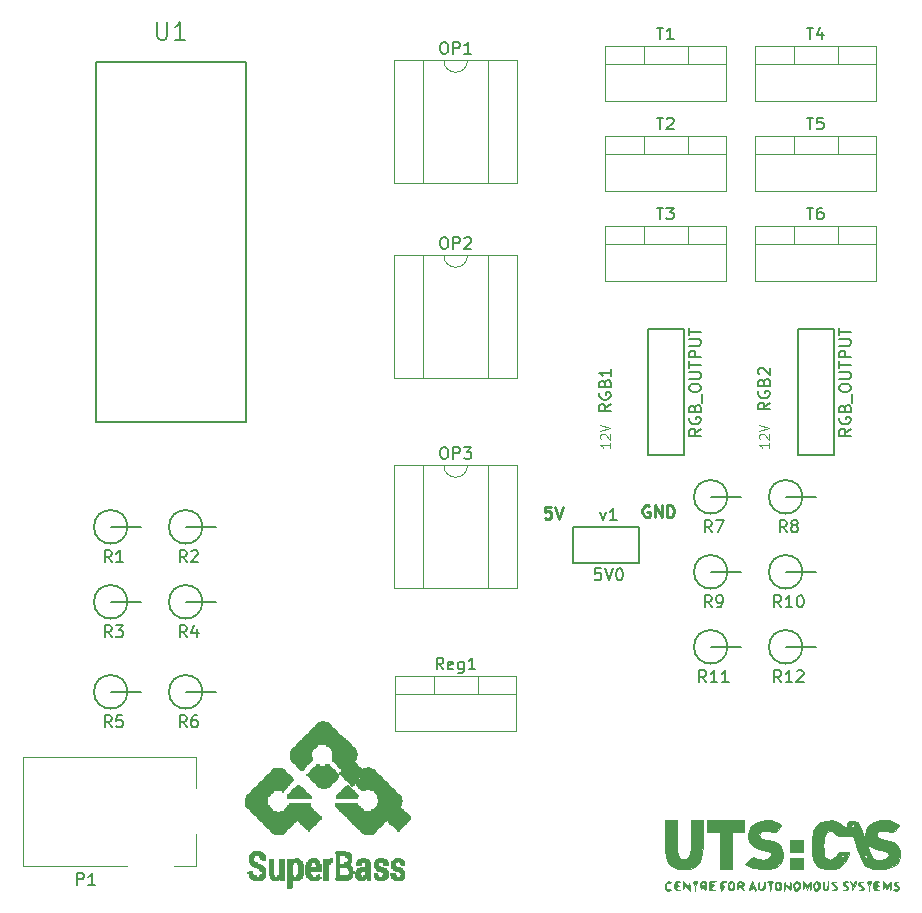
<source format=gto>
G04 #@! TF.FileFunction,Legend,Top*
%FSLAX46Y46*%
G04 Gerber Fmt 4.6, Leading zero omitted, Abs format (unit mm)*
G04 Created by KiCad (PCBNEW 4.0.6-e0-6349~53~ubuntu14.04.1) date Sun Jun 25 13:50:31 2017*
%MOMM*%
%LPD*%
G01*
G04 APERTURE LIST*
%ADD10C,0.150000*%
%ADD11C,0.250000*%
%ADD12C,0.125000*%
%ADD13C,0.120000*%
%ADD14C,0.010000*%
G04 APERTURE END LIST*
D10*
D11*
X218313096Y-155710000D02*
X218217858Y-155662381D01*
X218075001Y-155662381D01*
X217932143Y-155710000D01*
X217836905Y-155805238D01*
X217789286Y-155900476D01*
X217741667Y-156090952D01*
X217741667Y-156233810D01*
X217789286Y-156424286D01*
X217836905Y-156519524D01*
X217932143Y-156614762D01*
X218075001Y-156662381D01*
X218170239Y-156662381D01*
X218313096Y-156614762D01*
X218360715Y-156567143D01*
X218360715Y-156233810D01*
X218170239Y-156233810D01*
X218789286Y-156662381D02*
X218789286Y-155662381D01*
X219360715Y-156662381D01*
X219360715Y-155662381D01*
X219836905Y-156662381D02*
X219836905Y-155662381D01*
X220075000Y-155662381D01*
X220217858Y-155710000D01*
X220313096Y-155805238D01*
X220360715Y-155900476D01*
X220408334Y-156090952D01*
X220408334Y-156233810D01*
X220360715Y-156424286D01*
X220313096Y-156519524D01*
X220217858Y-156614762D01*
X220075000Y-156662381D01*
X219836905Y-156662381D01*
X209994524Y-155789381D02*
X209518333Y-155789381D01*
X209470714Y-156265571D01*
X209518333Y-156217952D01*
X209613571Y-156170333D01*
X209851667Y-156170333D01*
X209946905Y-156217952D01*
X209994524Y-156265571D01*
X210042143Y-156360810D01*
X210042143Y-156598905D01*
X209994524Y-156694143D01*
X209946905Y-156741762D01*
X209851667Y-156789381D01*
X209613571Y-156789381D01*
X209518333Y-156741762D01*
X209470714Y-156694143D01*
X210327857Y-155789381D02*
X210661190Y-156789381D01*
X210994524Y-155789381D01*
D12*
X228453905Y-150355238D02*
X228453905Y-150812381D01*
X228453905Y-150583810D02*
X227653905Y-150583810D01*
X227768190Y-150660000D01*
X227844381Y-150736191D01*
X227882476Y-150812381D01*
X227730095Y-150050476D02*
X227692000Y-150012381D01*
X227653905Y-149936190D01*
X227653905Y-149745714D01*
X227692000Y-149669524D01*
X227730095Y-149631428D01*
X227806286Y-149593333D01*
X227882476Y-149593333D01*
X227996762Y-149631428D01*
X228453905Y-150088571D01*
X228453905Y-149593333D01*
X227653905Y-149364762D02*
X228453905Y-149098095D01*
X227653905Y-148831428D01*
X214991905Y-150355238D02*
X214991905Y-150812381D01*
X214991905Y-150583810D02*
X214191905Y-150583810D01*
X214306190Y-150660000D01*
X214382381Y-150736191D01*
X214420476Y-150812381D01*
X214268095Y-150050476D02*
X214230000Y-150012381D01*
X214191905Y-149936190D01*
X214191905Y-149745714D01*
X214230000Y-149669524D01*
X214268095Y-149631428D01*
X214344286Y-149593333D01*
X214420476Y-149593333D01*
X214534762Y-149631428D01*
X214991905Y-150088571D01*
X214991905Y-149593333D01*
X214191905Y-149364762D02*
X214991905Y-149098095D01*
X214191905Y-148831428D01*
D13*
X227290000Y-116760000D02*
X237530000Y-116760000D01*
X227290000Y-121401000D02*
X237530000Y-121401000D01*
X227290000Y-116760000D02*
X227290000Y-121401000D01*
X237530000Y-116760000D02*
X237530000Y-121401000D01*
X227290000Y-118270000D02*
X237530000Y-118270000D01*
X230560000Y-116760000D02*
X230560000Y-118270000D01*
X234261000Y-116760000D02*
X234261000Y-118270000D01*
X200930000Y-117990000D02*
X199160000Y-117990000D01*
X199160000Y-117990000D02*
X199160000Y-128390000D01*
X199160000Y-128390000D02*
X204700000Y-128390000D01*
X204700000Y-128390000D02*
X204700000Y-117990000D01*
X204700000Y-117990000D02*
X202930000Y-117990000D01*
X196730000Y-117990000D02*
X196730000Y-128390000D01*
X196730000Y-128390000D02*
X207130000Y-128390000D01*
X207130000Y-128390000D02*
X207130000Y-117990000D01*
X207130000Y-117990000D02*
X196730000Y-117990000D01*
X202930000Y-117990000D02*
G75*
G02X200930000Y-117990000I-1000000J0D01*
G01*
X200930000Y-134500000D02*
X199160000Y-134500000D01*
X199160000Y-134500000D02*
X199160000Y-144900000D01*
X199160000Y-144900000D02*
X204700000Y-144900000D01*
X204700000Y-144900000D02*
X204700000Y-134500000D01*
X204700000Y-134500000D02*
X202930000Y-134500000D01*
X196730000Y-134500000D02*
X196730000Y-144900000D01*
X196730000Y-144900000D02*
X207130000Y-144900000D01*
X207130000Y-144900000D02*
X207130000Y-134500000D01*
X207130000Y-134500000D02*
X196730000Y-134500000D01*
X202930000Y-134500000D02*
G75*
G02X200930000Y-134500000I-1000000J0D01*
G01*
X200930000Y-152280000D02*
X199160000Y-152280000D01*
X199160000Y-152280000D02*
X199160000Y-162680000D01*
X199160000Y-162680000D02*
X204700000Y-162680000D01*
X204700000Y-162680000D02*
X204700000Y-152280000D01*
X204700000Y-152280000D02*
X202930000Y-152280000D01*
X196730000Y-152280000D02*
X196730000Y-162680000D01*
X196730000Y-162680000D02*
X207130000Y-162680000D01*
X207130000Y-162680000D02*
X207130000Y-152280000D01*
X207130000Y-152280000D02*
X196730000Y-152280000D01*
X202930000Y-152280000D02*
G75*
G02X200930000Y-152280000I-1000000J0D01*
G01*
D10*
X172720000Y-157480000D02*
X175260000Y-157480000D01*
X174139903Y-157480000D02*
G75*
G03X174139903Y-157480000I-1419903J0D01*
G01*
X179070000Y-157480000D02*
X181610000Y-157480000D01*
X180489903Y-157480000D02*
G75*
G03X180489903Y-157480000I-1419903J0D01*
G01*
X172720000Y-163830000D02*
X175260000Y-163830000D01*
X174139903Y-163830000D02*
G75*
G03X174139903Y-163830000I-1419903J0D01*
G01*
X179070000Y-163830000D02*
X181610000Y-163830000D01*
X180489903Y-163830000D02*
G75*
G03X180489903Y-163830000I-1419903J0D01*
G01*
X172720000Y-171450000D02*
X175260000Y-171450000D01*
X174139903Y-171450000D02*
G75*
G03X174139903Y-171450000I-1419903J0D01*
G01*
X179070000Y-171450000D02*
X181610000Y-171450000D01*
X180489903Y-171450000D02*
G75*
G03X180489903Y-171450000I-1419903J0D01*
G01*
X223520000Y-154940000D02*
X226060000Y-154940000D01*
X224939903Y-154940000D02*
G75*
G03X224939903Y-154940000I-1419903J0D01*
G01*
X229870000Y-154940000D02*
X232410000Y-154940000D01*
X231289903Y-154940000D02*
G75*
G03X231289903Y-154940000I-1419903J0D01*
G01*
X223520000Y-161290000D02*
X226060000Y-161290000D01*
X224939903Y-161290000D02*
G75*
G03X224939903Y-161290000I-1419903J0D01*
G01*
X229870000Y-161290000D02*
X232410000Y-161290000D01*
X231289903Y-161290000D02*
G75*
G03X231289903Y-161290000I-1419903J0D01*
G01*
X223520000Y-167640000D02*
X226060000Y-167640000D01*
X224939903Y-167640000D02*
G75*
G03X224939903Y-167640000I-1419903J0D01*
G01*
X229870000Y-167640000D02*
X232410000Y-167640000D01*
X231289903Y-167640000D02*
G75*
G03X231289903Y-167640000I-1419903J0D01*
G01*
D13*
X196810000Y-170100000D02*
X207050000Y-170100000D01*
X196810000Y-174741000D02*
X207050000Y-174741000D01*
X196810000Y-170100000D02*
X196810000Y-174741000D01*
X207050000Y-170100000D02*
X207050000Y-174741000D01*
X196810000Y-171610000D02*
X207050000Y-171610000D01*
X200080000Y-170100000D02*
X200080000Y-171610000D01*
X203781000Y-170100000D02*
X203781000Y-171610000D01*
D10*
X218186000Y-151384000D02*
X221234000Y-151384000D01*
X221234000Y-151384000D02*
X221234000Y-140716000D01*
X221234000Y-140716000D02*
X218186000Y-140716000D01*
X218186000Y-140716000D02*
X218186000Y-151384000D01*
X230886000Y-151384000D02*
X233934000Y-151384000D01*
X233934000Y-151384000D02*
X233934000Y-140716000D01*
X233934000Y-140716000D02*
X230886000Y-140716000D01*
X230886000Y-140716000D02*
X230886000Y-151384000D01*
D13*
X214590000Y-116760000D02*
X224830000Y-116760000D01*
X214590000Y-121401000D02*
X224830000Y-121401000D01*
X214590000Y-116760000D02*
X214590000Y-121401000D01*
X224830000Y-116760000D02*
X224830000Y-121401000D01*
X214590000Y-118270000D02*
X224830000Y-118270000D01*
X217860000Y-116760000D02*
X217860000Y-118270000D01*
X221561000Y-116760000D02*
X221561000Y-118270000D01*
X214590000Y-124380000D02*
X224830000Y-124380000D01*
X214590000Y-129021000D02*
X224830000Y-129021000D01*
X214590000Y-124380000D02*
X214590000Y-129021000D01*
X224830000Y-124380000D02*
X224830000Y-129021000D01*
X214590000Y-125890000D02*
X224830000Y-125890000D01*
X217860000Y-124380000D02*
X217860000Y-125890000D01*
X221561000Y-124380000D02*
X221561000Y-125890000D01*
X214590000Y-132000000D02*
X224830000Y-132000000D01*
X214590000Y-136641000D02*
X224830000Y-136641000D01*
X214590000Y-132000000D02*
X214590000Y-136641000D01*
X224830000Y-132000000D02*
X224830000Y-136641000D01*
X214590000Y-133510000D02*
X224830000Y-133510000D01*
X217860000Y-132000000D02*
X217860000Y-133510000D01*
X221561000Y-132000000D02*
X221561000Y-133510000D01*
X227290000Y-124380000D02*
X237530000Y-124380000D01*
X227290000Y-129021000D02*
X237530000Y-129021000D01*
X227290000Y-124380000D02*
X227290000Y-129021000D01*
X237530000Y-124380000D02*
X237530000Y-129021000D01*
X227290000Y-125890000D02*
X237530000Y-125890000D01*
X230560000Y-124380000D02*
X230560000Y-125890000D01*
X234261000Y-124380000D02*
X234261000Y-125890000D01*
X227290000Y-132000000D02*
X237530000Y-132000000D01*
X227290000Y-136641000D02*
X237530000Y-136641000D01*
X227290000Y-132000000D02*
X227290000Y-136641000D01*
X237530000Y-132000000D02*
X237530000Y-136641000D01*
X227290000Y-133510000D02*
X237530000Y-133510000D01*
X230560000Y-132000000D02*
X230560000Y-133510000D01*
X234261000Y-132000000D02*
X234261000Y-133510000D01*
D10*
X172720000Y-148590000D02*
X171450000Y-148590000D01*
X171450000Y-148590000D02*
X171450000Y-118110000D01*
X171450000Y-118110000D02*
X172720000Y-118110000D01*
X182880000Y-118110000D02*
X184150000Y-118110000D01*
X184150000Y-118110000D02*
X184150000Y-148590000D01*
X184150000Y-148590000D02*
X182880000Y-148590000D01*
X182880000Y-148590000D02*
X172720000Y-148590000D01*
X172720000Y-118110000D02*
X182880000Y-118110000D01*
X211836000Y-157480000D02*
X211836000Y-160528000D01*
X211836000Y-160528000D02*
X217424000Y-160528000D01*
X217424000Y-160528000D02*
X217424000Y-157480000D01*
X217424000Y-157480000D02*
X211836000Y-157480000D01*
D13*
X174070000Y-186210000D02*
X165270000Y-186210000D01*
X165270000Y-186210000D02*
X165270000Y-177010000D01*
X179970000Y-183510000D02*
X179970000Y-186210000D01*
X179970000Y-186210000D02*
X178070000Y-186210000D01*
X165270000Y-177010000D02*
X179970000Y-177010000D01*
X179970000Y-177010000D02*
X179970000Y-179610000D01*
D14*
G36*
X220102656Y-187513564D02*
X220153255Y-187567727D01*
X220074109Y-187624468D01*
X219954039Y-187612841D01*
X219816364Y-187607081D01*
X219761970Y-187721011D01*
X219754823Y-187882804D01*
X219773530Y-188100481D01*
X219852803Y-188167686D01*
X219954039Y-188152766D01*
X220112872Y-188147180D01*
X220153255Y-188190952D01*
X220078673Y-188270515D01*
X219915513Y-188273841D01*
X219754649Y-188211198D01*
X219694016Y-188139067D01*
X219654700Y-187855980D01*
X219739015Y-187621707D01*
X219922156Y-187503431D01*
X219929137Y-187502346D01*
X220102656Y-187513564D01*
X220102656Y-187513564D01*
G37*
X220102656Y-187513564D02*
X220153255Y-187567727D01*
X220074109Y-187624468D01*
X219954039Y-187612841D01*
X219816364Y-187607081D01*
X219761970Y-187721011D01*
X219754823Y-187882804D01*
X219773530Y-188100481D01*
X219852803Y-188167686D01*
X219954039Y-188152766D01*
X220112872Y-188147180D01*
X220153255Y-188190952D01*
X220078673Y-188270515D01*
X219915513Y-188273841D01*
X219754649Y-188211198D01*
X219694016Y-188139067D01*
X219654700Y-187855980D01*
X219739015Y-187621707D01*
X219922156Y-187503431D01*
X219929137Y-187502346D01*
X220102656Y-187513564D01*
G36*
X220726000Y-187497937D02*
X220896991Y-187511517D01*
X220878305Y-187532839D01*
X220775804Y-187554669D01*
X220587304Y-187633017D01*
X220574577Y-187734946D01*
X220726000Y-187814141D01*
X220848761Y-187851998D01*
X220778027Y-187867604D01*
X220726000Y-187871249D01*
X220577122Y-187939469D01*
X220568103Y-188067116D01*
X220688486Y-188182882D01*
X220775804Y-188210939D01*
X220907175Y-188242490D01*
X220854763Y-188259586D01*
X220726000Y-188267670D01*
X220550347Y-188259184D01*
X220472143Y-188173727D01*
X220452433Y-187956570D01*
X220452078Y-187882804D01*
X220463893Y-187627894D01*
X220525307Y-187517183D01*
X220675273Y-187495941D01*
X220726000Y-187497937D01*
X220726000Y-187497937D01*
G37*
X220726000Y-187497937D02*
X220896991Y-187511517D01*
X220878305Y-187532839D01*
X220775804Y-187554669D01*
X220587304Y-187633017D01*
X220574577Y-187734946D01*
X220726000Y-187814141D01*
X220848761Y-187851998D01*
X220778027Y-187867604D01*
X220726000Y-187871249D01*
X220577122Y-187939469D01*
X220568103Y-188067116D01*
X220688486Y-188182882D01*
X220775804Y-188210939D01*
X220907175Y-188242490D01*
X220854763Y-188259586D01*
X220726000Y-188267670D01*
X220550347Y-188259184D01*
X220472143Y-188173727D01*
X220452433Y-187956570D01*
X220452078Y-187882804D01*
X220463893Y-187627894D01*
X220525307Y-187517183D01*
X220675273Y-187495941D01*
X220726000Y-187497937D01*
G36*
X221393749Y-187724761D02*
X221631000Y-188014953D01*
X221674066Y-187724761D01*
X221700984Y-187602156D01*
X221718902Y-187669129D01*
X221728474Y-187882804D01*
X221739816Y-188331039D01*
X221502565Y-188040847D01*
X221265314Y-187750654D01*
X221222248Y-188040847D01*
X221195329Y-188163451D01*
X221177411Y-188096479D01*
X221167840Y-187882804D01*
X221156498Y-187434568D01*
X221393749Y-187724761D01*
X221393749Y-187724761D01*
G37*
X221393749Y-187724761D02*
X221631000Y-188014953D01*
X221674066Y-187724761D01*
X221700984Y-187602156D01*
X221718902Y-187669129D01*
X221728474Y-187882804D01*
X221739816Y-188331039D01*
X221502565Y-188040847D01*
X221265314Y-187750654D01*
X221222248Y-188040847D01*
X221195329Y-188163451D01*
X221177411Y-188096479D01*
X221167840Y-187882804D01*
X221156498Y-187434568D01*
X221393749Y-187724761D01*
G36*
X222368345Y-187509163D02*
X222385742Y-187555792D01*
X222377633Y-187561474D01*
X222288025Y-187703103D01*
X222223642Y-187950779D01*
X222219260Y-187983282D01*
X222177293Y-188331039D01*
X222161353Y-187965810D01*
X222120009Y-187713303D01*
X222038674Y-187561116D01*
X222020902Y-187550341D01*
X222016288Y-187514534D01*
X222171548Y-187494435D01*
X222195216Y-187493761D01*
X222368345Y-187509163D01*
X222368345Y-187509163D01*
G37*
X222368345Y-187509163D02*
X222385742Y-187555792D01*
X222377633Y-187561474D01*
X222288025Y-187703103D01*
X222223642Y-187950779D01*
X222219260Y-187983282D01*
X222177293Y-188331039D01*
X222161353Y-187965810D01*
X222120009Y-187713303D01*
X222038674Y-187561116D01*
X222020902Y-187550341D01*
X222016288Y-187514534D01*
X222171548Y-187494435D01*
X222195216Y-187493761D01*
X222368345Y-187509163D01*
G36*
X223042193Y-187504824D02*
X223108309Y-187603202D01*
X223116747Y-187835041D01*
X223114784Y-187889382D01*
X223095216Y-188132785D01*
X223054210Y-188203782D01*
X222984571Y-188138401D01*
X222844675Y-187997146D01*
X222752611Y-188043586D01*
X222712113Y-188156725D01*
X222683045Y-188177611D01*
X222661012Y-188032650D01*
X222655005Y-187907706D01*
X222657563Y-187741693D01*
X222743059Y-187741693D01*
X222801122Y-187850773D01*
X222920593Y-187833379D01*
X223019055Y-187702265D01*
X222975703Y-187600657D01*
X222900771Y-187583980D01*
X222763557Y-187664180D01*
X222743059Y-187741693D01*
X222657563Y-187741693D01*
X222659112Y-187641173D01*
X222710850Y-187518508D01*
X222840144Y-187485151D01*
X222887193Y-187484372D01*
X223042193Y-187504824D01*
X223042193Y-187504824D01*
G37*
X223042193Y-187504824D02*
X223108309Y-187603202D01*
X223116747Y-187835041D01*
X223114784Y-187889382D01*
X223095216Y-188132785D01*
X223054210Y-188203782D01*
X222984571Y-188138401D01*
X222844675Y-187997146D01*
X222752611Y-188043586D01*
X222712113Y-188156725D01*
X222683045Y-188177611D01*
X222661012Y-188032650D01*
X222655005Y-187907706D01*
X222657563Y-187741693D01*
X222743059Y-187741693D01*
X222801122Y-187850773D01*
X222920593Y-187833379D01*
X223019055Y-187702265D01*
X222975703Y-187600657D01*
X222900771Y-187583980D01*
X222763557Y-187664180D01*
X222743059Y-187741693D01*
X222657563Y-187741693D01*
X222659112Y-187641173D01*
X222710850Y-187518508D01*
X222840144Y-187485151D01*
X222887193Y-187484372D01*
X223042193Y-187504824D01*
G36*
X223664431Y-187496157D02*
X223988157Y-187507943D01*
X223689333Y-187580361D01*
X223390510Y-187652779D01*
X223639529Y-187761477D01*
X223780867Y-187842090D01*
X223733681Y-187876047D01*
X223724892Y-187876490D01*
X223541732Y-187941490D01*
X223506584Y-188067870D01*
X223620588Y-188182415D01*
X223719698Y-188210418D01*
X223879935Y-188238769D01*
X223859151Y-188254513D01*
X223664431Y-188266311D01*
X223457204Y-188263056D01*
X223365041Y-188190691D01*
X223341403Y-187994080D01*
X223340706Y-187882804D01*
X223351262Y-187628107D01*
X223413962Y-187516956D01*
X223575349Y-187493760D01*
X223664431Y-187496157D01*
X223664431Y-187496157D01*
G37*
X223664431Y-187496157D02*
X223988157Y-187507943D01*
X223689333Y-187580361D01*
X223390510Y-187652779D01*
X223639529Y-187761477D01*
X223780867Y-187842090D01*
X223733681Y-187876047D01*
X223724892Y-187876490D01*
X223541732Y-187941490D01*
X223506584Y-188067870D01*
X223620588Y-188182415D01*
X223719698Y-188210418D01*
X223879935Y-188238769D01*
X223859151Y-188254513D01*
X223664431Y-188266311D01*
X223457204Y-188263056D01*
X223365041Y-188190691D01*
X223341403Y-187994080D01*
X223340706Y-187882804D01*
X223351262Y-187628107D01*
X223413962Y-187516956D01*
X223575349Y-187493760D01*
X223664431Y-187496157D01*
G36*
X224610706Y-187494301D02*
X224795711Y-187504746D01*
X224789994Y-187528130D01*
X224644997Y-187571281D01*
X224479758Y-187632779D01*
X224489923Y-187716613D01*
X224577406Y-187810372D01*
X224669601Y-187937730D01*
X224642723Y-187982412D01*
X224548083Y-188062976D01*
X224536000Y-188131823D01*
X224482214Y-188264378D01*
X224436392Y-188281235D01*
X224374017Y-188192868D01*
X224339324Y-187972116D01*
X224336784Y-187882804D01*
X224348805Y-187627639D01*
X224410841Y-187516129D01*
X224561851Y-187493016D01*
X224610706Y-187494301D01*
X224610706Y-187494301D01*
G37*
X224610706Y-187494301D02*
X224795711Y-187504746D01*
X224789994Y-187528130D01*
X224644997Y-187571281D01*
X224479758Y-187632779D01*
X224489923Y-187716613D01*
X224577406Y-187810372D01*
X224669601Y-187937730D01*
X224642723Y-187982412D01*
X224548083Y-188062976D01*
X224536000Y-188131823D01*
X224482214Y-188264378D01*
X224436392Y-188281235D01*
X224374017Y-188192868D01*
X224339324Y-187972116D01*
X224336784Y-187882804D01*
X224348805Y-187627639D01*
X224410841Y-187516129D01*
X224561851Y-187493016D01*
X224610706Y-187494301D01*
G36*
X225266712Y-187503468D02*
X225416581Y-187565315D01*
X225475958Y-187731646D01*
X225482274Y-187882804D01*
X225457234Y-188128754D01*
X225359619Y-188238688D01*
X225266712Y-188262140D01*
X225064194Y-188217475D01*
X224986078Y-188087826D01*
X224961638Y-187861731D01*
X225072104Y-187861731D01*
X225097626Y-188032215D01*
X225211357Y-188177491D01*
X225336767Y-188157459D01*
X225421529Y-187995468D01*
X225432470Y-187882804D01*
X225390795Y-187652002D01*
X225293716Y-187583980D01*
X225140618Y-187666973D01*
X225072104Y-187861731D01*
X224961638Y-187861731D01*
X224954895Y-187799362D01*
X225041146Y-187586514D01*
X225220167Y-187500639D01*
X225266712Y-187503468D01*
X225266712Y-187503468D01*
G37*
X225266712Y-187503468D02*
X225416581Y-187565315D01*
X225475958Y-187731646D01*
X225482274Y-187882804D01*
X225457234Y-188128754D01*
X225359619Y-188238688D01*
X225266712Y-188262140D01*
X225064194Y-188217475D01*
X224986078Y-188087826D01*
X224961638Y-187861731D01*
X225072104Y-187861731D01*
X225097626Y-188032215D01*
X225211357Y-188177491D01*
X225336767Y-188157459D01*
X225421529Y-187995468D01*
X225432470Y-187882804D01*
X225390795Y-187652002D01*
X225293716Y-187583980D01*
X225140618Y-187666973D01*
X225072104Y-187861731D01*
X224961638Y-187861731D01*
X224954895Y-187799362D01*
X225041146Y-187586514D01*
X225220167Y-187500639D01*
X225266712Y-187503468D01*
G36*
X226171881Y-187537190D02*
X226300727Y-187657187D01*
X226329336Y-187786675D01*
X226248049Y-187859964D01*
X226181447Y-187946773D01*
X226235624Y-188114957D01*
X226300284Y-188258986D01*
X226264870Y-188236482D01*
X226198945Y-188156725D01*
X226043607Y-188017354D01*
X225951734Y-187982412D01*
X225840165Y-188064635D01*
X225799956Y-188156725D01*
X225770888Y-188177611D01*
X225748855Y-188032650D01*
X225742849Y-187907706D01*
X225745026Y-187754204D01*
X225849208Y-187754204D01*
X225899382Y-187818474D01*
X226047640Y-187856377D01*
X226184015Y-187751419D01*
X226206506Y-187702265D01*
X226157409Y-187608279D01*
X226038418Y-187583980D01*
X225859232Y-187632169D01*
X225849208Y-187754204D01*
X225745026Y-187754204D01*
X225746626Y-187641445D01*
X225798174Y-187518910D01*
X225928634Y-187485307D01*
X225983440Y-187484372D01*
X226171881Y-187537190D01*
X226171881Y-187537190D01*
G37*
X226171881Y-187537190D02*
X226300727Y-187657187D01*
X226329336Y-187786675D01*
X226248049Y-187859964D01*
X226181447Y-187946773D01*
X226235624Y-188114957D01*
X226300284Y-188258986D01*
X226264870Y-188236482D01*
X226198945Y-188156725D01*
X226043607Y-188017354D01*
X225951734Y-187982412D01*
X225840165Y-188064635D01*
X225799956Y-188156725D01*
X225770888Y-188177611D01*
X225748855Y-188032650D01*
X225742849Y-187907706D01*
X225745026Y-187754204D01*
X225849208Y-187754204D01*
X225899382Y-187818474D01*
X226047640Y-187856377D01*
X226184015Y-187751419D01*
X226206506Y-187702265D01*
X226157409Y-187608279D01*
X226038418Y-187583980D01*
X225859232Y-187632169D01*
X225849208Y-187754204D01*
X225745026Y-187754204D01*
X225746626Y-187641445D01*
X225798174Y-187518910D01*
X225928634Y-187485307D01*
X225983440Y-187484372D01*
X226171881Y-187537190D01*
G36*
X227086415Y-187511389D02*
X227088467Y-187630732D01*
X227030762Y-187774665D01*
X226973990Y-187945118D01*
X227022691Y-187982412D01*
X227119503Y-187903692D01*
X227127329Y-187857902D01*
X227161765Y-187806049D01*
X227225412Y-187882804D01*
X227311068Y-188096003D01*
X227321969Y-188181627D01*
X227308579Y-188280811D01*
X227242535Y-188205926D01*
X227226926Y-188181627D01*
X227120866Y-188085852D01*
X226965492Y-188135920D01*
X226932440Y-188155813D01*
X226798193Y-188226731D01*
X226777853Y-188172103D01*
X226832748Y-188006401D01*
X226923236Y-187757369D01*
X226981692Y-187594625D01*
X227054183Y-187501754D01*
X227086415Y-187511389D01*
X227086415Y-187511389D01*
G37*
X227086415Y-187511389D02*
X227088467Y-187630732D01*
X227030762Y-187774665D01*
X226973990Y-187945118D01*
X227022691Y-187982412D01*
X227119503Y-187903692D01*
X227127329Y-187857902D01*
X227161765Y-187806049D01*
X227225412Y-187882804D01*
X227311068Y-188096003D01*
X227321969Y-188181627D01*
X227308579Y-188280811D01*
X227242535Y-188205926D01*
X227226926Y-188181627D01*
X227120866Y-188085852D01*
X226965492Y-188135920D01*
X226932440Y-188155813D01*
X226798193Y-188226731D01*
X226777853Y-188172103D01*
X226832748Y-188006401D01*
X226923236Y-187757369D01*
X226981692Y-187594625D01*
X227054183Y-187501754D01*
X227086415Y-187511389D01*
G36*
X228108770Y-187700343D02*
X228096754Y-187963210D01*
X228061421Y-188123677D01*
X227928087Y-188252387D01*
X227734856Y-188270737D01*
X227581457Y-188175407D01*
X227563485Y-188140237D01*
X227537342Y-187941002D01*
X227551686Y-187716904D01*
X227579369Y-187568979D01*
X227596460Y-187599419D01*
X227608918Y-187815401D01*
X227637178Y-188066071D01*
X227711060Y-188162613D01*
X227798157Y-188162898D01*
X227948661Y-188037519D01*
X228034064Y-187782065D01*
X228074856Y-187578685D01*
X228097003Y-187562334D01*
X228108770Y-187700343D01*
X228108770Y-187700343D01*
G37*
X228108770Y-187700343D02*
X228096754Y-187963210D01*
X228061421Y-188123677D01*
X227928087Y-188252387D01*
X227734856Y-188270737D01*
X227581457Y-188175407D01*
X227563485Y-188140237D01*
X227537342Y-187941002D01*
X227551686Y-187716904D01*
X227579369Y-187568979D01*
X227596460Y-187599419D01*
X227608918Y-187815401D01*
X227637178Y-188066071D01*
X227711060Y-188162613D01*
X227798157Y-188162898D01*
X227948661Y-188037519D01*
X228034064Y-187782065D01*
X228074856Y-187578685D01*
X228097003Y-187562334D01*
X228108770Y-187700343D01*
G36*
X228716805Y-187508402D02*
X228767930Y-187548115D01*
X228752535Y-187561474D01*
X228662927Y-187703103D01*
X228598544Y-187950779D01*
X228594162Y-187983282D01*
X228552195Y-188331039D01*
X228536254Y-187964813D01*
X228485223Y-187680369D01*
X228355959Y-187555886D01*
X228346000Y-187553035D01*
X228315009Y-187521872D01*
X228452804Y-187500461D01*
X228520314Y-187497452D01*
X228716805Y-187508402D01*
X228716805Y-187508402D01*
G37*
X228716805Y-187508402D02*
X228767930Y-187548115D01*
X228752535Y-187561474D01*
X228662927Y-187703103D01*
X228598544Y-187950779D01*
X228594162Y-187983282D01*
X228552195Y-188331039D01*
X228536254Y-187964813D01*
X228485223Y-187680369D01*
X228355959Y-187555886D01*
X228346000Y-187553035D01*
X228315009Y-187521872D01*
X228452804Y-187500461D01*
X228520314Y-187497452D01*
X228716805Y-187508402D01*
G36*
X229385970Y-187560223D02*
X229454911Y-187677437D01*
X229466588Y-187882804D01*
X229442382Y-188127387D01*
X229345715Y-188237231D01*
X229242025Y-188263319D01*
X229036224Y-188230309D01*
X228960226Y-188146054D01*
X228928506Y-187936491D01*
X229033898Y-187936491D01*
X229100875Y-188106480D01*
X229226687Y-188160888D01*
X229242523Y-188156708D01*
X229339709Y-188036663D01*
X229366980Y-187882804D01*
X229316444Y-187684772D01*
X229203612Y-187603265D01*
X229086652Y-187667925D01*
X229057552Y-187725109D01*
X229033898Y-187936491D01*
X228928506Y-187936491D01*
X228927498Y-187929838D01*
X228935770Y-187765538D01*
X229019590Y-187583024D01*
X229217568Y-187534176D01*
X229385970Y-187560223D01*
X229385970Y-187560223D01*
G37*
X229385970Y-187560223D02*
X229454911Y-187677437D01*
X229466588Y-187882804D01*
X229442382Y-188127387D01*
X229345715Y-188237231D01*
X229242025Y-188263319D01*
X229036224Y-188230309D01*
X228960226Y-188146054D01*
X228928506Y-187936491D01*
X229033898Y-187936491D01*
X229100875Y-188106480D01*
X229226687Y-188160888D01*
X229242523Y-188156708D01*
X229339709Y-188036663D01*
X229366980Y-187882804D01*
X229316444Y-187684772D01*
X229203612Y-187603265D01*
X229086652Y-187667925D01*
X229057552Y-187725109D01*
X229033898Y-187936491D01*
X228928506Y-187936491D01*
X228927498Y-187929838D01*
X228935770Y-187765538D01*
X229019590Y-187583024D01*
X229217568Y-187534176D01*
X229385970Y-187560223D01*
G36*
X229808587Y-187539157D02*
X229852140Y-187700650D01*
X229821455Y-187970945D01*
X229818783Y-187982412D01*
X229736000Y-188331039D01*
X229725804Y-187887784D01*
X229736589Y-187622229D01*
X229781527Y-187525460D01*
X229808587Y-187539157D01*
X229808587Y-187539157D01*
G37*
X229808587Y-187539157D02*
X229852140Y-187700650D01*
X229821455Y-187970945D01*
X229818783Y-187982412D01*
X229736000Y-188331039D01*
X229725804Y-187887784D01*
X229736589Y-187622229D01*
X229781527Y-187525460D01*
X229808587Y-187539157D01*
G36*
X230287084Y-187652973D02*
X230298330Y-187857902D01*
X230287328Y-188159583D01*
X230225422Y-188269425D01*
X230111351Y-188188524D01*
X230038392Y-188083371D01*
X229930295Y-187877805D01*
X229940439Y-187807258D01*
X230057020Y-187876816D01*
X230163633Y-187927339D01*
X230221636Y-187822564D01*
X230241311Y-187714698D01*
X230268441Y-187590660D01*
X230287084Y-187652973D01*
X230287084Y-187652973D01*
G37*
X230287084Y-187652973D02*
X230298330Y-187857902D01*
X230287328Y-188159583D01*
X230225422Y-188269425D01*
X230111351Y-188188524D01*
X230038392Y-188083371D01*
X229930295Y-187877805D01*
X229940439Y-187807258D01*
X230057020Y-187876816D01*
X230163633Y-187927339D01*
X230221636Y-187822564D01*
X230241311Y-187714698D01*
X230268441Y-187590660D01*
X230287084Y-187652973D01*
G36*
X230972868Y-187556750D02*
X231081022Y-187747147D01*
X231076692Y-188022212D01*
X231060314Y-188082019D01*
X230934336Y-188235018D01*
X230746122Y-188276616D01*
X230584703Y-188196838D01*
X230551271Y-188139067D01*
X230515580Y-187882804D01*
X230612078Y-187882804D01*
X230636782Y-188101512D01*
X230728750Y-188168163D01*
X230786392Y-188162665D01*
X230930207Y-188044136D01*
X230960706Y-187882804D01*
X230896419Y-187667223D01*
X230786392Y-187602943D01*
X230662112Y-187623428D01*
X230615194Y-187779758D01*
X230612078Y-187882804D01*
X230515580Y-187882804D01*
X230512426Y-187860161D01*
X230592625Y-187625676D01*
X230767045Y-187505252D01*
X230777837Y-187503468D01*
X230972868Y-187556750D01*
X230972868Y-187556750D01*
G37*
X230972868Y-187556750D02*
X231081022Y-187747147D01*
X231076692Y-188022212D01*
X231060314Y-188082019D01*
X230934336Y-188235018D01*
X230746122Y-188276616D01*
X230584703Y-188196838D01*
X230551271Y-188139067D01*
X230515580Y-187882804D01*
X230612078Y-187882804D01*
X230636782Y-188101512D01*
X230728750Y-188168163D01*
X230786392Y-188162665D01*
X230930207Y-188044136D01*
X230960706Y-187882804D01*
X230896419Y-187667223D01*
X230786392Y-187602943D01*
X230662112Y-187623428D01*
X230615194Y-187779758D01*
X230612078Y-187882804D01*
X230515580Y-187882804D01*
X230512426Y-187860161D01*
X230592625Y-187625676D01*
X230767045Y-187505252D01*
X230777837Y-187503468D01*
X230972868Y-187556750D01*
G36*
X231446547Y-187580607D02*
X231551183Y-187758294D01*
X231652465Y-187915275D01*
X231702758Y-187935395D01*
X231703776Y-187926744D01*
X231762341Y-187770910D01*
X231854008Y-187627920D01*
X231942689Y-187527100D01*
X231984034Y-187554614D01*
X231993591Y-187739258D01*
X231991635Y-187882804D01*
X231983166Y-188137214D01*
X231966101Y-188207466D01*
X231932680Y-188108615D01*
X231914619Y-188032215D01*
X231863926Y-187832669D01*
X231825452Y-187815144D01*
X231767289Y-187967397D01*
X231764814Y-187974734D01*
X231683406Y-188216076D01*
X231555048Y-187976236D01*
X231426689Y-187736396D01*
X231382936Y-188033718D01*
X231355342Y-188180482D01*
X231337668Y-188149528D01*
X231325078Y-187930472D01*
X231324258Y-187907706D01*
X231324790Y-187611020D01*
X231361764Y-187504482D01*
X231446547Y-187580607D01*
X231446547Y-187580607D01*
G37*
X231446547Y-187580607D02*
X231551183Y-187758294D01*
X231652465Y-187915275D01*
X231702758Y-187935395D01*
X231703776Y-187926744D01*
X231762341Y-187770910D01*
X231854008Y-187627920D01*
X231942689Y-187527100D01*
X231984034Y-187554614D01*
X231993591Y-187739258D01*
X231991635Y-187882804D01*
X231983166Y-188137214D01*
X231966101Y-188207466D01*
X231932680Y-188108615D01*
X231914619Y-188032215D01*
X231863926Y-187832669D01*
X231825452Y-187815144D01*
X231767289Y-187967397D01*
X231764814Y-187974734D01*
X231683406Y-188216076D01*
X231555048Y-187976236D01*
X231426689Y-187736396D01*
X231382936Y-188033718D01*
X231355342Y-188180482D01*
X231337668Y-188149528D01*
X231325078Y-187930472D01*
X231324258Y-187907706D01*
X231324790Y-187611020D01*
X231361764Y-187504482D01*
X231446547Y-187580607D01*
G36*
X232654271Y-187557950D02*
X232752570Y-187754097D01*
X232741034Y-188047712D01*
X232732704Y-188082019D01*
X232615701Y-188236066D01*
X232433173Y-188276871D01*
X232275326Y-188193891D01*
X232244604Y-188139067D01*
X232208860Y-187882804D01*
X232305412Y-187882804D01*
X232349958Y-188120041D01*
X232454823Y-188181627D01*
X232573442Y-188092535D01*
X232604235Y-187882804D01*
X232559689Y-187645566D01*
X232454823Y-187583980D01*
X232336204Y-187673072D01*
X232305412Y-187882804D01*
X232208860Y-187882804D01*
X232206016Y-187862420D01*
X232284066Y-187627856D01*
X232453967Y-187506235D01*
X232466741Y-187504048D01*
X232654271Y-187557950D01*
X232654271Y-187557950D01*
G37*
X232654271Y-187557950D02*
X232752570Y-187754097D01*
X232741034Y-188047712D01*
X232732704Y-188082019D01*
X232615701Y-188236066D01*
X232433173Y-188276871D01*
X232275326Y-188193891D01*
X232244604Y-188139067D01*
X232208860Y-187882804D01*
X232305412Y-187882804D01*
X232349958Y-188120041D01*
X232454823Y-188181627D01*
X232573442Y-188092535D01*
X232604235Y-187882804D01*
X232559689Y-187645566D01*
X232454823Y-187583980D01*
X232336204Y-187673072D01*
X232305412Y-187882804D01*
X232208860Y-187882804D01*
X232206016Y-187862420D01*
X232284066Y-187627856D01*
X232453967Y-187506235D01*
X232466741Y-187504048D01*
X232654271Y-187557950D01*
G36*
X233462778Y-187832171D02*
X233427310Y-188114465D01*
X233330865Y-188244724D01*
X233276287Y-188262866D01*
X233101043Y-188220710D01*
X233044741Y-188147599D01*
X233016480Y-187942154D01*
X233030118Y-187716904D01*
X233057951Y-187565307D01*
X233074804Y-187591766D01*
X233087299Y-187806833D01*
X233087350Y-187808098D01*
X233132990Y-188086757D01*
X233241804Y-188181561D01*
X233245673Y-188181627D01*
X233361455Y-188087281D01*
X233430599Y-187818825D01*
X233431863Y-187808098D01*
X233474655Y-187434568D01*
X233462778Y-187832171D01*
X233462778Y-187832171D01*
G37*
X233462778Y-187832171D02*
X233427310Y-188114465D01*
X233330865Y-188244724D01*
X233276287Y-188262866D01*
X233101043Y-188220710D01*
X233044741Y-188147599D01*
X233016480Y-187942154D01*
X233030118Y-187716904D01*
X233057951Y-187565307D01*
X233074804Y-187591766D01*
X233087299Y-187806833D01*
X233087350Y-187808098D01*
X233132990Y-188086757D01*
X233241804Y-188181561D01*
X233245673Y-188181627D01*
X233361455Y-188087281D01*
X233430599Y-187818825D01*
X233431863Y-187808098D01*
X233474655Y-187434568D01*
X233462778Y-187832171D01*
G36*
X234072798Y-187536016D02*
X234000271Y-187552753D01*
X233824435Y-187628616D01*
X233845067Y-187729574D01*
X234023647Y-187834282D01*
X234217894Y-187979577D01*
X234229065Y-188129330D01*
X234065936Y-188234335D01*
X233948941Y-188253157D01*
X233786958Y-188253493D01*
X233786413Y-188225562D01*
X233799529Y-188220363D01*
X234034963Y-188137619D01*
X234098353Y-188116251D01*
X234156496Y-188056393D01*
X234040303Y-187958850D01*
X233967679Y-187918516D01*
X233769487Y-187762365D01*
X233745596Y-187621207D01*
X233894547Y-187532450D01*
X233983172Y-187520923D01*
X234124871Y-187515907D01*
X234072798Y-187536016D01*
X234072798Y-187536016D01*
G37*
X234072798Y-187536016D02*
X234000271Y-187552753D01*
X233824435Y-187628616D01*
X233845067Y-187729574D01*
X234023647Y-187834282D01*
X234217894Y-187979577D01*
X234229065Y-188129330D01*
X234065936Y-188234335D01*
X233948941Y-188253157D01*
X233786958Y-188253493D01*
X233786413Y-188225562D01*
X233799529Y-188220363D01*
X234034963Y-188137619D01*
X234098353Y-188116251D01*
X234156496Y-188056393D01*
X234040303Y-187958850D01*
X233967679Y-187918516D01*
X233769487Y-187762365D01*
X233745596Y-187621207D01*
X233894547Y-187532450D01*
X233983172Y-187520923D01*
X234124871Y-187515907D01*
X234072798Y-187536016D01*
G36*
X234969921Y-187497937D02*
X235140912Y-187511517D01*
X235122227Y-187532839D01*
X235019725Y-187554669D01*
X234827949Y-187634446D01*
X234827257Y-187740999D01*
X235000488Y-187834798D01*
X235156946Y-187950246D01*
X235158628Y-188100506D01*
X235022540Y-188219502D01*
X234894198Y-188247747D01*
X234735034Y-188255178D01*
X234768774Y-188238593D01*
X234870314Y-188215918D01*
X235059344Y-188126330D01*
X235069654Y-188008932D01*
X234897277Y-187912208D01*
X234895215Y-187911665D01*
X234732448Y-187789876D01*
X234696000Y-187671971D01*
X234748503Y-187532798D01*
X234936331Y-187496720D01*
X234969921Y-187497937D01*
X234969921Y-187497937D01*
G37*
X234969921Y-187497937D02*
X235140912Y-187511517D01*
X235122227Y-187532839D01*
X235019725Y-187554669D01*
X234827949Y-187634446D01*
X234827257Y-187740999D01*
X235000488Y-187834798D01*
X235156946Y-187950246D01*
X235158628Y-188100506D01*
X235022540Y-188219502D01*
X234894198Y-188247747D01*
X234735034Y-188255178D01*
X234768774Y-188238593D01*
X234870314Y-188215918D01*
X235059344Y-188126330D01*
X235069654Y-188008932D01*
X234897277Y-187912208D01*
X234895215Y-187911665D01*
X234732448Y-187789876D01*
X234696000Y-187671971D01*
X234748503Y-187532798D01*
X234936331Y-187496720D01*
X234969921Y-187497937D01*
G36*
X235816344Y-187486768D02*
X235795401Y-187626162D01*
X235712991Y-187858798D01*
X235680508Y-187932608D01*
X235568927Y-188156522D01*
X235512323Y-188207803D01*
X235495475Y-188100373D01*
X235448509Y-187818892D01*
X235387760Y-187652138D01*
X235321423Y-187505580D01*
X235355784Y-187527112D01*
X235428725Y-187615832D01*
X235546203Y-187740604D01*
X235621665Y-187706738D01*
X235675768Y-187616662D01*
X235776306Y-187472854D01*
X235816344Y-187486768D01*
X235816344Y-187486768D01*
G37*
X235816344Y-187486768D02*
X235795401Y-187626162D01*
X235712991Y-187858798D01*
X235680508Y-187932608D01*
X235568927Y-188156522D01*
X235512323Y-188207803D01*
X235495475Y-188100373D01*
X235448509Y-187818892D01*
X235387760Y-187652138D01*
X235321423Y-187505580D01*
X235355784Y-187527112D01*
X235428725Y-187615832D01*
X235546203Y-187740604D01*
X235621665Y-187706738D01*
X235675768Y-187616662D01*
X235776306Y-187472854D01*
X235816344Y-187486768D01*
G36*
X236356253Y-187537664D02*
X236291252Y-187552753D01*
X236115332Y-187638181D01*
X236129045Y-187748117D01*
X236289725Y-187833000D01*
X236451633Y-187965068D01*
X236488941Y-188088732D01*
X236438838Y-188231092D01*
X236256646Y-188269048D01*
X236215019Y-188267670D01*
X236044029Y-188254091D01*
X236062714Y-188232769D01*
X236165215Y-188210939D01*
X236354666Y-188125421D01*
X236363889Y-188009127D01*
X236189576Y-187911538D01*
X236185294Y-187910404D01*
X236032029Y-187805104D01*
X236027757Y-187658998D01*
X236157297Y-187544126D01*
X236267367Y-187520923D01*
X236408236Y-187516811D01*
X236356253Y-187537664D01*
X236356253Y-187537664D01*
G37*
X236356253Y-187537664D02*
X236291252Y-187552753D01*
X236115332Y-187638181D01*
X236129045Y-187748117D01*
X236289725Y-187833000D01*
X236451633Y-187965068D01*
X236488941Y-188088732D01*
X236438838Y-188231092D01*
X236256646Y-188269048D01*
X236215019Y-188267670D01*
X236044029Y-188254091D01*
X236062714Y-188232769D01*
X236165215Y-188210939D01*
X236354666Y-188125421D01*
X236363889Y-188009127D01*
X236189576Y-187911538D01*
X236185294Y-187910404D01*
X236032029Y-187805104D01*
X236027757Y-187658998D01*
X236157297Y-187544126D01*
X236267367Y-187520923D01*
X236408236Y-187516811D01*
X236356253Y-187537664D01*
G36*
X237110306Y-187509163D02*
X237127703Y-187555792D01*
X237119593Y-187561474D01*
X237029986Y-187703103D01*
X236965603Y-187950779D01*
X236961221Y-187983282D01*
X236919254Y-188331039D01*
X236903313Y-187965810D01*
X236861969Y-187713303D01*
X236780635Y-187561116D01*
X236762863Y-187550341D01*
X236758248Y-187514534D01*
X236913509Y-187494435D01*
X236937176Y-187493761D01*
X237110306Y-187509163D01*
X237110306Y-187509163D01*
G37*
X237110306Y-187509163D02*
X237127703Y-187555792D01*
X237119593Y-187561474D01*
X237029986Y-187703103D01*
X236965603Y-187950779D01*
X236961221Y-187983282D01*
X236919254Y-188331039D01*
X236903313Y-187965810D01*
X236861969Y-187713303D01*
X236780635Y-187561116D01*
X236762863Y-187550341D01*
X236758248Y-187514534D01*
X236913509Y-187494435D01*
X236937176Y-187493761D01*
X237110306Y-187509163D01*
G36*
X237609529Y-187497937D02*
X237792588Y-187513196D01*
X237783037Y-187537857D01*
X237709137Y-187554669D01*
X237520638Y-187633017D01*
X237507911Y-187734946D01*
X237659333Y-187814141D01*
X237782094Y-187851998D01*
X237711360Y-187867604D01*
X237659333Y-187871249D01*
X237510456Y-187939469D01*
X237501436Y-188067116D01*
X237621819Y-188182882D01*
X237709137Y-188210939D01*
X237811532Y-188241622D01*
X237724544Y-188261066D01*
X237609529Y-188267670D01*
X237402291Y-188263466D01*
X237310127Y-188190474D01*
X237286497Y-187993363D01*
X237285804Y-187882804D01*
X237296275Y-187628180D01*
X237358719Y-187517364D01*
X237519676Y-187495025D01*
X237609529Y-187497937D01*
X237609529Y-187497937D01*
G37*
X237609529Y-187497937D02*
X237792588Y-187513196D01*
X237783037Y-187537857D01*
X237709137Y-187554669D01*
X237520638Y-187633017D01*
X237507911Y-187734946D01*
X237659333Y-187814141D01*
X237782094Y-187851998D01*
X237711360Y-187867604D01*
X237659333Y-187871249D01*
X237510456Y-187939469D01*
X237501436Y-188067116D01*
X237621819Y-188182882D01*
X237709137Y-188210939D01*
X237811532Y-188241622D01*
X237724544Y-188261066D01*
X237609529Y-188267670D01*
X237402291Y-188263466D01*
X237310127Y-188190474D01*
X237286497Y-187993363D01*
X237285804Y-187882804D01*
X237296275Y-187628180D01*
X237358719Y-187517364D01*
X237519676Y-187495025D01*
X237609529Y-187497937D01*
G36*
X238219897Y-187580624D02*
X238324517Y-187758294D01*
X238425799Y-187915275D01*
X238476091Y-187935395D01*
X238477110Y-187926744D01*
X238535674Y-187770910D01*
X238627342Y-187627920D01*
X238716022Y-187527100D01*
X238757367Y-187554614D01*
X238766925Y-187739258D01*
X238764968Y-187882804D01*
X238756500Y-188137214D01*
X238739435Y-188207466D01*
X238706013Y-188108615D01*
X238687953Y-188032215D01*
X238637287Y-187832321D01*
X238598918Y-187814637D01*
X238540725Y-187967171D01*
X238537704Y-187976130D01*
X238468333Y-188140703D01*
X238397317Y-188130718D01*
X238327054Y-188042726D01*
X238227274Y-187929962D01*
X238177589Y-187989595D01*
X238154026Y-188098811D01*
X238125360Y-188160521D01*
X238103379Y-188041603D01*
X238096231Y-187907706D01*
X238097697Y-187611043D01*
X238135066Y-187504537D01*
X238219897Y-187580624D01*
X238219897Y-187580624D01*
G37*
X238219897Y-187580624D02*
X238324517Y-187758294D01*
X238425799Y-187915275D01*
X238476091Y-187935395D01*
X238477110Y-187926744D01*
X238535674Y-187770910D01*
X238627342Y-187627920D01*
X238716022Y-187527100D01*
X238757367Y-187554614D01*
X238766925Y-187739258D01*
X238764968Y-187882804D01*
X238756500Y-188137214D01*
X238739435Y-188207466D01*
X238706013Y-188108615D01*
X238687953Y-188032215D01*
X238637287Y-187832321D01*
X238598918Y-187814637D01*
X238540725Y-187967171D01*
X238537704Y-187976130D01*
X238468333Y-188140703D01*
X238397317Y-188130718D01*
X238327054Y-188042726D01*
X238227274Y-187929962D01*
X238177589Y-187989595D01*
X238154026Y-188098811D01*
X238125360Y-188160521D01*
X238103379Y-188041603D01*
X238096231Y-187907706D01*
X238097697Y-187611043D01*
X238135066Y-187504537D01*
X238219897Y-187580624D01*
G36*
X239344488Y-187537664D02*
X239279487Y-187552753D01*
X239103568Y-187638181D01*
X239117280Y-187748117D01*
X239277961Y-187833000D01*
X239448891Y-187956197D01*
X239476529Y-188120212D01*
X239369181Y-188250288D01*
X239228157Y-188281235D01*
X239040915Y-188250310D01*
X238979137Y-188190952D01*
X239058462Y-188139715D01*
X239178353Y-188152766D01*
X239341577Y-188148142D01*
X239377568Y-188084312D01*
X239294129Y-187965409D01*
X239173529Y-187910404D01*
X239020265Y-187805104D01*
X239015993Y-187658998D01*
X239145533Y-187544126D01*
X239255603Y-187520923D01*
X239396471Y-187516811D01*
X239344488Y-187537664D01*
X239344488Y-187537664D01*
G37*
X239344488Y-187537664D02*
X239279487Y-187552753D01*
X239103568Y-187638181D01*
X239117280Y-187748117D01*
X239277961Y-187833000D01*
X239448891Y-187956197D01*
X239476529Y-188120212D01*
X239369181Y-188250288D01*
X239228157Y-188281235D01*
X239040915Y-188250310D01*
X238979137Y-188190952D01*
X239058462Y-188139715D01*
X239178353Y-188152766D01*
X239341577Y-188148142D01*
X239377568Y-188084312D01*
X239294129Y-187965409D01*
X239173529Y-187910404D01*
X239020265Y-187805104D01*
X239015993Y-187658998D01*
X239145533Y-187544126D01*
X239255603Y-187520923D01*
X239396471Y-187516811D01*
X239344488Y-187537664D01*
G36*
X220669184Y-183843982D02*
X220685783Y-184479780D01*
X220711248Y-184943396D01*
X220754541Y-185261865D01*
X220824627Y-185462221D01*
X220930470Y-185571498D01*
X221081033Y-185616730D01*
X221259720Y-185625026D01*
X221467066Y-185607896D01*
X221619398Y-185539120D01*
X221725010Y-185392619D01*
X221792197Y-185142313D01*
X221829254Y-184762125D01*
X221844475Y-184225975D01*
X221846588Y-183779844D01*
X221846588Y-182304765D01*
X222842666Y-182304765D01*
X222842512Y-183823784D01*
X222834425Y-184524040D01*
X222804261Y-185057793D01*
X222742925Y-185457332D01*
X222641321Y-185754946D01*
X222490351Y-185982924D01*
X222280920Y-186173554D01*
X222155583Y-186262191D01*
X221749394Y-186431291D01*
X221253590Y-186488975D01*
X220744463Y-186434105D01*
X220341077Y-186289227D01*
X220105614Y-186141387D01*
X219929950Y-185961536D01*
X219805725Y-185720046D01*
X219724580Y-185387288D01*
X219678154Y-184933634D01*
X219658087Y-184329454D01*
X219655216Y-183858534D01*
X219655216Y-182304765D01*
X220637271Y-182304765D01*
X220669184Y-183843982D01*
X220669184Y-183843982D01*
G37*
X220669184Y-183843982D02*
X220685783Y-184479780D01*
X220711248Y-184943396D01*
X220754541Y-185261865D01*
X220824627Y-185462221D01*
X220930470Y-185571498D01*
X221081033Y-185616730D01*
X221259720Y-185625026D01*
X221467066Y-185607896D01*
X221619398Y-185539120D01*
X221725010Y-185392619D01*
X221792197Y-185142313D01*
X221829254Y-184762125D01*
X221844475Y-184225975D01*
X221846588Y-183779844D01*
X221846588Y-182304765D01*
X222842666Y-182304765D01*
X222842512Y-183823784D01*
X222834425Y-184524040D01*
X222804261Y-185057793D01*
X222742925Y-185457332D01*
X222641321Y-185754946D01*
X222490351Y-185982924D01*
X222280920Y-186173554D01*
X222155583Y-186262191D01*
X221749394Y-186431291D01*
X221253590Y-186488975D01*
X220744463Y-186434105D01*
X220341077Y-186289227D01*
X220105614Y-186141387D01*
X219929950Y-185961536D01*
X219805725Y-185720046D01*
X219724580Y-185387288D01*
X219678154Y-184933634D01*
X219658087Y-184329454D01*
X219655216Y-183858534D01*
X219655216Y-182304765D01*
X220637271Y-182304765D01*
X220669184Y-183843982D01*
G36*
X226328941Y-183300843D02*
X225332863Y-183300843D01*
X225332863Y-186488294D01*
X224336784Y-186488294D01*
X224336784Y-183300843D01*
X223241098Y-183300843D01*
X223241098Y-182304765D01*
X226328941Y-182304765D01*
X226328941Y-183300843D01*
X226328941Y-183300843D01*
G37*
X226328941Y-183300843D02*
X225332863Y-183300843D01*
X225332863Y-186488294D01*
X224336784Y-186488294D01*
X224336784Y-183300843D01*
X223241098Y-183300843D01*
X223241098Y-182304765D01*
X226328941Y-182304765D01*
X226328941Y-183300843D01*
G36*
X228624907Y-182342312D02*
X229024185Y-182439344D01*
X229325416Y-182577382D01*
X229423093Y-182660993D01*
X229481867Y-182781793D01*
X229426822Y-182919214D01*
X229247349Y-183117820D01*
X229037045Y-183304692D01*
X228885680Y-183359267D01*
X228738768Y-183311139D01*
X228463933Y-183225610D01*
X228142910Y-183206553D01*
X227863587Y-183253119D01*
X227743372Y-183320765D01*
X227625355Y-183536218D01*
X227679918Y-183737876D01*
X227880934Y-183897737D01*
X228202276Y-183987798D01*
X228375371Y-183998098D01*
X228726770Y-184053598D01*
X229082833Y-184196097D01*
X229370805Y-184389591D01*
X229502865Y-184556031D01*
X229572532Y-184809524D01*
X229612073Y-185148630D01*
X229615505Y-185272785D01*
X229540632Y-185742523D01*
X229314049Y-186094680D01*
X228931131Y-186332489D01*
X228387254Y-186459179D01*
X227882901Y-186483329D01*
X227212808Y-186402858D01*
X226845822Y-186270206D01*
X226416429Y-186062048D01*
X226736415Y-185731906D01*
X226978445Y-185520385D01*
X227154190Y-185464830D01*
X227215612Y-185483683D01*
X227590094Y-185617731D01*
X227964050Y-185655212D01*
X228291172Y-185603754D01*
X228525154Y-185470983D01*
X228619686Y-185264527D01*
X228619921Y-185252374D01*
X228600796Y-185102353D01*
X228516337Y-185001527D01*
X228325925Y-184927296D01*
X227988939Y-184857061D01*
X227872863Y-184836763D01*
X227349387Y-184693047D01*
X226987347Y-184461820D01*
X226762396Y-184127489D01*
X226761265Y-184124792D01*
X226660720Y-183658347D01*
X226736122Y-183218156D01*
X226964229Y-182833746D01*
X227321797Y-182534647D01*
X227785584Y-182350387D01*
X228193389Y-182305320D01*
X228624907Y-182342312D01*
X228624907Y-182342312D01*
G37*
X228624907Y-182342312D02*
X229024185Y-182439344D01*
X229325416Y-182577382D01*
X229423093Y-182660993D01*
X229481867Y-182781793D01*
X229426822Y-182919214D01*
X229247349Y-183117820D01*
X229037045Y-183304692D01*
X228885680Y-183359267D01*
X228738768Y-183311139D01*
X228463933Y-183225610D01*
X228142910Y-183206553D01*
X227863587Y-183253119D01*
X227743372Y-183320765D01*
X227625355Y-183536218D01*
X227679918Y-183737876D01*
X227880934Y-183897737D01*
X228202276Y-183987798D01*
X228375371Y-183998098D01*
X228726770Y-184053598D01*
X229082833Y-184196097D01*
X229370805Y-184389591D01*
X229502865Y-184556031D01*
X229572532Y-184809524D01*
X229612073Y-185148630D01*
X229615505Y-185272785D01*
X229540632Y-185742523D01*
X229314049Y-186094680D01*
X228931131Y-186332489D01*
X228387254Y-186459179D01*
X227882901Y-186483329D01*
X227212808Y-186402858D01*
X226845822Y-186270206D01*
X226416429Y-186062048D01*
X226736415Y-185731906D01*
X226978445Y-185520385D01*
X227154190Y-185464830D01*
X227215612Y-185483683D01*
X227590094Y-185617731D01*
X227964050Y-185655212D01*
X228291172Y-185603754D01*
X228525154Y-185470983D01*
X228619686Y-185264527D01*
X228619921Y-185252374D01*
X228600796Y-185102353D01*
X228516337Y-185001527D01*
X228325925Y-184927296D01*
X227988939Y-184857061D01*
X227872863Y-184836763D01*
X227349387Y-184693047D01*
X226987347Y-184461820D01*
X226762396Y-184127489D01*
X226761265Y-184124792D01*
X226660720Y-183658347D01*
X226736122Y-183218156D01*
X226964229Y-182833746D01*
X227321797Y-182534647D01*
X227785584Y-182350387D01*
X228193389Y-182305320D01*
X228624907Y-182342312D01*
G36*
X231309333Y-186488294D02*
X230213647Y-186488294D01*
X230213647Y-185492215D01*
X231309333Y-185492215D01*
X231309333Y-186488294D01*
X231309333Y-186488294D01*
G37*
X231309333Y-186488294D02*
X230213647Y-186488294D01*
X230213647Y-185492215D01*
X231309333Y-185492215D01*
X231309333Y-186488294D01*
G36*
X238514352Y-182341402D02*
X238838621Y-182427360D01*
X239145959Y-182542733D01*
X239378098Y-182665428D01*
X239476770Y-182773352D01*
X239477176Y-182779298D01*
X239411259Y-182896894D01*
X239247174Y-183083702D01*
X239188486Y-183141723D01*
X238979040Y-183315652D01*
X238823969Y-183355967D01*
X238696995Y-183309771D01*
X238425324Y-183228154D01*
X238091936Y-183206489D01*
X237797717Y-183246905D01*
X237700422Y-183288731D01*
X237609404Y-183442936D01*
X237600814Y-183610931D01*
X237644213Y-183745615D01*
X237758450Y-183838366D01*
X237989080Y-183913717D01*
X238279027Y-183976186D01*
X238653252Y-184066169D01*
X238977503Y-184171810D01*
X239155042Y-184255317D01*
X239412781Y-184534441D01*
X239552443Y-184921379D01*
X239563138Y-185356019D01*
X239433975Y-185778250D01*
X239431760Y-185782554D01*
X239176628Y-186075604D01*
X238785608Y-186292039D01*
X238308461Y-186427498D01*
X237794949Y-186477622D01*
X237294833Y-186438052D01*
X236857875Y-186304428D01*
X236533837Y-186072390D01*
X236505815Y-186038887D01*
X236396943Y-185849811D01*
X236246806Y-185521871D01*
X236173924Y-185342804D01*
X236488941Y-185342804D01*
X236568674Y-185474861D01*
X236638353Y-185492215D01*
X236770410Y-185412483D01*
X236787765Y-185342804D01*
X236708032Y-185210747D01*
X236638353Y-185193392D01*
X236506296Y-185273125D01*
X236488941Y-185342804D01*
X236173924Y-185342804D01*
X236077203Y-185105170D01*
X235945579Y-184751196D01*
X235831019Y-184429651D01*
X236794057Y-184429651D01*
X236831216Y-184575715D01*
X236836365Y-184591954D01*
X237025180Y-185098728D01*
X237215132Y-185441277D01*
X237359555Y-185583311D01*
X237633319Y-185669343D01*
X237966913Y-185681219D01*
X238270071Y-185623044D01*
X238424179Y-185534905D01*
X238582682Y-185297048D01*
X238546291Y-185096851D01*
X238315969Y-184935558D01*
X237892683Y-184814412D01*
X237860857Y-184808390D01*
X237494187Y-184718973D01*
X237169169Y-184603361D01*
X237026027Y-184529733D01*
X236846151Y-184418537D01*
X236794057Y-184429651D01*
X235831019Y-184429651D01*
X235570799Y-183699274D01*
X234923617Y-183699274D01*
X234559080Y-183690174D01*
X234332470Y-183650879D01*
X234182871Y-183563395D01*
X234080557Y-183450255D01*
X233820260Y-183245675D01*
X233533300Y-183223440D01*
X233264819Y-183386292D01*
X233252183Y-183399902D01*
X233159926Y-183543302D01*
X233104497Y-183754155D01*
X233078021Y-184079008D01*
X233072392Y-184462651D01*
X233077476Y-184889260D01*
X233099630Y-185164884D01*
X233149208Y-185337636D01*
X233236567Y-185455633D01*
X233297584Y-185509082D01*
X233502404Y-185642531D01*
X233647719Y-185691431D01*
X233832142Y-185625656D01*
X234049709Y-185469190D01*
X234171397Y-185342804D01*
X234596392Y-185342804D01*
X234646933Y-185466773D01*
X234703470Y-185473124D01*
X234806381Y-185370291D01*
X234810549Y-185342804D01*
X234733002Y-185226010D01*
X234703470Y-185212483D01*
X234612644Y-185260566D01*
X234596392Y-185342804D01*
X234171397Y-185342804D01*
X234228668Y-185283322D01*
X234297568Y-185136358D01*
X234358458Y-185045993D01*
X234562347Y-185002080D01*
X234802320Y-184994176D01*
X235097398Y-185000635D01*
X235236915Y-185034856D01*
X235264449Y-185119112D01*
X235240871Y-185218294D01*
X235066891Y-185606921D01*
X234803165Y-185975209D01*
X234503686Y-186255230D01*
X234343969Y-186346723D01*
X233863128Y-186461771D01*
X233327427Y-186457769D01*
X232840859Y-186335891D01*
X232826174Y-186329582D01*
X232536463Y-186161442D01*
X232332179Y-185929667D01*
X232200805Y-185601823D01*
X232129826Y-185145473D01*
X232106726Y-184528181D01*
X232106568Y-184464687D01*
X232115060Y-183911295D01*
X232148688Y-183509821D01*
X232219014Y-183213428D01*
X232337596Y-182975280D01*
X232515997Y-182748543D01*
X232535489Y-182726979D01*
X232887629Y-182476844D01*
X233337074Y-182348797D01*
X233823307Y-182343354D01*
X234285811Y-182461032D01*
X234664072Y-182702347D01*
X234670698Y-182708765D01*
X234974143Y-183005439D01*
X235051292Y-182784127D01*
X235416082Y-182784127D01*
X235459433Y-182885735D01*
X235534366Y-182902412D01*
X235671580Y-182822212D01*
X235692078Y-182744699D01*
X235634015Y-182635619D01*
X235514544Y-182653012D01*
X235416082Y-182784127D01*
X235051292Y-182784127D01*
X235080959Y-182699025D01*
X235166339Y-182506179D01*
X235287851Y-182424653D01*
X235516381Y-182417333D01*
X235607393Y-182423394D01*
X236027011Y-182454176D01*
X236302605Y-183201235D01*
X236445209Y-183563432D01*
X236536825Y-183737260D01*
X236579581Y-183726356D01*
X236583373Y-183680857D01*
X236678209Y-183165619D01*
X236932318Y-182761560D01*
X237333036Y-182479237D01*
X237867700Y-182329208D01*
X238231421Y-182306952D01*
X238514352Y-182341402D01*
X238514352Y-182341402D01*
G37*
X238514352Y-182341402D02*
X238838621Y-182427360D01*
X239145959Y-182542733D01*
X239378098Y-182665428D01*
X239476770Y-182773352D01*
X239477176Y-182779298D01*
X239411259Y-182896894D01*
X239247174Y-183083702D01*
X239188486Y-183141723D01*
X238979040Y-183315652D01*
X238823969Y-183355967D01*
X238696995Y-183309771D01*
X238425324Y-183228154D01*
X238091936Y-183206489D01*
X237797717Y-183246905D01*
X237700422Y-183288731D01*
X237609404Y-183442936D01*
X237600814Y-183610931D01*
X237644213Y-183745615D01*
X237758450Y-183838366D01*
X237989080Y-183913717D01*
X238279027Y-183976186D01*
X238653252Y-184066169D01*
X238977503Y-184171810D01*
X239155042Y-184255317D01*
X239412781Y-184534441D01*
X239552443Y-184921379D01*
X239563138Y-185356019D01*
X239433975Y-185778250D01*
X239431760Y-185782554D01*
X239176628Y-186075604D01*
X238785608Y-186292039D01*
X238308461Y-186427498D01*
X237794949Y-186477622D01*
X237294833Y-186438052D01*
X236857875Y-186304428D01*
X236533837Y-186072390D01*
X236505815Y-186038887D01*
X236396943Y-185849811D01*
X236246806Y-185521871D01*
X236173924Y-185342804D01*
X236488941Y-185342804D01*
X236568674Y-185474861D01*
X236638353Y-185492215D01*
X236770410Y-185412483D01*
X236787765Y-185342804D01*
X236708032Y-185210747D01*
X236638353Y-185193392D01*
X236506296Y-185273125D01*
X236488941Y-185342804D01*
X236173924Y-185342804D01*
X236077203Y-185105170D01*
X235945579Y-184751196D01*
X235831019Y-184429651D01*
X236794057Y-184429651D01*
X236831216Y-184575715D01*
X236836365Y-184591954D01*
X237025180Y-185098728D01*
X237215132Y-185441277D01*
X237359555Y-185583311D01*
X237633319Y-185669343D01*
X237966913Y-185681219D01*
X238270071Y-185623044D01*
X238424179Y-185534905D01*
X238582682Y-185297048D01*
X238546291Y-185096851D01*
X238315969Y-184935558D01*
X237892683Y-184814412D01*
X237860857Y-184808390D01*
X237494187Y-184718973D01*
X237169169Y-184603361D01*
X237026027Y-184529733D01*
X236846151Y-184418537D01*
X236794057Y-184429651D01*
X235831019Y-184429651D01*
X235570799Y-183699274D01*
X234923617Y-183699274D01*
X234559080Y-183690174D01*
X234332470Y-183650879D01*
X234182871Y-183563395D01*
X234080557Y-183450255D01*
X233820260Y-183245675D01*
X233533300Y-183223440D01*
X233264819Y-183386292D01*
X233252183Y-183399902D01*
X233159926Y-183543302D01*
X233104497Y-183754155D01*
X233078021Y-184079008D01*
X233072392Y-184462651D01*
X233077476Y-184889260D01*
X233099630Y-185164884D01*
X233149208Y-185337636D01*
X233236567Y-185455633D01*
X233297584Y-185509082D01*
X233502404Y-185642531D01*
X233647719Y-185691431D01*
X233832142Y-185625656D01*
X234049709Y-185469190D01*
X234171397Y-185342804D01*
X234596392Y-185342804D01*
X234646933Y-185466773D01*
X234703470Y-185473124D01*
X234806381Y-185370291D01*
X234810549Y-185342804D01*
X234733002Y-185226010D01*
X234703470Y-185212483D01*
X234612644Y-185260566D01*
X234596392Y-185342804D01*
X234171397Y-185342804D01*
X234228668Y-185283322D01*
X234297568Y-185136358D01*
X234358458Y-185045993D01*
X234562347Y-185002080D01*
X234802320Y-184994176D01*
X235097398Y-185000635D01*
X235236915Y-185034856D01*
X235264449Y-185119112D01*
X235240871Y-185218294D01*
X235066891Y-185606921D01*
X234803165Y-185975209D01*
X234503686Y-186255230D01*
X234343969Y-186346723D01*
X233863128Y-186461771D01*
X233327427Y-186457769D01*
X232840859Y-186335891D01*
X232826174Y-186329582D01*
X232536463Y-186161442D01*
X232332179Y-185929667D01*
X232200805Y-185601823D01*
X232129826Y-185145473D01*
X232106726Y-184528181D01*
X232106568Y-184464687D01*
X232115060Y-183911295D01*
X232148688Y-183509821D01*
X232219014Y-183213428D01*
X232337596Y-182975280D01*
X232515997Y-182748543D01*
X232535489Y-182726979D01*
X232887629Y-182476844D01*
X233337074Y-182348797D01*
X233823307Y-182343354D01*
X234285811Y-182461032D01*
X234664072Y-182702347D01*
X234670698Y-182708765D01*
X234974143Y-183005439D01*
X235051292Y-182784127D01*
X235416082Y-182784127D01*
X235459433Y-182885735D01*
X235534366Y-182902412D01*
X235671580Y-182822212D01*
X235692078Y-182744699D01*
X235634015Y-182635619D01*
X235514544Y-182653012D01*
X235416082Y-182784127D01*
X235051292Y-182784127D01*
X235080959Y-182699025D01*
X235166339Y-182506179D01*
X235287851Y-182424653D01*
X235516381Y-182417333D01*
X235607393Y-182423394D01*
X236027011Y-182454176D01*
X236302605Y-183201235D01*
X236445209Y-183563432D01*
X236536825Y-183737260D01*
X236579581Y-183726356D01*
X236583373Y-183680857D01*
X236678209Y-183165619D01*
X236932318Y-182761560D01*
X237333036Y-182479237D01*
X237867700Y-182329208D01*
X238231421Y-182306952D01*
X238514352Y-182341402D01*
G36*
X231309333Y-184994176D02*
X230213647Y-184994176D01*
X230213647Y-183998098D01*
X231309333Y-183998098D01*
X231309333Y-184994176D01*
X231309333Y-184994176D01*
G37*
X231309333Y-184994176D02*
X230213647Y-184994176D01*
X230213647Y-183998098D01*
X231309333Y-183998098D01*
X231309333Y-184994176D01*
G36*
X190491000Y-173901000D02*
X190591000Y-173901000D01*
X190591000Y-174001000D01*
X190491000Y-174001000D01*
X190491000Y-173901000D01*
X190491000Y-173901000D01*
G37*
X190491000Y-173901000D02*
X190591000Y-173901000D01*
X190591000Y-174001000D01*
X190491000Y-174001000D01*
X190491000Y-173901000D01*
G36*
X190591000Y-173901000D02*
X190691000Y-173901000D01*
X190691000Y-174001000D01*
X190591000Y-174001000D01*
X190591000Y-173901000D01*
X190591000Y-173901000D01*
G37*
X190591000Y-173901000D02*
X190691000Y-173901000D01*
X190691000Y-174001000D01*
X190591000Y-174001000D01*
X190591000Y-173901000D01*
G36*
X190691000Y-173901000D02*
X190791000Y-173901000D01*
X190791000Y-174001000D01*
X190691000Y-174001000D01*
X190691000Y-173901000D01*
X190691000Y-173901000D01*
G37*
X190691000Y-173901000D02*
X190791000Y-173901000D01*
X190791000Y-174001000D01*
X190691000Y-174001000D01*
X190691000Y-173901000D01*
G36*
X190291000Y-174001000D02*
X190391000Y-174001000D01*
X190391000Y-174101000D01*
X190291000Y-174101000D01*
X190291000Y-174001000D01*
X190291000Y-174001000D01*
G37*
X190291000Y-174001000D02*
X190391000Y-174001000D01*
X190391000Y-174101000D01*
X190291000Y-174101000D01*
X190291000Y-174001000D01*
G36*
X190391000Y-174001000D02*
X190491000Y-174001000D01*
X190491000Y-174101000D01*
X190391000Y-174101000D01*
X190391000Y-174001000D01*
X190391000Y-174001000D01*
G37*
X190391000Y-174001000D02*
X190491000Y-174001000D01*
X190491000Y-174101000D01*
X190391000Y-174101000D01*
X190391000Y-174001000D01*
G36*
X190491000Y-174001000D02*
X190591000Y-174001000D01*
X190591000Y-174101000D01*
X190491000Y-174101000D01*
X190491000Y-174001000D01*
X190491000Y-174001000D01*
G37*
X190491000Y-174001000D02*
X190591000Y-174001000D01*
X190591000Y-174101000D01*
X190491000Y-174101000D01*
X190491000Y-174001000D01*
G36*
X190591000Y-174001000D02*
X190691000Y-174001000D01*
X190691000Y-174101000D01*
X190591000Y-174101000D01*
X190591000Y-174001000D01*
X190591000Y-174001000D01*
G37*
X190591000Y-174001000D02*
X190691000Y-174001000D01*
X190691000Y-174101000D01*
X190591000Y-174101000D01*
X190591000Y-174001000D01*
G36*
X190691000Y-174001000D02*
X190791000Y-174001000D01*
X190791000Y-174101000D01*
X190691000Y-174101000D01*
X190691000Y-174001000D01*
X190691000Y-174001000D01*
G37*
X190691000Y-174001000D02*
X190791000Y-174001000D01*
X190791000Y-174101000D01*
X190691000Y-174101000D01*
X190691000Y-174001000D01*
G36*
X190791000Y-174001000D02*
X190891000Y-174001000D01*
X190891000Y-174101000D01*
X190791000Y-174101000D01*
X190791000Y-174001000D01*
X190791000Y-174001000D01*
G37*
X190791000Y-174001000D02*
X190891000Y-174001000D01*
X190891000Y-174101000D01*
X190791000Y-174101000D01*
X190791000Y-174001000D01*
G36*
X190891000Y-174001000D02*
X190991000Y-174001000D01*
X190991000Y-174101000D01*
X190891000Y-174101000D01*
X190891000Y-174001000D01*
X190891000Y-174001000D01*
G37*
X190891000Y-174001000D02*
X190991000Y-174001000D01*
X190991000Y-174101000D01*
X190891000Y-174101000D01*
X190891000Y-174001000D01*
G36*
X190991000Y-174001000D02*
X191091000Y-174001000D01*
X191091000Y-174101000D01*
X190991000Y-174101000D01*
X190991000Y-174001000D01*
X190991000Y-174001000D01*
G37*
X190991000Y-174001000D02*
X191091000Y-174001000D01*
X191091000Y-174101000D01*
X190991000Y-174101000D01*
X190991000Y-174001000D01*
G36*
X190191000Y-174101000D02*
X190291000Y-174101000D01*
X190291000Y-174201000D01*
X190191000Y-174201000D01*
X190191000Y-174101000D01*
X190191000Y-174101000D01*
G37*
X190191000Y-174101000D02*
X190291000Y-174101000D01*
X190291000Y-174201000D01*
X190191000Y-174201000D01*
X190191000Y-174101000D01*
G36*
X190291000Y-174101000D02*
X190391000Y-174101000D01*
X190391000Y-174201000D01*
X190291000Y-174201000D01*
X190291000Y-174101000D01*
X190291000Y-174101000D01*
G37*
X190291000Y-174101000D02*
X190391000Y-174101000D01*
X190391000Y-174201000D01*
X190291000Y-174201000D01*
X190291000Y-174101000D01*
G36*
X190391000Y-174101000D02*
X190491000Y-174101000D01*
X190491000Y-174201000D01*
X190391000Y-174201000D01*
X190391000Y-174101000D01*
X190391000Y-174101000D01*
G37*
X190391000Y-174101000D02*
X190491000Y-174101000D01*
X190491000Y-174201000D01*
X190391000Y-174201000D01*
X190391000Y-174101000D01*
G36*
X190491000Y-174101000D02*
X190591000Y-174101000D01*
X190591000Y-174201000D01*
X190491000Y-174201000D01*
X190491000Y-174101000D01*
X190491000Y-174101000D01*
G37*
X190491000Y-174101000D02*
X190591000Y-174101000D01*
X190591000Y-174201000D01*
X190491000Y-174201000D01*
X190491000Y-174101000D01*
G36*
X190591000Y-174101000D02*
X190691000Y-174101000D01*
X190691000Y-174201000D01*
X190591000Y-174201000D01*
X190591000Y-174101000D01*
X190591000Y-174101000D01*
G37*
X190591000Y-174101000D02*
X190691000Y-174101000D01*
X190691000Y-174201000D01*
X190591000Y-174201000D01*
X190591000Y-174101000D01*
G36*
X190691000Y-174101000D02*
X190791000Y-174101000D01*
X190791000Y-174201000D01*
X190691000Y-174201000D01*
X190691000Y-174101000D01*
X190691000Y-174101000D01*
G37*
X190691000Y-174101000D02*
X190791000Y-174101000D01*
X190791000Y-174201000D01*
X190691000Y-174201000D01*
X190691000Y-174101000D01*
G36*
X190791000Y-174101000D02*
X190891000Y-174101000D01*
X190891000Y-174201000D01*
X190791000Y-174201000D01*
X190791000Y-174101000D01*
X190791000Y-174101000D01*
G37*
X190791000Y-174101000D02*
X190891000Y-174101000D01*
X190891000Y-174201000D01*
X190791000Y-174201000D01*
X190791000Y-174101000D01*
G36*
X190891000Y-174101000D02*
X190991000Y-174101000D01*
X190991000Y-174201000D01*
X190891000Y-174201000D01*
X190891000Y-174101000D01*
X190891000Y-174101000D01*
G37*
X190891000Y-174101000D02*
X190991000Y-174101000D01*
X190991000Y-174201000D01*
X190891000Y-174201000D01*
X190891000Y-174101000D01*
G36*
X190991000Y-174101000D02*
X191091000Y-174101000D01*
X191091000Y-174201000D01*
X190991000Y-174201000D01*
X190991000Y-174101000D01*
X190991000Y-174101000D01*
G37*
X190991000Y-174101000D02*
X191091000Y-174101000D01*
X191091000Y-174201000D01*
X190991000Y-174201000D01*
X190991000Y-174101000D01*
G36*
X191091000Y-174101000D02*
X191191000Y-174101000D01*
X191191000Y-174201000D01*
X191091000Y-174201000D01*
X191091000Y-174101000D01*
X191091000Y-174101000D01*
G37*
X191091000Y-174101000D02*
X191191000Y-174101000D01*
X191191000Y-174201000D01*
X191091000Y-174201000D01*
X191091000Y-174101000D01*
G36*
X190091000Y-174201000D02*
X190191000Y-174201000D01*
X190191000Y-174301000D01*
X190091000Y-174301000D01*
X190091000Y-174201000D01*
X190091000Y-174201000D01*
G37*
X190091000Y-174201000D02*
X190191000Y-174201000D01*
X190191000Y-174301000D01*
X190091000Y-174301000D01*
X190091000Y-174201000D01*
G36*
X190191000Y-174201000D02*
X190291000Y-174201000D01*
X190291000Y-174301000D01*
X190191000Y-174301000D01*
X190191000Y-174201000D01*
X190191000Y-174201000D01*
G37*
X190191000Y-174201000D02*
X190291000Y-174201000D01*
X190291000Y-174301000D01*
X190191000Y-174301000D01*
X190191000Y-174201000D01*
G36*
X190291000Y-174201000D02*
X190391000Y-174201000D01*
X190391000Y-174301000D01*
X190291000Y-174301000D01*
X190291000Y-174201000D01*
X190291000Y-174201000D01*
G37*
X190291000Y-174201000D02*
X190391000Y-174201000D01*
X190391000Y-174301000D01*
X190291000Y-174301000D01*
X190291000Y-174201000D01*
G36*
X190391000Y-174201000D02*
X190491000Y-174201000D01*
X190491000Y-174301000D01*
X190391000Y-174301000D01*
X190391000Y-174201000D01*
X190391000Y-174201000D01*
G37*
X190391000Y-174201000D02*
X190491000Y-174201000D01*
X190491000Y-174301000D01*
X190391000Y-174301000D01*
X190391000Y-174201000D01*
G36*
X190491000Y-174201000D02*
X190591000Y-174201000D01*
X190591000Y-174301000D01*
X190491000Y-174301000D01*
X190491000Y-174201000D01*
X190491000Y-174201000D01*
G37*
X190491000Y-174201000D02*
X190591000Y-174201000D01*
X190591000Y-174301000D01*
X190491000Y-174301000D01*
X190491000Y-174201000D01*
G36*
X190591000Y-174201000D02*
X190691000Y-174201000D01*
X190691000Y-174301000D01*
X190591000Y-174301000D01*
X190591000Y-174201000D01*
X190591000Y-174201000D01*
G37*
X190591000Y-174201000D02*
X190691000Y-174201000D01*
X190691000Y-174301000D01*
X190591000Y-174301000D01*
X190591000Y-174201000D01*
G36*
X190691000Y-174201000D02*
X190791000Y-174201000D01*
X190791000Y-174301000D01*
X190691000Y-174301000D01*
X190691000Y-174201000D01*
X190691000Y-174201000D01*
G37*
X190691000Y-174201000D02*
X190791000Y-174201000D01*
X190791000Y-174301000D01*
X190691000Y-174301000D01*
X190691000Y-174201000D01*
G36*
X190791000Y-174201000D02*
X190891000Y-174201000D01*
X190891000Y-174301000D01*
X190791000Y-174301000D01*
X190791000Y-174201000D01*
X190791000Y-174201000D01*
G37*
X190791000Y-174201000D02*
X190891000Y-174201000D01*
X190891000Y-174301000D01*
X190791000Y-174301000D01*
X190791000Y-174201000D01*
G36*
X190891000Y-174201000D02*
X190991000Y-174201000D01*
X190991000Y-174301000D01*
X190891000Y-174301000D01*
X190891000Y-174201000D01*
X190891000Y-174201000D01*
G37*
X190891000Y-174201000D02*
X190991000Y-174201000D01*
X190991000Y-174301000D01*
X190891000Y-174301000D01*
X190891000Y-174201000D01*
G36*
X190991000Y-174201000D02*
X191091000Y-174201000D01*
X191091000Y-174301000D01*
X190991000Y-174301000D01*
X190991000Y-174201000D01*
X190991000Y-174201000D01*
G37*
X190991000Y-174201000D02*
X191091000Y-174201000D01*
X191091000Y-174301000D01*
X190991000Y-174301000D01*
X190991000Y-174201000D01*
G36*
X191091000Y-174201000D02*
X191191000Y-174201000D01*
X191191000Y-174301000D01*
X191091000Y-174301000D01*
X191091000Y-174201000D01*
X191091000Y-174201000D01*
G37*
X191091000Y-174201000D02*
X191191000Y-174201000D01*
X191191000Y-174301000D01*
X191091000Y-174301000D01*
X191091000Y-174201000D01*
G36*
X191191000Y-174201000D02*
X191291000Y-174201000D01*
X191291000Y-174301000D01*
X191191000Y-174301000D01*
X191191000Y-174201000D01*
X191191000Y-174201000D01*
G37*
X191191000Y-174201000D02*
X191291000Y-174201000D01*
X191291000Y-174301000D01*
X191191000Y-174301000D01*
X191191000Y-174201000D01*
G36*
X189991000Y-174301000D02*
X190091000Y-174301000D01*
X190091000Y-174401000D01*
X189991000Y-174401000D01*
X189991000Y-174301000D01*
X189991000Y-174301000D01*
G37*
X189991000Y-174301000D02*
X190091000Y-174301000D01*
X190091000Y-174401000D01*
X189991000Y-174401000D01*
X189991000Y-174301000D01*
G36*
X190091000Y-174301000D02*
X190191000Y-174301000D01*
X190191000Y-174401000D01*
X190091000Y-174401000D01*
X190091000Y-174301000D01*
X190091000Y-174301000D01*
G37*
X190091000Y-174301000D02*
X190191000Y-174301000D01*
X190191000Y-174401000D01*
X190091000Y-174401000D01*
X190091000Y-174301000D01*
G36*
X190191000Y-174301000D02*
X190291000Y-174301000D01*
X190291000Y-174401000D01*
X190191000Y-174401000D01*
X190191000Y-174301000D01*
X190191000Y-174301000D01*
G37*
X190191000Y-174301000D02*
X190291000Y-174301000D01*
X190291000Y-174401000D01*
X190191000Y-174401000D01*
X190191000Y-174301000D01*
G36*
X190291000Y-174301000D02*
X190391000Y-174301000D01*
X190391000Y-174401000D01*
X190291000Y-174401000D01*
X190291000Y-174301000D01*
X190291000Y-174301000D01*
G37*
X190291000Y-174301000D02*
X190391000Y-174301000D01*
X190391000Y-174401000D01*
X190291000Y-174401000D01*
X190291000Y-174301000D01*
G36*
X190391000Y-174301000D02*
X190491000Y-174301000D01*
X190491000Y-174401000D01*
X190391000Y-174401000D01*
X190391000Y-174301000D01*
X190391000Y-174301000D01*
G37*
X190391000Y-174301000D02*
X190491000Y-174301000D01*
X190491000Y-174401000D01*
X190391000Y-174401000D01*
X190391000Y-174301000D01*
G36*
X190491000Y-174301000D02*
X190591000Y-174301000D01*
X190591000Y-174401000D01*
X190491000Y-174401000D01*
X190491000Y-174301000D01*
X190491000Y-174301000D01*
G37*
X190491000Y-174301000D02*
X190591000Y-174301000D01*
X190591000Y-174401000D01*
X190491000Y-174401000D01*
X190491000Y-174301000D01*
G36*
X190591000Y-174301000D02*
X190691000Y-174301000D01*
X190691000Y-174401000D01*
X190591000Y-174401000D01*
X190591000Y-174301000D01*
X190591000Y-174301000D01*
G37*
X190591000Y-174301000D02*
X190691000Y-174301000D01*
X190691000Y-174401000D01*
X190591000Y-174401000D01*
X190591000Y-174301000D01*
G36*
X190691000Y-174301000D02*
X190791000Y-174301000D01*
X190791000Y-174401000D01*
X190691000Y-174401000D01*
X190691000Y-174301000D01*
X190691000Y-174301000D01*
G37*
X190691000Y-174301000D02*
X190791000Y-174301000D01*
X190791000Y-174401000D01*
X190691000Y-174401000D01*
X190691000Y-174301000D01*
G36*
X190791000Y-174301000D02*
X190891000Y-174301000D01*
X190891000Y-174401000D01*
X190791000Y-174401000D01*
X190791000Y-174301000D01*
X190791000Y-174301000D01*
G37*
X190791000Y-174301000D02*
X190891000Y-174301000D01*
X190891000Y-174401000D01*
X190791000Y-174401000D01*
X190791000Y-174301000D01*
G36*
X190891000Y-174301000D02*
X190991000Y-174301000D01*
X190991000Y-174401000D01*
X190891000Y-174401000D01*
X190891000Y-174301000D01*
X190891000Y-174301000D01*
G37*
X190891000Y-174301000D02*
X190991000Y-174301000D01*
X190991000Y-174401000D01*
X190891000Y-174401000D01*
X190891000Y-174301000D01*
G36*
X190991000Y-174301000D02*
X191091000Y-174301000D01*
X191091000Y-174401000D01*
X190991000Y-174401000D01*
X190991000Y-174301000D01*
X190991000Y-174301000D01*
G37*
X190991000Y-174301000D02*
X191091000Y-174301000D01*
X191091000Y-174401000D01*
X190991000Y-174401000D01*
X190991000Y-174301000D01*
G36*
X191091000Y-174301000D02*
X191191000Y-174301000D01*
X191191000Y-174401000D01*
X191091000Y-174401000D01*
X191091000Y-174301000D01*
X191091000Y-174301000D01*
G37*
X191091000Y-174301000D02*
X191191000Y-174301000D01*
X191191000Y-174401000D01*
X191091000Y-174401000D01*
X191091000Y-174301000D01*
G36*
X191191000Y-174301000D02*
X191291000Y-174301000D01*
X191291000Y-174401000D01*
X191191000Y-174401000D01*
X191191000Y-174301000D01*
X191191000Y-174301000D01*
G37*
X191191000Y-174301000D02*
X191291000Y-174301000D01*
X191291000Y-174401000D01*
X191191000Y-174401000D01*
X191191000Y-174301000D01*
G36*
X191291000Y-174301000D02*
X191391000Y-174301000D01*
X191391000Y-174401000D01*
X191291000Y-174401000D01*
X191291000Y-174301000D01*
X191291000Y-174301000D01*
G37*
X191291000Y-174301000D02*
X191391000Y-174301000D01*
X191391000Y-174401000D01*
X191291000Y-174401000D01*
X191291000Y-174301000D01*
G36*
X189891000Y-174401000D02*
X189991000Y-174401000D01*
X189991000Y-174501000D01*
X189891000Y-174501000D01*
X189891000Y-174401000D01*
X189891000Y-174401000D01*
G37*
X189891000Y-174401000D02*
X189991000Y-174401000D01*
X189991000Y-174501000D01*
X189891000Y-174501000D01*
X189891000Y-174401000D01*
G36*
X189991000Y-174401000D02*
X190091000Y-174401000D01*
X190091000Y-174501000D01*
X189991000Y-174501000D01*
X189991000Y-174401000D01*
X189991000Y-174401000D01*
G37*
X189991000Y-174401000D02*
X190091000Y-174401000D01*
X190091000Y-174501000D01*
X189991000Y-174501000D01*
X189991000Y-174401000D01*
G36*
X190091000Y-174401000D02*
X190191000Y-174401000D01*
X190191000Y-174501000D01*
X190091000Y-174501000D01*
X190091000Y-174401000D01*
X190091000Y-174401000D01*
G37*
X190091000Y-174401000D02*
X190191000Y-174401000D01*
X190191000Y-174501000D01*
X190091000Y-174501000D01*
X190091000Y-174401000D01*
G36*
X190191000Y-174401000D02*
X190291000Y-174401000D01*
X190291000Y-174501000D01*
X190191000Y-174501000D01*
X190191000Y-174401000D01*
X190191000Y-174401000D01*
G37*
X190191000Y-174401000D02*
X190291000Y-174401000D01*
X190291000Y-174501000D01*
X190191000Y-174501000D01*
X190191000Y-174401000D01*
G36*
X190291000Y-174401000D02*
X190391000Y-174401000D01*
X190391000Y-174501000D01*
X190291000Y-174501000D01*
X190291000Y-174401000D01*
X190291000Y-174401000D01*
G37*
X190291000Y-174401000D02*
X190391000Y-174401000D01*
X190391000Y-174501000D01*
X190291000Y-174501000D01*
X190291000Y-174401000D01*
G36*
X190391000Y-174401000D02*
X190491000Y-174401000D01*
X190491000Y-174501000D01*
X190391000Y-174501000D01*
X190391000Y-174401000D01*
X190391000Y-174401000D01*
G37*
X190391000Y-174401000D02*
X190491000Y-174401000D01*
X190491000Y-174501000D01*
X190391000Y-174501000D01*
X190391000Y-174401000D01*
G36*
X190491000Y-174401000D02*
X190591000Y-174401000D01*
X190591000Y-174501000D01*
X190491000Y-174501000D01*
X190491000Y-174401000D01*
X190491000Y-174401000D01*
G37*
X190491000Y-174401000D02*
X190591000Y-174401000D01*
X190591000Y-174501000D01*
X190491000Y-174501000D01*
X190491000Y-174401000D01*
G36*
X190591000Y-174401000D02*
X190691000Y-174401000D01*
X190691000Y-174501000D01*
X190591000Y-174501000D01*
X190591000Y-174401000D01*
X190591000Y-174401000D01*
G37*
X190591000Y-174401000D02*
X190691000Y-174401000D01*
X190691000Y-174501000D01*
X190591000Y-174501000D01*
X190591000Y-174401000D01*
G36*
X190691000Y-174401000D02*
X190791000Y-174401000D01*
X190791000Y-174501000D01*
X190691000Y-174501000D01*
X190691000Y-174401000D01*
X190691000Y-174401000D01*
G37*
X190691000Y-174401000D02*
X190791000Y-174401000D01*
X190791000Y-174501000D01*
X190691000Y-174501000D01*
X190691000Y-174401000D01*
G36*
X190791000Y-174401000D02*
X190891000Y-174401000D01*
X190891000Y-174501000D01*
X190791000Y-174501000D01*
X190791000Y-174401000D01*
X190791000Y-174401000D01*
G37*
X190791000Y-174401000D02*
X190891000Y-174401000D01*
X190891000Y-174501000D01*
X190791000Y-174501000D01*
X190791000Y-174401000D01*
G36*
X190891000Y-174401000D02*
X190991000Y-174401000D01*
X190991000Y-174501000D01*
X190891000Y-174501000D01*
X190891000Y-174401000D01*
X190891000Y-174401000D01*
G37*
X190891000Y-174401000D02*
X190991000Y-174401000D01*
X190991000Y-174501000D01*
X190891000Y-174501000D01*
X190891000Y-174401000D01*
G36*
X190991000Y-174401000D02*
X191091000Y-174401000D01*
X191091000Y-174501000D01*
X190991000Y-174501000D01*
X190991000Y-174401000D01*
X190991000Y-174401000D01*
G37*
X190991000Y-174401000D02*
X191091000Y-174401000D01*
X191091000Y-174501000D01*
X190991000Y-174501000D01*
X190991000Y-174401000D01*
G36*
X191091000Y-174401000D02*
X191191000Y-174401000D01*
X191191000Y-174501000D01*
X191091000Y-174501000D01*
X191091000Y-174401000D01*
X191091000Y-174401000D01*
G37*
X191091000Y-174401000D02*
X191191000Y-174401000D01*
X191191000Y-174501000D01*
X191091000Y-174501000D01*
X191091000Y-174401000D01*
G36*
X191191000Y-174401000D02*
X191291000Y-174401000D01*
X191291000Y-174501000D01*
X191191000Y-174501000D01*
X191191000Y-174401000D01*
X191191000Y-174401000D01*
G37*
X191191000Y-174401000D02*
X191291000Y-174401000D01*
X191291000Y-174501000D01*
X191191000Y-174501000D01*
X191191000Y-174401000D01*
G36*
X191291000Y-174401000D02*
X191391000Y-174401000D01*
X191391000Y-174501000D01*
X191291000Y-174501000D01*
X191291000Y-174401000D01*
X191291000Y-174401000D01*
G37*
X191291000Y-174401000D02*
X191391000Y-174401000D01*
X191391000Y-174501000D01*
X191291000Y-174501000D01*
X191291000Y-174401000D01*
G36*
X191391000Y-174401000D02*
X191491000Y-174401000D01*
X191491000Y-174501000D01*
X191391000Y-174501000D01*
X191391000Y-174401000D01*
X191391000Y-174401000D01*
G37*
X191391000Y-174401000D02*
X191491000Y-174401000D01*
X191491000Y-174501000D01*
X191391000Y-174501000D01*
X191391000Y-174401000D01*
G36*
X189791000Y-174501000D02*
X189891000Y-174501000D01*
X189891000Y-174601000D01*
X189791000Y-174601000D01*
X189791000Y-174501000D01*
X189791000Y-174501000D01*
G37*
X189791000Y-174501000D02*
X189891000Y-174501000D01*
X189891000Y-174601000D01*
X189791000Y-174601000D01*
X189791000Y-174501000D01*
G36*
X189891000Y-174501000D02*
X189991000Y-174501000D01*
X189991000Y-174601000D01*
X189891000Y-174601000D01*
X189891000Y-174501000D01*
X189891000Y-174501000D01*
G37*
X189891000Y-174501000D02*
X189991000Y-174501000D01*
X189991000Y-174601000D01*
X189891000Y-174601000D01*
X189891000Y-174501000D01*
G36*
X189991000Y-174501000D02*
X190091000Y-174501000D01*
X190091000Y-174601000D01*
X189991000Y-174601000D01*
X189991000Y-174501000D01*
X189991000Y-174501000D01*
G37*
X189991000Y-174501000D02*
X190091000Y-174501000D01*
X190091000Y-174601000D01*
X189991000Y-174601000D01*
X189991000Y-174501000D01*
G36*
X190091000Y-174501000D02*
X190191000Y-174501000D01*
X190191000Y-174601000D01*
X190091000Y-174601000D01*
X190091000Y-174501000D01*
X190091000Y-174501000D01*
G37*
X190091000Y-174501000D02*
X190191000Y-174501000D01*
X190191000Y-174601000D01*
X190091000Y-174601000D01*
X190091000Y-174501000D01*
G36*
X190191000Y-174501000D02*
X190291000Y-174501000D01*
X190291000Y-174601000D01*
X190191000Y-174601000D01*
X190191000Y-174501000D01*
X190191000Y-174501000D01*
G37*
X190191000Y-174501000D02*
X190291000Y-174501000D01*
X190291000Y-174601000D01*
X190191000Y-174601000D01*
X190191000Y-174501000D01*
G36*
X190291000Y-174501000D02*
X190391000Y-174501000D01*
X190391000Y-174601000D01*
X190291000Y-174601000D01*
X190291000Y-174501000D01*
X190291000Y-174501000D01*
G37*
X190291000Y-174501000D02*
X190391000Y-174501000D01*
X190391000Y-174601000D01*
X190291000Y-174601000D01*
X190291000Y-174501000D01*
G36*
X190391000Y-174501000D02*
X190491000Y-174501000D01*
X190491000Y-174601000D01*
X190391000Y-174601000D01*
X190391000Y-174501000D01*
X190391000Y-174501000D01*
G37*
X190391000Y-174501000D02*
X190491000Y-174501000D01*
X190491000Y-174601000D01*
X190391000Y-174601000D01*
X190391000Y-174501000D01*
G36*
X190491000Y-174501000D02*
X190591000Y-174501000D01*
X190591000Y-174601000D01*
X190491000Y-174601000D01*
X190491000Y-174501000D01*
X190491000Y-174501000D01*
G37*
X190491000Y-174501000D02*
X190591000Y-174501000D01*
X190591000Y-174601000D01*
X190491000Y-174601000D01*
X190491000Y-174501000D01*
G36*
X190591000Y-174501000D02*
X190691000Y-174501000D01*
X190691000Y-174601000D01*
X190591000Y-174601000D01*
X190591000Y-174501000D01*
X190591000Y-174501000D01*
G37*
X190591000Y-174501000D02*
X190691000Y-174501000D01*
X190691000Y-174601000D01*
X190591000Y-174601000D01*
X190591000Y-174501000D01*
G36*
X190691000Y-174501000D02*
X190791000Y-174501000D01*
X190791000Y-174601000D01*
X190691000Y-174601000D01*
X190691000Y-174501000D01*
X190691000Y-174501000D01*
G37*
X190691000Y-174501000D02*
X190791000Y-174501000D01*
X190791000Y-174601000D01*
X190691000Y-174601000D01*
X190691000Y-174501000D01*
G36*
X190791000Y-174501000D02*
X190891000Y-174501000D01*
X190891000Y-174601000D01*
X190791000Y-174601000D01*
X190791000Y-174501000D01*
X190791000Y-174501000D01*
G37*
X190791000Y-174501000D02*
X190891000Y-174501000D01*
X190891000Y-174601000D01*
X190791000Y-174601000D01*
X190791000Y-174501000D01*
G36*
X190891000Y-174501000D02*
X190991000Y-174501000D01*
X190991000Y-174601000D01*
X190891000Y-174601000D01*
X190891000Y-174501000D01*
X190891000Y-174501000D01*
G37*
X190891000Y-174501000D02*
X190991000Y-174501000D01*
X190991000Y-174601000D01*
X190891000Y-174601000D01*
X190891000Y-174501000D01*
G36*
X190991000Y-174501000D02*
X191091000Y-174501000D01*
X191091000Y-174601000D01*
X190991000Y-174601000D01*
X190991000Y-174501000D01*
X190991000Y-174501000D01*
G37*
X190991000Y-174501000D02*
X191091000Y-174501000D01*
X191091000Y-174601000D01*
X190991000Y-174601000D01*
X190991000Y-174501000D01*
G36*
X191091000Y-174501000D02*
X191191000Y-174501000D01*
X191191000Y-174601000D01*
X191091000Y-174601000D01*
X191091000Y-174501000D01*
X191091000Y-174501000D01*
G37*
X191091000Y-174501000D02*
X191191000Y-174501000D01*
X191191000Y-174601000D01*
X191091000Y-174601000D01*
X191091000Y-174501000D01*
G36*
X191191000Y-174501000D02*
X191291000Y-174501000D01*
X191291000Y-174601000D01*
X191191000Y-174601000D01*
X191191000Y-174501000D01*
X191191000Y-174501000D01*
G37*
X191191000Y-174501000D02*
X191291000Y-174501000D01*
X191291000Y-174601000D01*
X191191000Y-174601000D01*
X191191000Y-174501000D01*
G36*
X191291000Y-174501000D02*
X191391000Y-174501000D01*
X191391000Y-174601000D01*
X191291000Y-174601000D01*
X191291000Y-174501000D01*
X191291000Y-174501000D01*
G37*
X191291000Y-174501000D02*
X191391000Y-174501000D01*
X191391000Y-174601000D01*
X191291000Y-174601000D01*
X191291000Y-174501000D01*
G36*
X191391000Y-174501000D02*
X191491000Y-174501000D01*
X191491000Y-174601000D01*
X191391000Y-174601000D01*
X191391000Y-174501000D01*
X191391000Y-174501000D01*
G37*
X191391000Y-174501000D02*
X191491000Y-174501000D01*
X191491000Y-174601000D01*
X191391000Y-174601000D01*
X191391000Y-174501000D01*
G36*
X191491000Y-174501000D02*
X191591000Y-174501000D01*
X191591000Y-174601000D01*
X191491000Y-174601000D01*
X191491000Y-174501000D01*
X191491000Y-174501000D01*
G37*
X191491000Y-174501000D02*
X191591000Y-174501000D01*
X191591000Y-174601000D01*
X191491000Y-174601000D01*
X191491000Y-174501000D01*
G36*
X189691000Y-174601000D02*
X189791000Y-174601000D01*
X189791000Y-174701000D01*
X189691000Y-174701000D01*
X189691000Y-174601000D01*
X189691000Y-174601000D01*
G37*
X189691000Y-174601000D02*
X189791000Y-174601000D01*
X189791000Y-174701000D01*
X189691000Y-174701000D01*
X189691000Y-174601000D01*
G36*
X189791000Y-174601000D02*
X189891000Y-174601000D01*
X189891000Y-174701000D01*
X189791000Y-174701000D01*
X189791000Y-174601000D01*
X189791000Y-174601000D01*
G37*
X189791000Y-174601000D02*
X189891000Y-174601000D01*
X189891000Y-174701000D01*
X189791000Y-174701000D01*
X189791000Y-174601000D01*
G36*
X189891000Y-174601000D02*
X189991000Y-174601000D01*
X189991000Y-174701000D01*
X189891000Y-174701000D01*
X189891000Y-174601000D01*
X189891000Y-174601000D01*
G37*
X189891000Y-174601000D02*
X189991000Y-174601000D01*
X189991000Y-174701000D01*
X189891000Y-174701000D01*
X189891000Y-174601000D01*
G36*
X189991000Y-174601000D02*
X190091000Y-174601000D01*
X190091000Y-174701000D01*
X189991000Y-174701000D01*
X189991000Y-174601000D01*
X189991000Y-174601000D01*
G37*
X189991000Y-174601000D02*
X190091000Y-174601000D01*
X190091000Y-174701000D01*
X189991000Y-174701000D01*
X189991000Y-174601000D01*
G36*
X190091000Y-174601000D02*
X190191000Y-174601000D01*
X190191000Y-174701000D01*
X190091000Y-174701000D01*
X190091000Y-174601000D01*
X190091000Y-174601000D01*
G37*
X190091000Y-174601000D02*
X190191000Y-174601000D01*
X190191000Y-174701000D01*
X190091000Y-174701000D01*
X190091000Y-174601000D01*
G36*
X190191000Y-174601000D02*
X190291000Y-174601000D01*
X190291000Y-174701000D01*
X190191000Y-174701000D01*
X190191000Y-174601000D01*
X190191000Y-174601000D01*
G37*
X190191000Y-174601000D02*
X190291000Y-174601000D01*
X190291000Y-174701000D01*
X190191000Y-174701000D01*
X190191000Y-174601000D01*
G36*
X190291000Y-174601000D02*
X190391000Y-174601000D01*
X190391000Y-174701000D01*
X190291000Y-174701000D01*
X190291000Y-174601000D01*
X190291000Y-174601000D01*
G37*
X190291000Y-174601000D02*
X190391000Y-174601000D01*
X190391000Y-174701000D01*
X190291000Y-174701000D01*
X190291000Y-174601000D01*
G36*
X190391000Y-174601000D02*
X190491000Y-174601000D01*
X190491000Y-174701000D01*
X190391000Y-174701000D01*
X190391000Y-174601000D01*
X190391000Y-174601000D01*
G37*
X190391000Y-174601000D02*
X190491000Y-174601000D01*
X190491000Y-174701000D01*
X190391000Y-174701000D01*
X190391000Y-174601000D01*
G36*
X190491000Y-174601000D02*
X190591000Y-174601000D01*
X190591000Y-174701000D01*
X190491000Y-174701000D01*
X190491000Y-174601000D01*
X190491000Y-174601000D01*
G37*
X190491000Y-174601000D02*
X190591000Y-174601000D01*
X190591000Y-174701000D01*
X190491000Y-174701000D01*
X190491000Y-174601000D01*
G36*
X190591000Y-174601000D02*
X190691000Y-174601000D01*
X190691000Y-174701000D01*
X190591000Y-174701000D01*
X190591000Y-174601000D01*
X190591000Y-174601000D01*
G37*
X190591000Y-174601000D02*
X190691000Y-174601000D01*
X190691000Y-174701000D01*
X190591000Y-174701000D01*
X190591000Y-174601000D01*
G36*
X190691000Y-174601000D02*
X190791000Y-174601000D01*
X190791000Y-174701000D01*
X190691000Y-174701000D01*
X190691000Y-174601000D01*
X190691000Y-174601000D01*
G37*
X190691000Y-174601000D02*
X190791000Y-174601000D01*
X190791000Y-174701000D01*
X190691000Y-174701000D01*
X190691000Y-174601000D01*
G36*
X190791000Y-174601000D02*
X190891000Y-174601000D01*
X190891000Y-174701000D01*
X190791000Y-174701000D01*
X190791000Y-174601000D01*
X190791000Y-174601000D01*
G37*
X190791000Y-174601000D02*
X190891000Y-174601000D01*
X190891000Y-174701000D01*
X190791000Y-174701000D01*
X190791000Y-174601000D01*
G36*
X190891000Y-174601000D02*
X190991000Y-174601000D01*
X190991000Y-174701000D01*
X190891000Y-174701000D01*
X190891000Y-174601000D01*
X190891000Y-174601000D01*
G37*
X190891000Y-174601000D02*
X190991000Y-174601000D01*
X190991000Y-174701000D01*
X190891000Y-174701000D01*
X190891000Y-174601000D01*
G36*
X190991000Y-174601000D02*
X191091000Y-174601000D01*
X191091000Y-174701000D01*
X190991000Y-174701000D01*
X190991000Y-174601000D01*
X190991000Y-174601000D01*
G37*
X190991000Y-174601000D02*
X191091000Y-174601000D01*
X191091000Y-174701000D01*
X190991000Y-174701000D01*
X190991000Y-174601000D01*
G36*
X191091000Y-174601000D02*
X191191000Y-174601000D01*
X191191000Y-174701000D01*
X191091000Y-174701000D01*
X191091000Y-174601000D01*
X191091000Y-174601000D01*
G37*
X191091000Y-174601000D02*
X191191000Y-174601000D01*
X191191000Y-174701000D01*
X191091000Y-174701000D01*
X191091000Y-174601000D01*
G36*
X191191000Y-174601000D02*
X191291000Y-174601000D01*
X191291000Y-174701000D01*
X191191000Y-174701000D01*
X191191000Y-174601000D01*
X191191000Y-174601000D01*
G37*
X191191000Y-174601000D02*
X191291000Y-174601000D01*
X191291000Y-174701000D01*
X191191000Y-174701000D01*
X191191000Y-174601000D01*
G36*
X191291000Y-174601000D02*
X191391000Y-174601000D01*
X191391000Y-174701000D01*
X191291000Y-174701000D01*
X191291000Y-174601000D01*
X191291000Y-174601000D01*
G37*
X191291000Y-174601000D02*
X191391000Y-174601000D01*
X191391000Y-174701000D01*
X191291000Y-174701000D01*
X191291000Y-174601000D01*
G36*
X191391000Y-174601000D02*
X191491000Y-174601000D01*
X191491000Y-174701000D01*
X191391000Y-174701000D01*
X191391000Y-174601000D01*
X191391000Y-174601000D01*
G37*
X191391000Y-174601000D02*
X191491000Y-174601000D01*
X191491000Y-174701000D01*
X191391000Y-174701000D01*
X191391000Y-174601000D01*
G36*
X191491000Y-174601000D02*
X191591000Y-174601000D01*
X191591000Y-174701000D01*
X191491000Y-174701000D01*
X191491000Y-174601000D01*
X191491000Y-174601000D01*
G37*
X191491000Y-174601000D02*
X191591000Y-174601000D01*
X191591000Y-174701000D01*
X191491000Y-174701000D01*
X191491000Y-174601000D01*
G36*
X191591000Y-174601000D02*
X191691000Y-174601000D01*
X191691000Y-174701000D01*
X191591000Y-174701000D01*
X191591000Y-174601000D01*
X191591000Y-174601000D01*
G37*
X191591000Y-174601000D02*
X191691000Y-174601000D01*
X191691000Y-174701000D01*
X191591000Y-174701000D01*
X191591000Y-174601000D01*
G36*
X189591000Y-174701000D02*
X189691000Y-174701000D01*
X189691000Y-174801000D01*
X189591000Y-174801000D01*
X189591000Y-174701000D01*
X189591000Y-174701000D01*
G37*
X189591000Y-174701000D02*
X189691000Y-174701000D01*
X189691000Y-174801000D01*
X189591000Y-174801000D01*
X189591000Y-174701000D01*
G36*
X189691000Y-174701000D02*
X189791000Y-174701000D01*
X189791000Y-174801000D01*
X189691000Y-174801000D01*
X189691000Y-174701000D01*
X189691000Y-174701000D01*
G37*
X189691000Y-174701000D02*
X189791000Y-174701000D01*
X189791000Y-174801000D01*
X189691000Y-174801000D01*
X189691000Y-174701000D01*
G36*
X189791000Y-174701000D02*
X189891000Y-174701000D01*
X189891000Y-174801000D01*
X189791000Y-174801000D01*
X189791000Y-174701000D01*
X189791000Y-174701000D01*
G37*
X189791000Y-174701000D02*
X189891000Y-174701000D01*
X189891000Y-174801000D01*
X189791000Y-174801000D01*
X189791000Y-174701000D01*
G36*
X189891000Y-174701000D02*
X189991000Y-174701000D01*
X189991000Y-174801000D01*
X189891000Y-174801000D01*
X189891000Y-174701000D01*
X189891000Y-174701000D01*
G37*
X189891000Y-174701000D02*
X189991000Y-174701000D01*
X189991000Y-174801000D01*
X189891000Y-174801000D01*
X189891000Y-174701000D01*
G36*
X189991000Y-174701000D02*
X190091000Y-174701000D01*
X190091000Y-174801000D01*
X189991000Y-174801000D01*
X189991000Y-174701000D01*
X189991000Y-174701000D01*
G37*
X189991000Y-174701000D02*
X190091000Y-174701000D01*
X190091000Y-174801000D01*
X189991000Y-174801000D01*
X189991000Y-174701000D01*
G36*
X190091000Y-174701000D02*
X190191000Y-174701000D01*
X190191000Y-174801000D01*
X190091000Y-174801000D01*
X190091000Y-174701000D01*
X190091000Y-174701000D01*
G37*
X190091000Y-174701000D02*
X190191000Y-174701000D01*
X190191000Y-174801000D01*
X190091000Y-174801000D01*
X190091000Y-174701000D01*
G36*
X190191000Y-174701000D02*
X190291000Y-174701000D01*
X190291000Y-174801000D01*
X190191000Y-174801000D01*
X190191000Y-174701000D01*
X190191000Y-174701000D01*
G37*
X190191000Y-174701000D02*
X190291000Y-174701000D01*
X190291000Y-174801000D01*
X190191000Y-174801000D01*
X190191000Y-174701000D01*
G36*
X190291000Y-174701000D02*
X190391000Y-174701000D01*
X190391000Y-174801000D01*
X190291000Y-174801000D01*
X190291000Y-174701000D01*
X190291000Y-174701000D01*
G37*
X190291000Y-174701000D02*
X190391000Y-174701000D01*
X190391000Y-174801000D01*
X190291000Y-174801000D01*
X190291000Y-174701000D01*
G36*
X190391000Y-174701000D02*
X190491000Y-174701000D01*
X190491000Y-174801000D01*
X190391000Y-174801000D01*
X190391000Y-174701000D01*
X190391000Y-174701000D01*
G37*
X190391000Y-174701000D02*
X190491000Y-174701000D01*
X190491000Y-174801000D01*
X190391000Y-174801000D01*
X190391000Y-174701000D01*
G36*
X190491000Y-174701000D02*
X190591000Y-174701000D01*
X190591000Y-174801000D01*
X190491000Y-174801000D01*
X190491000Y-174701000D01*
X190491000Y-174701000D01*
G37*
X190491000Y-174701000D02*
X190591000Y-174701000D01*
X190591000Y-174801000D01*
X190491000Y-174801000D01*
X190491000Y-174701000D01*
G36*
X190591000Y-174701000D02*
X190691000Y-174701000D01*
X190691000Y-174801000D01*
X190591000Y-174801000D01*
X190591000Y-174701000D01*
X190591000Y-174701000D01*
G37*
X190591000Y-174701000D02*
X190691000Y-174701000D01*
X190691000Y-174801000D01*
X190591000Y-174801000D01*
X190591000Y-174701000D01*
G36*
X190691000Y-174701000D02*
X190791000Y-174701000D01*
X190791000Y-174801000D01*
X190691000Y-174801000D01*
X190691000Y-174701000D01*
X190691000Y-174701000D01*
G37*
X190691000Y-174701000D02*
X190791000Y-174701000D01*
X190791000Y-174801000D01*
X190691000Y-174801000D01*
X190691000Y-174701000D01*
G36*
X190791000Y-174701000D02*
X190891000Y-174701000D01*
X190891000Y-174801000D01*
X190791000Y-174801000D01*
X190791000Y-174701000D01*
X190791000Y-174701000D01*
G37*
X190791000Y-174701000D02*
X190891000Y-174701000D01*
X190891000Y-174801000D01*
X190791000Y-174801000D01*
X190791000Y-174701000D01*
G36*
X190891000Y-174701000D02*
X190991000Y-174701000D01*
X190991000Y-174801000D01*
X190891000Y-174801000D01*
X190891000Y-174701000D01*
X190891000Y-174701000D01*
G37*
X190891000Y-174701000D02*
X190991000Y-174701000D01*
X190991000Y-174801000D01*
X190891000Y-174801000D01*
X190891000Y-174701000D01*
G36*
X190991000Y-174701000D02*
X191091000Y-174701000D01*
X191091000Y-174801000D01*
X190991000Y-174801000D01*
X190991000Y-174701000D01*
X190991000Y-174701000D01*
G37*
X190991000Y-174701000D02*
X191091000Y-174701000D01*
X191091000Y-174801000D01*
X190991000Y-174801000D01*
X190991000Y-174701000D01*
G36*
X191091000Y-174701000D02*
X191191000Y-174701000D01*
X191191000Y-174801000D01*
X191091000Y-174801000D01*
X191091000Y-174701000D01*
X191091000Y-174701000D01*
G37*
X191091000Y-174701000D02*
X191191000Y-174701000D01*
X191191000Y-174801000D01*
X191091000Y-174801000D01*
X191091000Y-174701000D01*
G36*
X191191000Y-174701000D02*
X191291000Y-174701000D01*
X191291000Y-174801000D01*
X191191000Y-174801000D01*
X191191000Y-174701000D01*
X191191000Y-174701000D01*
G37*
X191191000Y-174701000D02*
X191291000Y-174701000D01*
X191291000Y-174801000D01*
X191191000Y-174801000D01*
X191191000Y-174701000D01*
G36*
X191291000Y-174701000D02*
X191391000Y-174701000D01*
X191391000Y-174801000D01*
X191291000Y-174801000D01*
X191291000Y-174701000D01*
X191291000Y-174701000D01*
G37*
X191291000Y-174701000D02*
X191391000Y-174701000D01*
X191391000Y-174801000D01*
X191291000Y-174801000D01*
X191291000Y-174701000D01*
G36*
X191391000Y-174701000D02*
X191491000Y-174701000D01*
X191491000Y-174801000D01*
X191391000Y-174801000D01*
X191391000Y-174701000D01*
X191391000Y-174701000D01*
G37*
X191391000Y-174701000D02*
X191491000Y-174701000D01*
X191491000Y-174801000D01*
X191391000Y-174801000D01*
X191391000Y-174701000D01*
G36*
X191491000Y-174701000D02*
X191591000Y-174701000D01*
X191591000Y-174801000D01*
X191491000Y-174801000D01*
X191491000Y-174701000D01*
X191491000Y-174701000D01*
G37*
X191491000Y-174701000D02*
X191591000Y-174701000D01*
X191591000Y-174801000D01*
X191491000Y-174801000D01*
X191491000Y-174701000D01*
G36*
X191591000Y-174701000D02*
X191691000Y-174701000D01*
X191691000Y-174801000D01*
X191591000Y-174801000D01*
X191591000Y-174701000D01*
X191591000Y-174701000D01*
G37*
X191591000Y-174701000D02*
X191691000Y-174701000D01*
X191691000Y-174801000D01*
X191591000Y-174801000D01*
X191591000Y-174701000D01*
G36*
X191691000Y-174701000D02*
X191791000Y-174701000D01*
X191791000Y-174801000D01*
X191691000Y-174801000D01*
X191691000Y-174701000D01*
X191691000Y-174701000D01*
G37*
X191691000Y-174701000D02*
X191791000Y-174701000D01*
X191791000Y-174801000D01*
X191691000Y-174801000D01*
X191691000Y-174701000D01*
G36*
X189491000Y-174801000D02*
X189591000Y-174801000D01*
X189591000Y-174901000D01*
X189491000Y-174901000D01*
X189491000Y-174801000D01*
X189491000Y-174801000D01*
G37*
X189491000Y-174801000D02*
X189591000Y-174801000D01*
X189591000Y-174901000D01*
X189491000Y-174901000D01*
X189491000Y-174801000D01*
G36*
X189591000Y-174801000D02*
X189691000Y-174801000D01*
X189691000Y-174901000D01*
X189591000Y-174901000D01*
X189591000Y-174801000D01*
X189591000Y-174801000D01*
G37*
X189591000Y-174801000D02*
X189691000Y-174801000D01*
X189691000Y-174901000D01*
X189591000Y-174901000D01*
X189591000Y-174801000D01*
G36*
X189691000Y-174801000D02*
X189791000Y-174801000D01*
X189791000Y-174901000D01*
X189691000Y-174901000D01*
X189691000Y-174801000D01*
X189691000Y-174801000D01*
G37*
X189691000Y-174801000D02*
X189791000Y-174801000D01*
X189791000Y-174901000D01*
X189691000Y-174901000D01*
X189691000Y-174801000D01*
G36*
X189791000Y-174801000D02*
X189891000Y-174801000D01*
X189891000Y-174901000D01*
X189791000Y-174901000D01*
X189791000Y-174801000D01*
X189791000Y-174801000D01*
G37*
X189791000Y-174801000D02*
X189891000Y-174801000D01*
X189891000Y-174901000D01*
X189791000Y-174901000D01*
X189791000Y-174801000D01*
G36*
X189891000Y-174801000D02*
X189991000Y-174801000D01*
X189991000Y-174901000D01*
X189891000Y-174901000D01*
X189891000Y-174801000D01*
X189891000Y-174801000D01*
G37*
X189891000Y-174801000D02*
X189991000Y-174801000D01*
X189991000Y-174901000D01*
X189891000Y-174901000D01*
X189891000Y-174801000D01*
G36*
X189991000Y-174801000D02*
X190091000Y-174801000D01*
X190091000Y-174901000D01*
X189991000Y-174901000D01*
X189991000Y-174801000D01*
X189991000Y-174801000D01*
G37*
X189991000Y-174801000D02*
X190091000Y-174801000D01*
X190091000Y-174901000D01*
X189991000Y-174901000D01*
X189991000Y-174801000D01*
G36*
X190091000Y-174801000D02*
X190191000Y-174801000D01*
X190191000Y-174901000D01*
X190091000Y-174901000D01*
X190091000Y-174801000D01*
X190091000Y-174801000D01*
G37*
X190091000Y-174801000D02*
X190191000Y-174801000D01*
X190191000Y-174901000D01*
X190091000Y-174901000D01*
X190091000Y-174801000D01*
G36*
X190191000Y-174801000D02*
X190291000Y-174801000D01*
X190291000Y-174901000D01*
X190191000Y-174901000D01*
X190191000Y-174801000D01*
X190191000Y-174801000D01*
G37*
X190191000Y-174801000D02*
X190291000Y-174801000D01*
X190291000Y-174901000D01*
X190191000Y-174901000D01*
X190191000Y-174801000D01*
G36*
X190291000Y-174801000D02*
X190391000Y-174801000D01*
X190391000Y-174901000D01*
X190291000Y-174901000D01*
X190291000Y-174801000D01*
X190291000Y-174801000D01*
G37*
X190291000Y-174801000D02*
X190391000Y-174801000D01*
X190391000Y-174901000D01*
X190291000Y-174901000D01*
X190291000Y-174801000D01*
G36*
X190391000Y-174801000D02*
X190491000Y-174801000D01*
X190491000Y-174901000D01*
X190391000Y-174901000D01*
X190391000Y-174801000D01*
X190391000Y-174801000D01*
G37*
X190391000Y-174801000D02*
X190491000Y-174801000D01*
X190491000Y-174901000D01*
X190391000Y-174901000D01*
X190391000Y-174801000D01*
G36*
X190491000Y-174801000D02*
X190591000Y-174801000D01*
X190591000Y-174901000D01*
X190491000Y-174901000D01*
X190491000Y-174801000D01*
X190491000Y-174801000D01*
G37*
X190491000Y-174801000D02*
X190591000Y-174801000D01*
X190591000Y-174901000D01*
X190491000Y-174901000D01*
X190491000Y-174801000D01*
G36*
X190591000Y-174801000D02*
X190691000Y-174801000D01*
X190691000Y-174901000D01*
X190591000Y-174901000D01*
X190591000Y-174801000D01*
X190591000Y-174801000D01*
G37*
X190591000Y-174801000D02*
X190691000Y-174801000D01*
X190691000Y-174901000D01*
X190591000Y-174901000D01*
X190591000Y-174801000D01*
G36*
X190691000Y-174801000D02*
X190791000Y-174801000D01*
X190791000Y-174901000D01*
X190691000Y-174901000D01*
X190691000Y-174801000D01*
X190691000Y-174801000D01*
G37*
X190691000Y-174801000D02*
X190791000Y-174801000D01*
X190791000Y-174901000D01*
X190691000Y-174901000D01*
X190691000Y-174801000D01*
G36*
X190791000Y-174801000D02*
X190891000Y-174801000D01*
X190891000Y-174901000D01*
X190791000Y-174901000D01*
X190791000Y-174801000D01*
X190791000Y-174801000D01*
G37*
X190791000Y-174801000D02*
X190891000Y-174801000D01*
X190891000Y-174901000D01*
X190791000Y-174901000D01*
X190791000Y-174801000D01*
G36*
X190891000Y-174801000D02*
X190991000Y-174801000D01*
X190991000Y-174901000D01*
X190891000Y-174901000D01*
X190891000Y-174801000D01*
X190891000Y-174801000D01*
G37*
X190891000Y-174801000D02*
X190991000Y-174801000D01*
X190991000Y-174901000D01*
X190891000Y-174901000D01*
X190891000Y-174801000D01*
G36*
X190991000Y-174801000D02*
X191091000Y-174801000D01*
X191091000Y-174901000D01*
X190991000Y-174901000D01*
X190991000Y-174801000D01*
X190991000Y-174801000D01*
G37*
X190991000Y-174801000D02*
X191091000Y-174801000D01*
X191091000Y-174901000D01*
X190991000Y-174901000D01*
X190991000Y-174801000D01*
G36*
X191091000Y-174801000D02*
X191191000Y-174801000D01*
X191191000Y-174901000D01*
X191091000Y-174901000D01*
X191091000Y-174801000D01*
X191091000Y-174801000D01*
G37*
X191091000Y-174801000D02*
X191191000Y-174801000D01*
X191191000Y-174901000D01*
X191091000Y-174901000D01*
X191091000Y-174801000D01*
G36*
X191191000Y-174801000D02*
X191291000Y-174801000D01*
X191291000Y-174901000D01*
X191191000Y-174901000D01*
X191191000Y-174801000D01*
X191191000Y-174801000D01*
G37*
X191191000Y-174801000D02*
X191291000Y-174801000D01*
X191291000Y-174901000D01*
X191191000Y-174901000D01*
X191191000Y-174801000D01*
G36*
X191291000Y-174801000D02*
X191391000Y-174801000D01*
X191391000Y-174901000D01*
X191291000Y-174901000D01*
X191291000Y-174801000D01*
X191291000Y-174801000D01*
G37*
X191291000Y-174801000D02*
X191391000Y-174801000D01*
X191391000Y-174901000D01*
X191291000Y-174901000D01*
X191291000Y-174801000D01*
G36*
X191391000Y-174801000D02*
X191491000Y-174801000D01*
X191491000Y-174901000D01*
X191391000Y-174901000D01*
X191391000Y-174801000D01*
X191391000Y-174801000D01*
G37*
X191391000Y-174801000D02*
X191491000Y-174801000D01*
X191491000Y-174901000D01*
X191391000Y-174901000D01*
X191391000Y-174801000D01*
G36*
X191491000Y-174801000D02*
X191591000Y-174801000D01*
X191591000Y-174901000D01*
X191491000Y-174901000D01*
X191491000Y-174801000D01*
X191491000Y-174801000D01*
G37*
X191491000Y-174801000D02*
X191591000Y-174801000D01*
X191591000Y-174901000D01*
X191491000Y-174901000D01*
X191491000Y-174801000D01*
G36*
X191591000Y-174801000D02*
X191691000Y-174801000D01*
X191691000Y-174901000D01*
X191591000Y-174901000D01*
X191591000Y-174801000D01*
X191591000Y-174801000D01*
G37*
X191591000Y-174801000D02*
X191691000Y-174801000D01*
X191691000Y-174901000D01*
X191591000Y-174901000D01*
X191591000Y-174801000D01*
G36*
X191691000Y-174801000D02*
X191791000Y-174801000D01*
X191791000Y-174901000D01*
X191691000Y-174901000D01*
X191691000Y-174801000D01*
X191691000Y-174801000D01*
G37*
X191691000Y-174801000D02*
X191791000Y-174801000D01*
X191791000Y-174901000D01*
X191691000Y-174901000D01*
X191691000Y-174801000D01*
G36*
X191791000Y-174801000D02*
X191891000Y-174801000D01*
X191891000Y-174901000D01*
X191791000Y-174901000D01*
X191791000Y-174801000D01*
X191791000Y-174801000D01*
G37*
X191791000Y-174801000D02*
X191891000Y-174801000D01*
X191891000Y-174901000D01*
X191791000Y-174901000D01*
X191791000Y-174801000D01*
G36*
X189391000Y-174901000D02*
X189491000Y-174901000D01*
X189491000Y-175001000D01*
X189391000Y-175001000D01*
X189391000Y-174901000D01*
X189391000Y-174901000D01*
G37*
X189391000Y-174901000D02*
X189491000Y-174901000D01*
X189491000Y-175001000D01*
X189391000Y-175001000D01*
X189391000Y-174901000D01*
G36*
X189491000Y-174901000D02*
X189591000Y-174901000D01*
X189591000Y-175001000D01*
X189491000Y-175001000D01*
X189491000Y-174901000D01*
X189491000Y-174901000D01*
G37*
X189491000Y-174901000D02*
X189591000Y-174901000D01*
X189591000Y-175001000D01*
X189491000Y-175001000D01*
X189491000Y-174901000D01*
G36*
X189591000Y-174901000D02*
X189691000Y-174901000D01*
X189691000Y-175001000D01*
X189591000Y-175001000D01*
X189591000Y-174901000D01*
X189591000Y-174901000D01*
G37*
X189591000Y-174901000D02*
X189691000Y-174901000D01*
X189691000Y-175001000D01*
X189591000Y-175001000D01*
X189591000Y-174901000D01*
G36*
X189691000Y-174901000D02*
X189791000Y-174901000D01*
X189791000Y-175001000D01*
X189691000Y-175001000D01*
X189691000Y-174901000D01*
X189691000Y-174901000D01*
G37*
X189691000Y-174901000D02*
X189791000Y-174901000D01*
X189791000Y-175001000D01*
X189691000Y-175001000D01*
X189691000Y-174901000D01*
G36*
X189791000Y-174901000D02*
X189891000Y-174901000D01*
X189891000Y-175001000D01*
X189791000Y-175001000D01*
X189791000Y-174901000D01*
X189791000Y-174901000D01*
G37*
X189791000Y-174901000D02*
X189891000Y-174901000D01*
X189891000Y-175001000D01*
X189791000Y-175001000D01*
X189791000Y-174901000D01*
G36*
X189891000Y-174901000D02*
X189991000Y-174901000D01*
X189991000Y-175001000D01*
X189891000Y-175001000D01*
X189891000Y-174901000D01*
X189891000Y-174901000D01*
G37*
X189891000Y-174901000D02*
X189991000Y-174901000D01*
X189991000Y-175001000D01*
X189891000Y-175001000D01*
X189891000Y-174901000D01*
G36*
X189991000Y-174901000D02*
X190091000Y-174901000D01*
X190091000Y-175001000D01*
X189991000Y-175001000D01*
X189991000Y-174901000D01*
X189991000Y-174901000D01*
G37*
X189991000Y-174901000D02*
X190091000Y-174901000D01*
X190091000Y-175001000D01*
X189991000Y-175001000D01*
X189991000Y-174901000D01*
G36*
X190091000Y-174901000D02*
X190191000Y-174901000D01*
X190191000Y-175001000D01*
X190091000Y-175001000D01*
X190091000Y-174901000D01*
X190091000Y-174901000D01*
G37*
X190091000Y-174901000D02*
X190191000Y-174901000D01*
X190191000Y-175001000D01*
X190091000Y-175001000D01*
X190091000Y-174901000D01*
G36*
X190191000Y-174901000D02*
X190291000Y-174901000D01*
X190291000Y-175001000D01*
X190191000Y-175001000D01*
X190191000Y-174901000D01*
X190191000Y-174901000D01*
G37*
X190191000Y-174901000D02*
X190291000Y-174901000D01*
X190291000Y-175001000D01*
X190191000Y-175001000D01*
X190191000Y-174901000D01*
G36*
X190291000Y-174901000D02*
X190391000Y-174901000D01*
X190391000Y-175001000D01*
X190291000Y-175001000D01*
X190291000Y-174901000D01*
X190291000Y-174901000D01*
G37*
X190291000Y-174901000D02*
X190391000Y-174901000D01*
X190391000Y-175001000D01*
X190291000Y-175001000D01*
X190291000Y-174901000D01*
G36*
X190391000Y-174901000D02*
X190491000Y-174901000D01*
X190491000Y-175001000D01*
X190391000Y-175001000D01*
X190391000Y-174901000D01*
X190391000Y-174901000D01*
G37*
X190391000Y-174901000D02*
X190491000Y-174901000D01*
X190491000Y-175001000D01*
X190391000Y-175001000D01*
X190391000Y-174901000D01*
G36*
X190491000Y-174901000D02*
X190591000Y-174901000D01*
X190591000Y-175001000D01*
X190491000Y-175001000D01*
X190491000Y-174901000D01*
X190491000Y-174901000D01*
G37*
X190491000Y-174901000D02*
X190591000Y-174901000D01*
X190591000Y-175001000D01*
X190491000Y-175001000D01*
X190491000Y-174901000D01*
G36*
X190591000Y-174901000D02*
X190691000Y-174901000D01*
X190691000Y-175001000D01*
X190591000Y-175001000D01*
X190591000Y-174901000D01*
X190591000Y-174901000D01*
G37*
X190591000Y-174901000D02*
X190691000Y-174901000D01*
X190691000Y-175001000D01*
X190591000Y-175001000D01*
X190591000Y-174901000D01*
G36*
X190691000Y-174901000D02*
X190791000Y-174901000D01*
X190791000Y-175001000D01*
X190691000Y-175001000D01*
X190691000Y-174901000D01*
X190691000Y-174901000D01*
G37*
X190691000Y-174901000D02*
X190791000Y-174901000D01*
X190791000Y-175001000D01*
X190691000Y-175001000D01*
X190691000Y-174901000D01*
G36*
X190791000Y-174901000D02*
X190891000Y-174901000D01*
X190891000Y-175001000D01*
X190791000Y-175001000D01*
X190791000Y-174901000D01*
X190791000Y-174901000D01*
G37*
X190791000Y-174901000D02*
X190891000Y-174901000D01*
X190891000Y-175001000D01*
X190791000Y-175001000D01*
X190791000Y-174901000D01*
G36*
X190891000Y-174901000D02*
X190991000Y-174901000D01*
X190991000Y-175001000D01*
X190891000Y-175001000D01*
X190891000Y-174901000D01*
X190891000Y-174901000D01*
G37*
X190891000Y-174901000D02*
X190991000Y-174901000D01*
X190991000Y-175001000D01*
X190891000Y-175001000D01*
X190891000Y-174901000D01*
G36*
X190991000Y-174901000D02*
X191091000Y-174901000D01*
X191091000Y-175001000D01*
X190991000Y-175001000D01*
X190991000Y-174901000D01*
X190991000Y-174901000D01*
G37*
X190991000Y-174901000D02*
X191091000Y-174901000D01*
X191091000Y-175001000D01*
X190991000Y-175001000D01*
X190991000Y-174901000D01*
G36*
X191091000Y-174901000D02*
X191191000Y-174901000D01*
X191191000Y-175001000D01*
X191091000Y-175001000D01*
X191091000Y-174901000D01*
X191091000Y-174901000D01*
G37*
X191091000Y-174901000D02*
X191191000Y-174901000D01*
X191191000Y-175001000D01*
X191091000Y-175001000D01*
X191091000Y-174901000D01*
G36*
X191191000Y-174901000D02*
X191291000Y-174901000D01*
X191291000Y-175001000D01*
X191191000Y-175001000D01*
X191191000Y-174901000D01*
X191191000Y-174901000D01*
G37*
X191191000Y-174901000D02*
X191291000Y-174901000D01*
X191291000Y-175001000D01*
X191191000Y-175001000D01*
X191191000Y-174901000D01*
G36*
X191291000Y-174901000D02*
X191391000Y-174901000D01*
X191391000Y-175001000D01*
X191291000Y-175001000D01*
X191291000Y-174901000D01*
X191291000Y-174901000D01*
G37*
X191291000Y-174901000D02*
X191391000Y-174901000D01*
X191391000Y-175001000D01*
X191291000Y-175001000D01*
X191291000Y-174901000D01*
G36*
X191391000Y-174901000D02*
X191491000Y-174901000D01*
X191491000Y-175001000D01*
X191391000Y-175001000D01*
X191391000Y-174901000D01*
X191391000Y-174901000D01*
G37*
X191391000Y-174901000D02*
X191491000Y-174901000D01*
X191491000Y-175001000D01*
X191391000Y-175001000D01*
X191391000Y-174901000D01*
G36*
X191491000Y-174901000D02*
X191591000Y-174901000D01*
X191591000Y-175001000D01*
X191491000Y-175001000D01*
X191491000Y-174901000D01*
X191491000Y-174901000D01*
G37*
X191491000Y-174901000D02*
X191591000Y-174901000D01*
X191591000Y-175001000D01*
X191491000Y-175001000D01*
X191491000Y-174901000D01*
G36*
X191591000Y-174901000D02*
X191691000Y-174901000D01*
X191691000Y-175001000D01*
X191591000Y-175001000D01*
X191591000Y-174901000D01*
X191591000Y-174901000D01*
G37*
X191591000Y-174901000D02*
X191691000Y-174901000D01*
X191691000Y-175001000D01*
X191591000Y-175001000D01*
X191591000Y-174901000D01*
G36*
X191691000Y-174901000D02*
X191791000Y-174901000D01*
X191791000Y-175001000D01*
X191691000Y-175001000D01*
X191691000Y-174901000D01*
X191691000Y-174901000D01*
G37*
X191691000Y-174901000D02*
X191791000Y-174901000D01*
X191791000Y-175001000D01*
X191691000Y-175001000D01*
X191691000Y-174901000D01*
G36*
X191791000Y-174901000D02*
X191891000Y-174901000D01*
X191891000Y-175001000D01*
X191791000Y-175001000D01*
X191791000Y-174901000D01*
X191791000Y-174901000D01*
G37*
X191791000Y-174901000D02*
X191891000Y-174901000D01*
X191891000Y-175001000D01*
X191791000Y-175001000D01*
X191791000Y-174901000D01*
G36*
X191891000Y-174901000D02*
X191991000Y-174901000D01*
X191991000Y-175001000D01*
X191891000Y-175001000D01*
X191891000Y-174901000D01*
X191891000Y-174901000D01*
G37*
X191891000Y-174901000D02*
X191991000Y-174901000D01*
X191991000Y-175001000D01*
X191891000Y-175001000D01*
X191891000Y-174901000D01*
G36*
X189291000Y-175001000D02*
X189391000Y-175001000D01*
X189391000Y-175101000D01*
X189291000Y-175101000D01*
X189291000Y-175001000D01*
X189291000Y-175001000D01*
G37*
X189291000Y-175001000D02*
X189391000Y-175001000D01*
X189391000Y-175101000D01*
X189291000Y-175101000D01*
X189291000Y-175001000D01*
G36*
X189391000Y-175001000D02*
X189491000Y-175001000D01*
X189491000Y-175101000D01*
X189391000Y-175101000D01*
X189391000Y-175001000D01*
X189391000Y-175001000D01*
G37*
X189391000Y-175001000D02*
X189491000Y-175001000D01*
X189491000Y-175101000D01*
X189391000Y-175101000D01*
X189391000Y-175001000D01*
G36*
X189491000Y-175001000D02*
X189591000Y-175001000D01*
X189591000Y-175101000D01*
X189491000Y-175101000D01*
X189491000Y-175001000D01*
X189491000Y-175001000D01*
G37*
X189491000Y-175001000D02*
X189591000Y-175001000D01*
X189591000Y-175101000D01*
X189491000Y-175101000D01*
X189491000Y-175001000D01*
G36*
X189591000Y-175001000D02*
X189691000Y-175001000D01*
X189691000Y-175101000D01*
X189591000Y-175101000D01*
X189591000Y-175001000D01*
X189591000Y-175001000D01*
G37*
X189591000Y-175001000D02*
X189691000Y-175001000D01*
X189691000Y-175101000D01*
X189591000Y-175101000D01*
X189591000Y-175001000D01*
G36*
X189691000Y-175001000D02*
X189791000Y-175001000D01*
X189791000Y-175101000D01*
X189691000Y-175101000D01*
X189691000Y-175001000D01*
X189691000Y-175001000D01*
G37*
X189691000Y-175001000D02*
X189791000Y-175001000D01*
X189791000Y-175101000D01*
X189691000Y-175101000D01*
X189691000Y-175001000D01*
G36*
X189791000Y-175001000D02*
X189891000Y-175001000D01*
X189891000Y-175101000D01*
X189791000Y-175101000D01*
X189791000Y-175001000D01*
X189791000Y-175001000D01*
G37*
X189791000Y-175001000D02*
X189891000Y-175001000D01*
X189891000Y-175101000D01*
X189791000Y-175101000D01*
X189791000Y-175001000D01*
G36*
X189891000Y-175001000D02*
X189991000Y-175001000D01*
X189991000Y-175101000D01*
X189891000Y-175101000D01*
X189891000Y-175001000D01*
X189891000Y-175001000D01*
G37*
X189891000Y-175001000D02*
X189991000Y-175001000D01*
X189991000Y-175101000D01*
X189891000Y-175101000D01*
X189891000Y-175001000D01*
G36*
X189991000Y-175001000D02*
X190091000Y-175001000D01*
X190091000Y-175101000D01*
X189991000Y-175101000D01*
X189991000Y-175001000D01*
X189991000Y-175001000D01*
G37*
X189991000Y-175001000D02*
X190091000Y-175001000D01*
X190091000Y-175101000D01*
X189991000Y-175101000D01*
X189991000Y-175001000D01*
G36*
X190091000Y-175001000D02*
X190191000Y-175001000D01*
X190191000Y-175101000D01*
X190091000Y-175101000D01*
X190091000Y-175001000D01*
X190091000Y-175001000D01*
G37*
X190091000Y-175001000D02*
X190191000Y-175001000D01*
X190191000Y-175101000D01*
X190091000Y-175101000D01*
X190091000Y-175001000D01*
G36*
X190191000Y-175001000D02*
X190291000Y-175001000D01*
X190291000Y-175101000D01*
X190191000Y-175101000D01*
X190191000Y-175001000D01*
X190191000Y-175001000D01*
G37*
X190191000Y-175001000D02*
X190291000Y-175001000D01*
X190291000Y-175101000D01*
X190191000Y-175101000D01*
X190191000Y-175001000D01*
G36*
X190291000Y-175001000D02*
X190391000Y-175001000D01*
X190391000Y-175101000D01*
X190291000Y-175101000D01*
X190291000Y-175001000D01*
X190291000Y-175001000D01*
G37*
X190291000Y-175001000D02*
X190391000Y-175001000D01*
X190391000Y-175101000D01*
X190291000Y-175101000D01*
X190291000Y-175001000D01*
G36*
X190391000Y-175001000D02*
X190491000Y-175001000D01*
X190491000Y-175101000D01*
X190391000Y-175101000D01*
X190391000Y-175001000D01*
X190391000Y-175001000D01*
G37*
X190391000Y-175001000D02*
X190491000Y-175001000D01*
X190491000Y-175101000D01*
X190391000Y-175101000D01*
X190391000Y-175001000D01*
G36*
X190491000Y-175001000D02*
X190591000Y-175001000D01*
X190591000Y-175101000D01*
X190491000Y-175101000D01*
X190491000Y-175001000D01*
X190491000Y-175001000D01*
G37*
X190491000Y-175001000D02*
X190591000Y-175001000D01*
X190591000Y-175101000D01*
X190491000Y-175101000D01*
X190491000Y-175001000D01*
G36*
X190591000Y-175001000D02*
X190691000Y-175001000D01*
X190691000Y-175101000D01*
X190591000Y-175101000D01*
X190591000Y-175001000D01*
X190591000Y-175001000D01*
G37*
X190591000Y-175001000D02*
X190691000Y-175001000D01*
X190691000Y-175101000D01*
X190591000Y-175101000D01*
X190591000Y-175001000D01*
G36*
X190691000Y-175001000D02*
X190791000Y-175001000D01*
X190791000Y-175101000D01*
X190691000Y-175101000D01*
X190691000Y-175001000D01*
X190691000Y-175001000D01*
G37*
X190691000Y-175001000D02*
X190791000Y-175001000D01*
X190791000Y-175101000D01*
X190691000Y-175101000D01*
X190691000Y-175001000D01*
G36*
X190791000Y-175001000D02*
X190891000Y-175001000D01*
X190891000Y-175101000D01*
X190791000Y-175101000D01*
X190791000Y-175001000D01*
X190791000Y-175001000D01*
G37*
X190791000Y-175001000D02*
X190891000Y-175001000D01*
X190891000Y-175101000D01*
X190791000Y-175101000D01*
X190791000Y-175001000D01*
G36*
X190891000Y-175001000D02*
X190991000Y-175001000D01*
X190991000Y-175101000D01*
X190891000Y-175101000D01*
X190891000Y-175001000D01*
X190891000Y-175001000D01*
G37*
X190891000Y-175001000D02*
X190991000Y-175001000D01*
X190991000Y-175101000D01*
X190891000Y-175101000D01*
X190891000Y-175001000D01*
G36*
X190991000Y-175001000D02*
X191091000Y-175001000D01*
X191091000Y-175101000D01*
X190991000Y-175101000D01*
X190991000Y-175001000D01*
X190991000Y-175001000D01*
G37*
X190991000Y-175001000D02*
X191091000Y-175001000D01*
X191091000Y-175101000D01*
X190991000Y-175101000D01*
X190991000Y-175001000D01*
G36*
X191091000Y-175001000D02*
X191191000Y-175001000D01*
X191191000Y-175101000D01*
X191091000Y-175101000D01*
X191091000Y-175001000D01*
X191091000Y-175001000D01*
G37*
X191091000Y-175001000D02*
X191191000Y-175001000D01*
X191191000Y-175101000D01*
X191091000Y-175101000D01*
X191091000Y-175001000D01*
G36*
X191191000Y-175001000D02*
X191291000Y-175001000D01*
X191291000Y-175101000D01*
X191191000Y-175101000D01*
X191191000Y-175001000D01*
X191191000Y-175001000D01*
G37*
X191191000Y-175001000D02*
X191291000Y-175001000D01*
X191291000Y-175101000D01*
X191191000Y-175101000D01*
X191191000Y-175001000D01*
G36*
X191291000Y-175001000D02*
X191391000Y-175001000D01*
X191391000Y-175101000D01*
X191291000Y-175101000D01*
X191291000Y-175001000D01*
X191291000Y-175001000D01*
G37*
X191291000Y-175001000D02*
X191391000Y-175001000D01*
X191391000Y-175101000D01*
X191291000Y-175101000D01*
X191291000Y-175001000D01*
G36*
X191391000Y-175001000D02*
X191491000Y-175001000D01*
X191491000Y-175101000D01*
X191391000Y-175101000D01*
X191391000Y-175001000D01*
X191391000Y-175001000D01*
G37*
X191391000Y-175001000D02*
X191491000Y-175001000D01*
X191491000Y-175101000D01*
X191391000Y-175101000D01*
X191391000Y-175001000D01*
G36*
X191491000Y-175001000D02*
X191591000Y-175001000D01*
X191591000Y-175101000D01*
X191491000Y-175101000D01*
X191491000Y-175001000D01*
X191491000Y-175001000D01*
G37*
X191491000Y-175001000D02*
X191591000Y-175001000D01*
X191591000Y-175101000D01*
X191491000Y-175101000D01*
X191491000Y-175001000D01*
G36*
X191591000Y-175001000D02*
X191691000Y-175001000D01*
X191691000Y-175101000D01*
X191591000Y-175101000D01*
X191591000Y-175001000D01*
X191591000Y-175001000D01*
G37*
X191591000Y-175001000D02*
X191691000Y-175001000D01*
X191691000Y-175101000D01*
X191591000Y-175101000D01*
X191591000Y-175001000D01*
G36*
X191691000Y-175001000D02*
X191791000Y-175001000D01*
X191791000Y-175101000D01*
X191691000Y-175101000D01*
X191691000Y-175001000D01*
X191691000Y-175001000D01*
G37*
X191691000Y-175001000D02*
X191791000Y-175001000D01*
X191791000Y-175101000D01*
X191691000Y-175101000D01*
X191691000Y-175001000D01*
G36*
X191791000Y-175001000D02*
X191891000Y-175001000D01*
X191891000Y-175101000D01*
X191791000Y-175101000D01*
X191791000Y-175001000D01*
X191791000Y-175001000D01*
G37*
X191791000Y-175001000D02*
X191891000Y-175001000D01*
X191891000Y-175101000D01*
X191791000Y-175101000D01*
X191791000Y-175001000D01*
G36*
X191891000Y-175001000D02*
X191991000Y-175001000D01*
X191991000Y-175101000D01*
X191891000Y-175101000D01*
X191891000Y-175001000D01*
X191891000Y-175001000D01*
G37*
X191891000Y-175001000D02*
X191991000Y-175001000D01*
X191991000Y-175101000D01*
X191891000Y-175101000D01*
X191891000Y-175001000D01*
G36*
X191991000Y-175001000D02*
X192091000Y-175001000D01*
X192091000Y-175101000D01*
X191991000Y-175101000D01*
X191991000Y-175001000D01*
X191991000Y-175001000D01*
G37*
X191991000Y-175001000D02*
X192091000Y-175001000D01*
X192091000Y-175101000D01*
X191991000Y-175101000D01*
X191991000Y-175001000D01*
G36*
X189191000Y-175101000D02*
X189291000Y-175101000D01*
X189291000Y-175201000D01*
X189191000Y-175201000D01*
X189191000Y-175101000D01*
X189191000Y-175101000D01*
G37*
X189191000Y-175101000D02*
X189291000Y-175101000D01*
X189291000Y-175201000D01*
X189191000Y-175201000D01*
X189191000Y-175101000D01*
G36*
X189291000Y-175101000D02*
X189391000Y-175101000D01*
X189391000Y-175201000D01*
X189291000Y-175201000D01*
X189291000Y-175101000D01*
X189291000Y-175101000D01*
G37*
X189291000Y-175101000D02*
X189391000Y-175101000D01*
X189391000Y-175201000D01*
X189291000Y-175201000D01*
X189291000Y-175101000D01*
G36*
X189391000Y-175101000D02*
X189491000Y-175101000D01*
X189491000Y-175201000D01*
X189391000Y-175201000D01*
X189391000Y-175101000D01*
X189391000Y-175101000D01*
G37*
X189391000Y-175101000D02*
X189491000Y-175101000D01*
X189491000Y-175201000D01*
X189391000Y-175201000D01*
X189391000Y-175101000D01*
G36*
X189491000Y-175101000D02*
X189591000Y-175101000D01*
X189591000Y-175201000D01*
X189491000Y-175201000D01*
X189491000Y-175101000D01*
X189491000Y-175101000D01*
G37*
X189491000Y-175101000D02*
X189591000Y-175101000D01*
X189591000Y-175201000D01*
X189491000Y-175201000D01*
X189491000Y-175101000D01*
G36*
X189591000Y-175101000D02*
X189691000Y-175101000D01*
X189691000Y-175201000D01*
X189591000Y-175201000D01*
X189591000Y-175101000D01*
X189591000Y-175101000D01*
G37*
X189591000Y-175101000D02*
X189691000Y-175101000D01*
X189691000Y-175201000D01*
X189591000Y-175201000D01*
X189591000Y-175101000D01*
G36*
X189691000Y-175101000D02*
X189791000Y-175101000D01*
X189791000Y-175201000D01*
X189691000Y-175201000D01*
X189691000Y-175101000D01*
X189691000Y-175101000D01*
G37*
X189691000Y-175101000D02*
X189791000Y-175101000D01*
X189791000Y-175201000D01*
X189691000Y-175201000D01*
X189691000Y-175101000D01*
G36*
X189791000Y-175101000D02*
X189891000Y-175101000D01*
X189891000Y-175201000D01*
X189791000Y-175201000D01*
X189791000Y-175101000D01*
X189791000Y-175101000D01*
G37*
X189791000Y-175101000D02*
X189891000Y-175101000D01*
X189891000Y-175201000D01*
X189791000Y-175201000D01*
X189791000Y-175101000D01*
G36*
X189891000Y-175101000D02*
X189991000Y-175101000D01*
X189991000Y-175201000D01*
X189891000Y-175201000D01*
X189891000Y-175101000D01*
X189891000Y-175101000D01*
G37*
X189891000Y-175101000D02*
X189991000Y-175101000D01*
X189991000Y-175201000D01*
X189891000Y-175201000D01*
X189891000Y-175101000D01*
G36*
X189991000Y-175101000D02*
X190091000Y-175101000D01*
X190091000Y-175201000D01*
X189991000Y-175201000D01*
X189991000Y-175101000D01*
X189991000Y-175101000D01*
G37*
X189991000Y-175101000D02*
X190091000Y-175101000D01*
X190091000Y-175201000D01*
X189991000Y-175201000D01*
X189991000Y-175101000D01*
G36*
X190091000Y-175101000D02*
X190191000Y-175101000D01*
X190191000Y-175201000D01*
X190091000Y-175201000D01*
X190091000Y-175101000D01*
X190091000Y-175101000D01*
G37*
X190091000Y-175101000D02*
X190191000Y-175101000D01*
X190191000Y-175201000D01*
X190091000Y-175201000D01*
X190091000Y-175101000D01*
G36*
X190191000Y-175101000D02*
X190291000Y-175101000D01*
X190291000Y-175201000D01*
X190191000Y-175201000D01*
X190191000Y-175101000D01*
X190191000Y-175101000D01*
G37*
X190191000Y-175101000D02*
X190291000Y-175101000D01*
X190291000Y-175201000D01*
X190191000Y-175201000D01*
X190191000Y-175101000D01*
G36*
X190291000Y-175101000D02*
X190391000Y-175101000D01*
X190391000Y-175201000D01*
X190291000Y-175201000D01*
X190291000Y-175101000D01*
X190291000Y-175101000D01*
G37*
X190291000Y-175101000D02*
X190391000Y-175101000D01*
X190391000Y-175201000D01*
X190291000Y-175201000D01*
X190291000Y-175101000D01*
G36*
X190391000Y-175101000D02*
X190491000Y-175101000D01*
X190491000Y-175201000D01*
X190391000Y-175201000D01*
X190391000Y-175101000D01*
X190391000Y-175101000D01*
G37*
X190391000Y-175101000D02*
X190491000Y-175101000D01*
X190491000Y-175201000D01*
X190391000Y-175201000D01*
X190391000Y-175101000D01*
G36*
X190491000Y-175101000D02*
X190591000Y-175101000D01*
X190591000Y-175201000D01*
X190491000Y-175201000D01*
X190491000Y-175101000D01*
X190491000Y-175101000D01*
G37*
X190491000Y-175101000D02*
X190591000Y-175101000D01*
X190591000Y-175201000D01*
X190491000Y-175201000D01*
X190491000Y-175101000D01*
G36*
X190591000Y-175101000D02*
X190691000Y-175101000D01*
X190691000Y-175201000D01*
X190591000Y-175201000D01*
X190591000Y-175101000D01*
X190591000Y-175101000D01*
G37*
X190591000Y-175101000D02*
X190691000Y-175101000D01*
X190691000Y-175201000D01*
X190591000Y-175201000D01*
X190591000Y-175101000D01*
G36*
X190691000Y-175101000D02*
X190791000Y-175101000D01*
X190791000Y-175201000D01*
X190691000Y-175201000D01*
X190691000Y-175101000D01*
X190691000Y-175101000D01*
G37*
X190691000Y-175101000D02*
X190791000Y-175101000D01*
X190791000Y-175201000D01*
X190691000Y-175201000D01*
X190691000Y-175101000D01*
G36*
X190791000Y-175101000D02*
X190891000Y-175101000D01*
X190891000Y-175201000D01*
X190791000Y-175201000D01*
X190791000Y-175101000D01*
X190791000Y-175101000D01*
G37*
X190791000Y-175101000D02*
X190891000Y-175101000D01*
X190891000Y-175201000D01*
X190791000Y-175201000D01*
X190791000Y-175101000D01*
G36*
X190891000Y-175101000D02*
X190991000Y-175101000D01*
X190991000Y-175201000D01*
X190891000Y-175201000D01*
X190891000Y-175101000D01*
X190891000Y-175101000D01*
G37*
X190891000Y-175101000D02*
X190991000Y-175101000D01*
X190991000Y-175201000D01*
X190891000Y-175201000D01*
X190891000Y-175101000D01*
G36*
X190991000Y-175101000D02*
X191091000Y-175101000D01*
X191091000Y-175201000D01*
X190991000Y-175201000D01*
X190991000Y-175101000D01*
X190991000Y-175101000D01*
G37*
X190991000Y-175101000D02*
X191091000Y-175101000D01*
X191091000Y-175201000D01*
X190991000Y-175201000D01*
X190991000Y-175101000D01*
G36*
X191091000Y-175101000D02*
X191191000Y-175101000D01*
X191191000Y-175201000D01*
X191091000Y-175201000D01*
X191091000Y-175101000D01*
X191091000Y-175101000D01*
G37*
X191091000Y-175101000D02*
X191191000Y-175101000D01*
X191191000Y-175201000D01*
X191091000Y-175201000D01*
X191091000Y-175101000D01*
G36*
X191191000Y-175101000D02*
X191291000Y-175101000D01*
X191291000Y-175201000D01*
X191191000Y-175201000D01*
X191191000Y-175101000D01*
X191191000Y-175101000D01*
G37*
X191191000Y-175101000D02*
X191291000Y-175101000D01*
X191291000Y-175201000D01*
X191191000Y-175201000D01*
X191191000Y-175101000D01*
G36*
X191291000Y-175101000D02*
X191391000Y-175101000D01*
X191391000Y-175201000D01*
X191291000Y-175201000D01*
X191291000Y-175101000D01*
X191291000Y-175101000D01*
G37*
X191291000Y-175101000D02*
X191391000Y-175101000D01*
X191391000Y-175201000D01*
X191291000Y-175201000D01*
X191291000Y-175101000D01*
G36*
X191391000Y-175101000D02*
X191491000Y-175101000D01*
X191491000Y-175201000D01*
X191391000Y-175201000D01*
X191391000Y-175101000D01*
X191391000Y-175101000D01*
G37*
X191391000Y-175101000D02*
X191491000Y-175101000D01*
X191491000Y-175201000D01*
X191391000Y-175201000D01*
X191391000Y-175101000D01*
G36*
X191491000Y-175101000D02*
X191591000Y-175101000D01*
X191591000Y-175201000D01*
X191491000Y-175201000D01*
X191491000Y-175101000D01*
X191491000Y-175101000D01*
G37*
X191491000Y-175101000D02*
X191591000Y-175101000D01*
X191591000Y-175201000D01*
X191491000Y-175201000D01*
X191491000Y-175101000D01*
G36*
X191591000Y-175101000D02*
X191691000Y-175101000D01*
X191691000Y-175201000D01*
X191591000Y-175201000D01*
X191591000Y-175101000D01*
X191591000Y-175101000D01*
G37*
X191591000Y-175101000D02*
X191691000Y-175101000D01*
X191691000Y-175201000D01*
X191591000Y-175201000D01*
X191591000Y-175101000D01*
G36*
X191691000Y-175101000D02*
X191791000Y-175101000D01*
X191791000Y-175201000D01*
X191691000Y-175201000D01*
X191691000Y-175101000D01*
X191691000Y-175101000D01*
G37*
X191691000Y-175101000D02*
X191791000Y-175101000D01*
X191791000Y-175201000D01*
X191691000Y-175201000D01*
X191691000Y-175101000D01*
G36*
X191791000Y-175101000D02*
X191891000Y-175101000D01*
X191891000Y-175201000D01*
X191791000Y-175201000D01*
X191791000Y-175101000D01*
X191791000Y-175101000D01*
G37*
X191791000Y-175101000D02*
X191891000Y-175101000D01*
X191891000Y-175201000D01*
X191791000Y-175201000D01*
X191791000Y-175101000D01*
G36*
X191891000Y-175101000D02*
X191991000Y-175101000D01*
X191991000Y-175201000D01*
X191891000Y-175201000D01*
X191891000Y-175101000D01*
X191891000Y-175101000D01*
G37*
X191891000Y-175101000D02*
X191991000Y-175101000D01*
X191991000Y-175201000D01*
X191891000Y-175201000D01*
X191891000Y-175101000D01*
G36*
X191991000Y-175101000D02*
X192091000Y-175101000D01*
X192091000Y-175201000D01*
X191991000Y-175201000D01*
X191991000Y-175101000D01*
X191991000Y-175101000D01*
G37*
X191991000Y-175101000D02*
X192091000Y-175101000D01*
X192091000Y-175201000D01*
X191991000Y-175201000D01*
X191991000Y-175101000D01*
G36*
X192091000Y-175101000D02*
X192191000Y-175101000D01*
X192191000Y-175201000D01*
X192091000Y-175201000D01*
X192091000Y-175101000D01*
X192091000Y-175101000D01*
G37*
X192091000Y-175101000D02*
X192191000Y-175101000D01*
X192191000Y-175201000D01*
X192091000Y-175201000D01*
X192091000Y-175101000D01*
G36*
X189091000Y-175201000D02*
X189191000Y-175201000D01*
X189191000Y-175301000D01*
X189091000Y-175301000D01*
X189091000Y-175201000D01*
X189091000Y-175201000D01*
G37*
X189091000Y-175201000D02*
X189191000Y-175201000D01*
X189191000Y-175301000D01*
X189091000Y-175301000D01*
X189091000Y-175201000D01*
G36*
X189191000Y-175201000D02*
X189291000Y-175201000D01*
X189291000Y-175301000D01*
X189191000Y-175301000D01*
X189191000Y-175201000D01*
X189191000Y-175201000D01*
G37*
X189191000Y-175201000D02*
X189291000Y-175201000D01*
X189291000Y-175301000D01*
X189191000Y-175301000D01*
X189191000Y-175201000D01*
G36*
X189291000Y-175201000D02*
X189391000Y-175201000D01*
X189391000Y-175301000D01*
X189291000Y-175301000D01*
X189291000Y-175201000D01*
X189291000Y-175201000D01*
G37*
X189291000Y-175201000D02*
X189391000Y-175201000D01*
X189391000Y-175301000D01*
X189291000Y-175301000D01*
X189291000Y-175201000D01*
G36*
X189391000Y-175201000D02*
X189491000Y-175201000D01*
X189491000Y-175301000D01*
X189391000Y-175301000D01*
X189391000Y-175201000D01*
X189391000Y-175201000D01*
G37*
X189391000Y-175201000D02*
X189491000Y-175201000D01*
X189491000Y-175301000D01*
X189391000Y-175301000D01*
X189391000Y-175201000D01*
G36*
X189491000Y-175201000D02*
X189591000Y-175201000D01*
X189591000Y-175301000D01*
X189491000Y-175301000D01*
X189491000Y-175201000D01*
X189491000Y-175201000D01*
G37*
X189491000Y-175201000D02*
X189591000Y-175201000D01*
X189591000Y-175301000D01*
X189491000Y-175301000D01*
X189491000Y-175201000D01*
G36*
X189591000Y-175201000D02*
X189691000Y-175201000D01*
X189691000Y-175301000D01*
X189591000Y-175301000D01*
X189591000Y-175201000D01*
X189591000Y-175201000D01*
G37*
X189591000Y-175201000D02*
X189691000Y-175201000D01*
X189691000Y-175301000D01*
X189591000Y-175301000D01*
X189591000Y-175201000D01*
G36*
X189691000Y-175201000D02*
X189791000Y-175201000D01*
X189791000Y-175301000D01*
X189691000Y-175301000D01*
X189691000Y-175201000D01*
X189691000Y-175201000D01*
G37*
X189691000Y-175201000D02*
X189791000Y-175201000D01*
X189791000Y-175301000D01*
X189691000Y-175301000D01*
X189691000Y-175201000D01*
G36*
X189791000Y-175201000D02*
X189891000Y-175201000D01*
X189891000Y-175301000D01*
X189791000Y-175301000D01*
X189791000Y-175201000D01*
X189791000Y-175201000D01*
G37*
X189791000Y-175201000D02*
X189891000Y-175201000D01*
X189891000Y-175301000D01*
X189791000Y-175301000D01*
X189791000Y-175201000D01*
G36*
X189891000Y-175201000D02*
X189991000Y-175201000D01*
X189991000Y-175301000D01*
X189891000Y-175301000D01*
X189891000Y-175201000D01*
X189891000Y-175201000D01*
G37*
X189891000Y-175201000D02*
X189991000Y-175201000D01*
X189991000Y-175301000D01*
X189891000Y-175301000D01*
X189891000Y-175201000D01*
G36*
X189991000Y-175201000D02*
X190091000Y-175201000D01*
X190091000Y-175301000D01*
X189991000Y-175301000D01*
X189991000Y-175201000D01*
X189991000Y-175201000D01*
G37*
X189991000Y-175201000D02*
X190091000Y-175201000D01*
X190091000Y-175301000D01*
X189991000Y-175301000D01*
X189991000Y-175201000D01*
G36*
X190091000Y-175201000D02*
X190191000Y-175201000D01*
X190191000Y-175301000D01*
X190091000Y-175301000D01*
X190091000Y-175201000D01*
X190091000Y-175201000D01*
G37*
X190091000Y-175201000D02*
X190191000Y-175201000D01*
X190191000Y-175301000D01*
X190091000Y-175301000D01*
X190091000Y-175201000D01*
G36*
X190191000Y-175201000D02*
X190291000Y-175201000D01*
X190291000Y-175301000D01*
X190191000Y-175301000D01*
X190191000Y-175201000D01*
X190191000Y-175201000D01*
G37*
X190191000Y-175201000D02*
X190291000Y-175201000D01*
X190291000Y-175301000D01*
X190191000Y-175301000D01*
X190191000Y-175201000D01*
G36*
X190291000Y-175201000D02*
X190391000Y-175201000D01*
X190391000Y-175301000D01*
X190291000Y-175301000D01*
X190291000Y-175201000D01*
X190291000Y-175201000D01*
G37*
X190291000Y-175201000D02*
X190391000Y-175201000D01*
X190391000Y-175301000D01*
X190291000Y-175301000D01*
X190291000Y-175201000D01*
G36*
X190391000Y-175201000D02*
X190491000Y-175201000D01*
X190491000Y-175301000D01*
X190391000Y-175301000D01*
X190391000Y-175201000D01*
X190391000Y-175201000D01*
G37*
X190391000Y-175201000D02*
X190491000Y-175201000D01*
X190491000Y-175301000D01*
X190391000Y-175301000D01*
X190391000Y-175201000D01*
G36*
X190491000Y-175201000D02*
X190591000Y-175201000D01*
X190591000Y-175301000D01*
X190491000Y-175301000D01*
X190491000Y-175201000D01*
X190491000Y-175201000D01*
G37*
X190491000Y-175201000D02*
X190591000Y-175201000D01*
X190591000Y-175301000D01*
X190491000Y-175301000D01*
X190491000Y-175201000D01*
G36*
X190591000Y-175201000D02*
X190691000Y-175201000D01*
X190691000Y-175301000D01*
X190591000Y-175301000D01*
X190591000Y-175201000D01*
X190591000Y-175201000D01*
G37*
X190591000Y-175201000D02*
X190691000Y-175201000D01*
X190691000Y-175301000D01*
X190591000Y-175301000D01*
X190591000Y-175201000D01*
G36*
X190691000Y-175201000D02*
X190791000Y-175201000D01*
X190791000Y-175301000D01*
X190691000Y-175301000D01*
X190691000Y-175201000D01*
X190691000Y-175201000D01*
G37*
X190691000Y-175201000D02*
X190791000Y-175201000D01*
X190791000Y-175301000D01*
X190691000Y-175301000D01*
X190691000Y-175201000D01*
G36*
X190791000Y-175201000D02*
X190891000Y-175201000D01*
X190891000Y-175301000D01*
X190791000Y-175301000D01*
X190791000Y-175201000D01*
X190791000Y-175201000D01*
G37*
X190791000Y-175201000D02*
X190891000Y-175201000D01*
X190891000Y-175301000D01*
X190791000Y-175301000D01*
X190791000Y-175201000D01*
G36*
X190891000Y-175201000D02*
X190991000Y-175201000D01*
X190991000Y-175301000D01*
X190891000Y-175301000D01*
X190891000Y-175201000D01*
X190891000Y-175201000D01*
G37*
X190891000Y-175201000D02*
X190991000Y-175201000D01*
X190991000Y-175301000D01*
X190891000Y-175301000D01*
X190891000Y-175201000D01*
G36*
X190991000Y-175201000D02*
X191091000Y-175201000D01*
X191091000Y-175301000D01*
X190991000Y-175301000D01*
X190991000Y-175201000D01*
X190991000Y-175201000D01*
G37*
X190991000Y-175201000D02*
X191091000Y-175201000D01*
X191091000Y-175301000D01*
X190991000Y-175301000D01*
X190991000Y-175201000D01*
G36*
X191091000Y-175201000D02*
X191191000Y-175201000D01*
X191191000Y-175301000D01*
X191091000Y-175301000D01*
X191091000Y-175201000D01*
X191091000Y-175201000D01*
G37*
X191091000Y-175201000D02*
X191191000Y-175201000D01*
X191191000Y-175301000D01*
X191091000Y-175301000D01*
X191091000Y-175201000D01*
G36*
X191191000Y-175201000D02*
X191291000Y-175201000D01*
X191291000Y-175301000D01*
X191191000Y-175301000D01*
X191191000Y-175201000D01*
X191191000Y-175201000D01*
G37*
X191191000Y-175201000D02*
X191291000Y-175201000D01*
X191291000Y-175301000D01*
X191191000Y-175301000D01*
X191191000Y-175201000D01*
G36*
X191291000Y-175201000D02*
X191391000Y-175201000D01*
X191391000Y-175301000D01*
X191291000Y-175301000D01*
X191291000Y-175201000D01*
X191291000Y-175201000D01*
G37*
X191291000Y-175201000D02*
X191391000Y-175201000D01*
X191391000Y-175301000D01*
X191291000Y-175301000D01*
X191291000Y-175201000D01*
G36*
X191391000Y-175201000D02*
X191491000Y-175201000D01*
X191491000Y-175301000D01*
X191391000Y-175301000D01*
X191391000Y-175201000D01*
X191391000Y-175201000D01*
G37*
X191391000Y-175201000D02*
X191491000Y-175201000D01*
X191491000Y-175301000D01*
X191391000Y-175301000D01*
X191391000Y-175201000D01*
G36*
X191491000Y-175201000D02*
X191591000Y-175201000D01*
X191591000Y-175301000D01*
X191491000Y-175301000D01*
X191491000Y-175201000D01*
X191491000Y-175201000D01*
G37*
X191491000Y-175201000D02*
X191591000Y-175201000D01*
X191591000Y-175301000D01*
X191491000Y-175301000D01*
X191491000Y-175201000D01*
G36*
X191591000Y-175201000D02*
X191691000Y-175201000D01*
X191691000Y-175301000D01*
X191591000Y-175301000D01*
X191591000Y-175201000D01*
X191591000Y-175201000D01*
G37*
X191591000Y-175201000D02*
X191691000Y-175201000D01*
X191691000Y-175301000D01*
X191591000Y-175301000D01*
X191591000Y-175201000D01*
G36*
X191691000Y-175201000D02*
X191791000Y-175201000D01*
X191791000Y-175301000D01*
X191691000Y-175301000D01*
X191691000Y-175201000D01*
X191691000Y-175201000D01*
G37*
X191691000Y-175201000D02*
X191791000Y-175201000D01*
X191791000Y-175301000D01*
X191691000Y-175301000D01*
X191691000Y-175201000D01*
G36*
X191791000Y-175201000D02*
X191891000Y-175201000D01*
X191891000Y-175301000D01*
X191791000Y-175301000D01*
X191791000Y-175201000D01*
X191791000Y-175201000D01*
G37*
X191791000Y-175201000D02*
X191891000Y-175201000D01*
X191891000Y-175301000D01*
X191791000Y-175301000D01*
X191791000Y-175201000D01*
G36*
X191891000Y-175201000D02*
X191991000Y-175201000D01*
X191991000Y-175301000D01*
X191891000Y-175301000D01*
X191891000Y-175201000D01*
X191891000Y-175201000D01*
G37*
X191891000Y-175201000D02*
X191991000Y-175201000D01*
X191991000Y-175301000D01*
X191891000Y-175301000D01*
X191891000Y-175201000D01*
G36*
X191991000Y-175201000D02*
X192091000Y-175201000D01*
X192091000Y-175301000D01*
X191991000Y-175301000D01*
X191991000Y-175201000D01*
X191991000Y-175201000D01*
G37*
X191991000Y-175201000D02*
X192091000Y-175201000D01*
X192091000Y-175301000D01*
X191991000Y-175301000D01*
X191991000Y-175201000D01*
G36*
X192091000Y-175201000D02*
X192191000Y-175201000D01*
X192191000Y-175301000D01*
X192091000Y-175301000D01*
X192091000Y-175201000D01*
X192091000Y-175201000D01*
G37*
X192091000Y-175201000D02*
X192191000Y-175201000D01*
X192191000Y-175301000D01*
X192091000Y-175301000D01*
X192091000Y-175201000D01*
G36*
X192191000Y-175201000D02*
X192291000Y-175201000D01*
X192291000Y-175301000D01*
X192191000Y-175301000D01*
X192191000Y-175201000D01*
X192191000Y-175201000D01*
G37*
X192191000Y-175201000D02*
X192291000Y-175201000D01*
X192291000Y-175301000D01*
X192191000Y-175301000D01*
X192191000Y-175201000D01*
G36*
X188991000Y-175301000D02*
X189091000Y-175301000D01*
X189091000Y-175401000D01*
X188991000Y-175401000D01*
X188991000Y-175301000D01*
X188991000Y-175301000D01*
G37*
X188991000Y-175301000D02*
X189091000Y-175301000D01*
X189091000Y-175401000D01*
X188991000Y-175401000D01*
X188991000Y-175301000D01*
G36*
X189091000Y-175301000D02*
X189191000Y-175301000D01*
X189191000Y-175401000D01*
X189091000Y-175401000D01*
X189091000Y-175301000D01*
X189091000Y-175301000D01*
G37*
X189091000Y-175301000D02*
X189191000Y-175301000D01*
X189191000Y-175401000D01*
X189091000Y-175401000D01*
X189091000Y-175301000D01*
G36*
X189191000Y-175301000D02*
X189291000Y-175301000D01*
X189291000Y-175401000D01*
X189191000Y-175401000D01*
X189191000Y-175301000D01*
X189191000Y-175301000D01*
G37*
X189191000Y-175301000D02*
X189291000Y-175301000D01*
X189291000Y-175401000D01*
X189191000Y-175401000D01*
X189191000Y-175301000D01*
G36*
X189291000Y-175301000D02*
X189391000Y-175301000D01*
X189391000Y-175401000D01*
X189291000Y-175401000D01*
X189291000Y-175301000D01*
X189291000Y-175301000D01*
G37*
X189291000Y-175301000D02*
X189391000Y-175301000D01*
X189391000Y-175401000D01*
X189291000Y-175401000D01*
X189291000Y-175301000D01*
G36*
X189391000Y-175301000D02*
X189491000Y-175301000D01*
X189491000Y-175401000D01*
X189391000Y-175401000D01*
X189391000Y-175301000D01*
X189391000Y-175301000D01*
G37*
X189391000Y-175301000D02*
X189491000Y-175301000D01*
X189491000Y-175401000D01*
X189391000Y-175401000D01*
X189391000Y-175301000D01*
G36*
X189491000Y-175301000D02*
X189591000Y-175301000D01*
X189591000Y-175401000D01*
X189491000Y-175401000D01*
X189491000Y-175301000D01*
X189491000Y-175301000D01*
G37*
X189491000Y-175301000D02*
X189591000Y-175301000D01*
X189591000Y-175401000D01*
X189491000Y-175401000D01*
X189491000Y-175301000D01*
G36*
X189591000Y-175301000D02*
X189691000Y-175301000D01*
X189691000Y-175401000D01*
X189591000Y-175401000D01*
X189591000Y-175301000D01*
X189591000Y-175301000D01*
G37*
X189591000Y-175301000D02*
X189691000Y-175301000D01*
X189691000Y-175401000D01*
X189591000Y-175401000D01*
X189591000Y-175301000D01*
G36*
X189691000Y-175301000D02*
X189791000Y-175301000D01*
X189791000Y-175401000D01*
X189691000Y-175401000D01*
X189691000Y-175301000D01*
X189691000Y-175301000D01*
G37*
X189691000Y-175301000D02*
X189791000Y-175301000D01*
X189791000Y-175401000D01*
X189691000Y-175401000D01*
X189691000Y-175301000D01*
G36*
X189791000Y-175301000D02*
X189891000Y-175301000D01*
X189891000Y-175401000D01*
X189791000Y-175401000D01*
X189791000Y-175301000D01*
X189791000Y-175301000D01*
G37*
X189791000Y-175301000D02*
X189891000Y-175301000D01*
X189891000Y-175401000D01*
X189791000Y-175401000D01*
X189791000Y-175301000D01*
G36*
X189891000Y-175301000D02*
X189991000Y-175301000D01*
X189991000Y-175401000D01*
X189891000Y-175401000D01*
X189891000Y-175301000D01*
X189891000Y-175301000D01*
G37*
X189891000Y-175301000D02*
X189991000Y-175301000D01*
X189991000Y-175401000D01*
X189891000Y-175401000D01*
X189891000Y-175301000D01*
G36*
X189991000Y-175301000D02*
X190091000Y-175301000D01*
X190091000Y-175401000D01*
X189991000Y-175401000D01*
X189991000Y-175301000D01*
X189991000Y-175301000D01*
G37*
X189991000Y-175301000D02*
X190091000Y-175301000D01*
X190091000Y-175401000D01*
X189991000Y-175401000D01*
X189991000Y-175301000D01*
G36*
X190091000Y-175301000D02*
X190191000Y-175301000D01*
X190191000Y-175401000D01*
X190091000Y-175401000D01*
X190091000Y-175301000D01*
X190091000Y-175301000D01*
G37*
X190091000Y-175301000D02*
X190191000Y-175301000D01*
X190191000Y-175401000D01*
X190091000Y-175401000D01*
X190091000Y-175301000D01*
G36*
X190191000Y-175301000D02*
X190291000Y-175301000D01*
X190291000Y-175401000D01*
X190191000Y-175401000D01*
X190191000Y-175301000D01*
X190191000Y-175301000D01*
G37*
X190191000Y-175301000D02*
X190291000Y-175301000D01*
X190291000Y-175401000D01*
X190191000Y-175401000D01*
X190191000Y-175301000D01*
G36*
X190291000Y-175301000D02*
X190391000Y-175301000D01*
X190391000Y-175401000D01*
X190291000Y-175401000D01*
X190291000Y-175301000D01*
X190291000Y-175301000D01*
G37*
X190291000Y-175301000D02*
X190391000Y-175301000D01*
X190391000Y-175401000D01*
X190291000Y-175401000D01*
X190291000Y-175301000D01*
G36*
X190391000Y-175301000D02*
X190491000Y-175301000D01*
X190491000Y-175401000D01*
X190391000Y-175401000D01*
X190391000Y-175301000D01*
X190391000Y-175301000D01*
G37*
X190391000Y-175301000D02*
X190491000Y-175301000D01*
X190491000Y-175401000D01*
X190391000Y-175401000D01*
X190391000Y-175301000D01*
G36*
X190491000Y-175301000D02*
X190591000Y-175301000D01*
X190591000Y-175401000D01*
X190491000Y-175401000D01*
X190491000Y-175301000D01*
X190491000Y-175301000D01*
G37*
X190491000Y-175301000D02*
X190591000Y-175301000D01*
X190591000Y-175401000D01*
X190491000Y-175401000D01*
X190491000Y-175301000D01*
G36*
X190591000Y-175301000D02*
X190691000Y-175301000D01*
X190691000Y-175401000D01*
X190591000Y-175401000D01*
X190591000Y-175301000D01*
X190591000Y-175301000D01*
G37*
X190591000Y-175301000D02*
X190691000Y-175301000D01*
X190691000Y-175401000D01*
X190591000Y-175401000D01*
X190591000Y-175301000D01*
G36*
X190691000Y-175301000D02*
X190791000Y-175301000D01*
X190791000Y-175401000D01*
X190691000Y-175401000D01*
X190691000Y-175301000D01*
X190691000Y-175301000D01*
G37*
X190691000Y-175301000D02*
X190791000Y-175301000D01*
X190791000Y-175401000D01*
X190691000Y-175401000D01*
X190691000Y-175301000D01*
G36*
X190791000Y-175301000D02*
X190891000Y-175301000D01*
X190891000Y-175401000D01*
X190791000Y-175401000D01*
X190791000Y-175301000D01*
X190791000Y-175301000D01*
G37*
X190791000Y-175301000D02*
X190891000Y-175301000D01*
X190891000Y-175401000D01*
X190791000Y-175401000D01*
X190791000Y-175301000D01*
G36*
X190891000Y-175301000D02*
X190991000Y-175301000D01*
X190991000Y-175401000D01*
X190891000Y-175401000D01*
X190891000Y-175301000D01*
X190891000Y-175301000D01*
G37*
X190891000Y-175301000D02*
X190991000Y-175301000D01*
X190991000Y-175401000D01*
X190891000Y-175401000D01*
X190891000Y-175301000D01*
G36*
X190991000Y-175301000D02*
X191091000Y-175301000D01*
X191091000Y-175401000D01*
X190991000Y-175401000D01*
X190991000Y-175301000D01*
X190991000Y-175301000D01*
G37*
X190991000Y-175301000D02*
X191091000Y-175301000D01*
X191091000Y-175401000D01*
X190991000Y-175401000D01*
X190991000Y-175301000D01*
G36*
X191091000Y-175301000D02*
X191191000Y-175301000D01*
X191191000Y-175401000D01*
X191091000Y-175401000D01*
X191091000Y-175301000D01*
X191091000Y-175301000D01*
G37*
X191091000Y-175301000D02*
X191191000Y-175301000D01*
X191191000Y-175401000D01*
X191091000Y-175401000D01*
X191091000Y-175301000D01*
G36*
X191191000Y-175301000D02*
X191291000Y-175301000D01*
X191291000Y-175401000D01*
X191191000Y-175401000D01*
X191191000Y-175301000D01*
X191191000Y-175301000D01*
G37*
X191191000Y-175301000D02*
X191291000Y-175301000D01*
X191291000Y-175401000D01*
X191191000Y-175401000D01*
X191191000Y-175301000D01*
G36*
X191291000Y-175301000D02*
X191391000Y-175301000D01*
X191391000Y-175401000D01*
X191291000Y-175401000D01*
X191291000Y-175301000D01*
X191291000Y-175301000D01*
G37*
X191291000Y-175301000D02*
X191391000Y-175301000D01*
X191391000Y-175401000D01*
X191291000Y-175401000D01*
X191291000Y-175301000D01*
G36*
X191391000Y-175301000D02*
X191491000Y-175301000D01*
X191491000Y-175401000D01*
X191391000Y-175401000D01*
X191391000Y-175301000D01*
X191391000Y-175301000D01*
G37*
X191391000Y-175301000D02*
X191491000Y-175301000D01*
X191491000Y-175401000D01*
X191391000Y-175401000D01*
X191391000Y-175301000D01*
G36*
X191491000Y-175301000D02*
X191591000Y-175301000D01*
X191591000Y-175401000D01*
X191491000Y-175401000D01*
X191491000Y-175301000D01*
X191491000Y-175301000D01*
G37*
X191491000Y-175301000D02*
X191591000Y-175301000D01*
X191591000Y-175401000D01*
X191491000Y-175401000D01*
X191491000Y-175301000D01*
G36*
X191591000Y-175301000D02*
X191691000Y-175301000D01*
X191691000Y-175401000D01*
X191591000Y-175401000D01*
X191591000Y-175301000D01*
X191591000Y-175301000D01*
G37*
X191591000Y-175301000D02*
X191691000Y-175301000D01*
X191691000Y-175401000D01*
X191591000Y-175401000D01*
X191591000Y-175301000D01*
G36*
X191691000Y-175301000D02*
X191791000Y-175301000D01*
X191791000Y-175401000D01*
X191691000Y-175401000D01*
X191691000Y-175301000D01*
X191691000Y-175301000D01*
G37*
X191691000Y-175301000D02*
X191791000Y-175301000D01*
X191791000Y-175401000D01*
X191691000Y-175401000D01*
X191691000Y-175301000D01*
G36*
X191791000Y-175301000D02*
X191891000Y-175301000D01*
X191891000Y-175401000D01*
X191791000Y-175401000D01*
X191791000Y-175301000D01*
X191791000Y-175301000D01*
G37*
X191791000Y-175301000D02*
X191891000Y-175301000D01*
X191891000Y-175401000D01*
X191791000Y-175401000D01*
X191791000Y-175301000D01*
G36*
X191891000Y-175301000D02*
X191991000Y-175301000D01*
X191991000Y-175401000D01*
X191891000Y-175401000D01*
X191891000Y-175301000D01*
X191891000Y-175301000D01*
G37*
X191891000Y-175301000D02*
X191991000Y-175301000D01*
X191991000Y-175401000D01*
X191891000Y-175401000D01*
X191891000Y-175301000D01*
G36*
X191991000Y-175301000D02*
X192091000Y-175301000D01*
X192091000Y-175401000D01*
X191991000Y-175401000D01*
X191991000Y-175301000D01*
X191991000Y-175301000D01*
G37*
X191991000Y-175301000D02*
X192091000Y-175301000D01*
X192091000Y-175401000D01*
X191991000Y-175401000D01*
X191991000Y-175301000D01*
G36*
X192091000Y-175301000D02*
X192191000Y-175301000D01*
X192191000Y-175401000D01*
X192091000Y-175401000D01*
X192091000Y-175301000D01*
X192091000Y-175301000D01*
G37*
X192091000Y-175301000D02*
X192191000Y-175301000D01*
X192191000Y-175401000D01*
X192091000Y-175401000D01*
X192091000Y-175301000D01*
G36*
X192191000Y-175301000D02*
X192291000Y-175301000D01*
X192291000Y-175401000D01*
X192191000Y-175401000D01*
X192191000Y-175301000D01*
X192191000Y-175301000D01*
G37*
X192191000Y-175301000D02*
X192291000Y-175301000D01*
X192291000Y-175401000D01*
X192191000Y-175401000D01*
X192191000Y-175301000D01*
G36*
X192291000Y-175301000D02*
X192391000Y-175301000D01*
X192391000Y-175401000D01*
X192291000Y-175401000D01*
X192291000Y-175301000D01*
X192291000Y-175301000D01*
G37*
X192291000Y-175301000D02*
X192391000Y-175301000D01*
X192391000Y-175401000D01*
X192291000Y-175401000D01*
X192291000Y-175301000D01*
G36*
X188891000Y-175401000D02*
X188991000Y-175401000D01*
X188991000Y-175501000D01*
X188891000Y-175501000D01*
X188891000Y-175401000D01*
X188891000Y-175401000D01*
G37*
X188891000Y-175401000D02*
X188991000Y-175401000D01*
X188991000Y-175501000D01*
X188891000Y-175501000D01*
X188891000Y-175401000D01*
G36*
X188991000Y-175401000D02*
X189091000Y-175401000D01*
X189091000Y-175501000D01*
X188991000Y-175501000D01*
X188991000Y-175401000D01*
X188991000Y-175401000D01*
G37*
X188991000Y-175401000D02*
X189091000Y-175401000D01*
X189091000Y-175501000D01*
X188991000Y-175501000D01*
X188991000Y-175401000D01*
G36*
X189091000Y-175401000D02*
X189191000Y-175401000D01*
X189191000Y-175501000D01*
X189091000Y-175501000D01*
X189091000Y-175401000D01*
X189091000Y-175401000D01*
G37*
X189091000Y-175401000D02*
X189191000Y-175401000D01*
X189191000Y-175501000D01*
X189091000Y-175501000D01*
X189091000Y-175401000D01*
G36*
X189191000Y-175401000D02*
X189291000Y-175401000D01*
X189291000Y-175501000D01*
X189191000Y-175501000D01*
X189191000Y-175401000D01*
X189191000Y-175401000D01*
G37*
X189191000Y-175401000D02*
X189291000Y-175401000D01*
X189291000Y-175501000D01*
X189191000Y-175501000D01*
X189191000Y-175401000D01*
G36*
X189291000Y-175401000D02*
X189391000Y-175401000D01*
X189391000Y-175501000D01*
X189291000Y-175501000D01*
X189291000Y-175401000D01*
X189291000Y-175401000D01*
G37*
X189291000Y-175401000D02*
X189391000Y-175401000D01*
X189391000Y-175501000D01*
X189291000Y-175501000D01*
X189291000Y-175401000D01*
G36*
X189391000Y-175401000D02*
X189491000Y-175401000D01*
X189491000Y-175501000D01*
X189391000Y-175501000D01*
X189391000Y-175401000D01*
X189391000Y-175401000D01*
G37*
X189391000Y-175401000D02*
X189491000Y-175401000D01*
X189491000Y-175501000D01*
X189391000Y-175501000D01*
X189391000Y-175401000D01*
G36*
X189491000Y-175401000D02*
X189591000Y-175401000D01*
X189591000Y-175501000D01*
X189491000Y-175501000D01*
X189491000Y-175401000D01*
X189491000Y-175401000D01*
G37*
X189491000Y-175401000D02*
X189591000Y-175401000D01*
X189591000Y-175501000D01*
X189491000Y-175501000D01*
X189491000Y-175401000D01*
G36*
X189591000Y-175401000D02*
X189691000Y-175401000D01*
X189691000Y-175501000D01*
X189591000Y-175501000D01*
X189591000Y-175401000D01*
X189591000Y-175401000D01*
G37*
X189591000Y-175401000D02*
X189691000Y-175401000D01*
X189691000Y-175501000D01*
X189591000Y-175501000D01*
X189591000Y-175401000D01*
G36*
X189691000Y-175401000D02*
X189791000Y-175401000D01*
X189791000Y-175501000D01*
X189691000Y-175501000D01*
X189691000Y-175401000D01*
X189691000Y-175401000D01*
G37*
X189691000Y-175401000D02*
X189791000Y-175401000D01*
X189791000Y-175501000D01*
X189691000Y-175501000D01*
X189691000Y-175401000D01*
G36*
X189791000Y-175401000D02*
X189891000Y-175401000D01*
X189891000Y-175501000D01*
X189791000Y-175501000D01*
X189791000Y-175401000D01*
X189791000Y-175401000D01*
G37*
X189791000Y-175401000D02*
X189891000Y-175401000D01*
X189891000Y-175501000D01*
X189791000Y-175501000D01*
X189791000Y-175401000D01*
G36*
X189891000Y-175401000D02*
X189991000Y-175401000D01*
X189991000Y-175501000D01*
X189891000Y-175501000D01*
X189891000Y-175401000D01*
X189891000Y-175401000D01*
G37*
X189891000Y-175401000D02*
X189991000Y-175401000D01*
X189991000Y-175501000D01*
X189891000Y-175501000D01*
X189891000Y-175401000D01*
G36*
X189991000Y-175401000D02*
X190091000Y-175401000D01*
X190091000Y-175501000D01*
X189991000Y-175501000D01*
X189991000Y-175401000D01*
X189991000Y-175401000D01*
G37*
X189991000Y-175401000D02*
X190091000Y-175401000D01*
X190091000Y-175501000D01*
X189991000Y-175501000D01*
X189991000Y-175401000D01*
G36*
X190091000Y-175401000D02*
X190191000Y-175401000D01*
X190191000Y-175501000D01*
X190091000Y-175501000D01*
X190091000Y-175401000D01*
X190091000Y-175401000D01*
G37*
X190091000Y-175401000D02*
X190191000Y-175401000D01*
X190191000Y-175501000D01*
X190091000Y-175501000D01*
X190091000Y-175401000D01*
G36*
X190191000Y-175401000D02*
X190291000Y-175401000D01*
X190291000Y-175501000D01*
X190191000Y-175501000D01*
X190191000Y-175401000D01*
X190191000Y-175401000D01*
G37*
X190191000Y-175401000D02*
X190291000Y-175401000D01*
X190291000Y-175501000D01*
X190191000Y-175501000D01*
X190191000Y-175401000D01*
G36*
X190291000Y-175401000D02*
X190391000Y-175401000D01*
X190391000Y-175501000D01*
X190291000Y-175501000D01*
X190291000Y-175401000D01*
X190291000Y-175401000D01*
G37*
X190291000Y-175401000D02*
X190391000Y-175401000D01*
X190391000Y-175501000D01*
X190291000Y-175501000D01*
X190291000Y-175401000D01*
G36*
X190391000Y-175401000D02*
X190491000Y-175401000D01*
X190491000Y-175501000D01*
X190391000Y-175501000D01*
X190391000Y-175401000D01*
X190391000Y-175401000D01*
G37*
X190391000Y-175401000D02*
X190491000Y-175401000D01*
X190491000Y-175501000D01*
X190391000Y-175501000D01*
X190391000Y-175401000D01*
G36*
X190491000Y-175401000D02*
X190591000Y-175401000D01*
X190591000Y-175501000D01*
X190491000Y-175501000D01*
X190491000Y-175401000D01*
X190491000Y-175401000D01*
G37*
X190491000Y-175401000D02*
X190591000Y-175401000D01*
X190591000Y-175501000D01*
X190491000Y-175501000D01*
X190491000Y-175401000D01*
G36*
X190591000Y-175401000D02*
X190691000Y-175401000D01*
X190691000Y-175501000D01*
X190591000Y-175501000D01*
X190591000Y-175401000D01*
X190591000Y-175401000D01*
G37*
X190591000Y-175401000D02*
X190691000Y-175401000D01*
X190691000Y-175501000D01*
X190591000Y-175501000D01*
X190591000Y-175401000D01*
G36*
X190691000Y-175401000D02*
X190791000Y-175401000D01*
X190791000Y-175501000D01*
X190691000Y-175501000D01*
X190691000Y-175401000D01*
X190691000Y-175401000D01*
G37*
X190691000Y-175401000D02*
X190791000Y-175401000D01*
X190791000Y-175501000D01*
X190691000Y-175501000D01*
X190691000Y-175401000D01*
G36*
X190791000Y-175401000D02*
X190891000Y-175401000D01*
X190891000Y-175501000D01*
X190791000Y-175501000D01*
X190791000Y-175401000D01*
X190791000Y-175401000D01*
G37*
X190791000Y-175401000D02*
X190891000Y-175401000D01*
X190891000Y-175501000D01*
X190791000Y-175501000D01*
X190791000Y-175401000D01*
G36*
X190891000Y-175401000D02*
X190991000Y-175401000D01*
X190991000Y-175501000D01*
X190891000Y-175501000D01*
X190891000Y-175401000D01*
X190891000Y-175401000D01*
G37*
X190891000Y-175401000D02*
X190991000Y-175401000D01*
X190991000Y-175501000D01*
X190891000Y-175501000D01*
X190891000Y-175401000D01*
G36*
X190991000Y-175401000D02*
X191091000Y-175401000D01*
X191091000Y-175501000D01*
X190991000Y-175501000D01*
X190991000Y-175401000D01*
X190991000Y-175401000D01*
G37*
X190991000Y-175401000D02*
X191091000Y-175401000D01*
X191091000Y-175501000D01*
X190991000Y-175501000D01*
X190991000Y-175401000D01*
G36*
X191091000Y-175401000D02*
X191191000Y-175401000D01*
X191191000Y-175501000D01*
X191091000Y-175501000D01*
X191091000Y-175401000D01*
X191091000Y-175401000D01*
G37*
X191091000Y-175401000D02*
X191191000Y-175401000D01*
X191191000Y-175501000D01*
X191091000Y-175501000D01*
X191091000Y-175401000D01*
G36*
X191191000Y-175401000D02*
X191291000Y-175401000D01*
X191291000Y-175501000D01*
X191191000Y-175501000D01*
X191191000Y-175401000D01*
X191191000Y-175401000D01*
G37*
X191191000Y-175401000D02*
X191291000Y-175401000D01*
X191291000Y-175501000D01*
X191191000Y-175501000D01*
X191191000Y-175401000D01*
G36*
X191291000Y-175401000D02*
X191391000Y-175401000D01*
X191391000Y-175501000D01*
X191291000Y-175501000D01*
X191291000Y-175401000D01*
X191291000Y-175401000D01*
G37*
X191291000Y-175401000D02*
X191391000Y-175401000D01*
X191391000Y-175501000D01*
X191291000Y-175501000D01*
X191291000Y-175401000D01*
G36*
X191391000Y-175401000D02*
X191491000Y-175401000D01*
X191491000Y-175501000D01*
X191391000Y-175501000D01*
X191391000Y-175401000D01*
X191391000Y-175401000D01*
G37*
X191391000Y-175401000D02*
X191491000Y-175401000D01*
X191491000Y-175501000D01*
X191391000Y-175501000D01*
X191391000Y-175401000D01*
G36*
X191491000Y-175401000D02*
X191591000Y-175401000D01*
X191591000Y-175501000D01*
X191491000Y-175501000D01*
X191491000Y-175401000D01*
X191491000Y-175401000D01*
G37*
X191491000Y-175401000D02*
X191591000Y-175401000D01*
X191591000Y-175501000D01*
X191491000Y-175501000D01*
X191491000Y-175401000D01*
G36*
X191591000Y-175401000D02*
X191691000Y-175401000D01*
X191691000Y-175501000D01*
X191591000Y-175501000D01*
X191591000Y-175401000D01*
X191591000Y-175401000D01*
G37*
X191591000Y-175401000D02*
X191691000Y-175401000D01*
X191691000Y-175501000D01*
X191591000Y-175501000D01*
X191591000Y-175401000D01*
G36*
X191691000Y-175401000D02*
X191791000Y-175401000D01*
X191791000Y-175501000D01*
X191691000Y-175501000D01*
X191691000Y-175401000D01*
X191691000Y-175401000D01*
G37*
X191691000Y-175401000D02*
X191791000Y-175401000D01*
X191791000Y-175501000D01*
X191691000Y-175501000D01*
X191691000Y-175401000D01*
G36*
X191791000Y-175401000D02*
X191891000Y-175401000D01*
X191891000Y-175501000D01*
X191791000Y-175501000D01*
X191791000Y-175401000D01*
X191791000Y-175401000D01*
G37*
X191791000Y-175401000D02*
X191891000Y-175401000D01*
X191891000Y-175501000D01*
X191791000Y-175501000D01*
X191791000Y-175401000D01*
G36*
X191891000Y-175401000D02*
X191991000Y-175401000D01*
X191991000Y-175501000D01*
X191891000Y-175501000D01*
X191891000Y-175401000D01*
X191891000Y-175401000D01*
G37*
X191891000Y-175401000D02*
X191991000Y-175401000D01*
X191991000Y-175501000D01*
X191891000Y-175501000D01*
X191891000Y-175401000D01*
G36*
X191991000Y-175401000D02*
X192091000Y-175401000D01*
X192091000Y-175501000D01*
X191991000Y-175501000D01*
X191991000Y-175401000D01*
X191991000Y-175401000D01*
G37*
X191991000Y-175401000D02*
X192091000Y-175401000D01*
X192091000Y-175501000D01*
X191991000Y-175501000D01*
X191991000Y-175401000D01*
G36*
X192091000Y-175401000D02*
X192191000Y-175401000D01*
X192191000Y-175501000D01*
X192091000Y-175501000D01*
X192091000Y-175401000D01*
X192091000Y-175401000D01*
G37*
X192091000Y-175401000D02*
X192191000Y-175401000D01*
X192191000Y-175501000D01*
X192091000Y-175501000D01*
X192091000Y-175401000D01*
G36*
X192191000Y-175401000D02*
X192291000Y-175401000D01*
X192291000Y-175501000D01*
X192191000Y-175501000D01*
X192191000Y-175401000D01*
X192191000Y-175401000D01*
G37*
X192191000Y-175401000D02*
X192291000Y-175401000D01*
X192291000Y-175501000D01*
X192191000Y-175501000D01*
X192191000Y-175401000D01*
G36*
X192291000Y-175401000D02*
X192391000Y-175401000D01*
X192391000Y-175501000D01*
X192291000Y-175501000D01*
X192291000Y-175401000D01*
X192291000Y-175401000D01*
G37*
X192291000Y-175401000D02*
X192391000Y-175401000D01*
X192391000Y-175501000D01*
X192291000Y-175501000D01*
X192291000Y-175401000D01*
G36*
X192391000Y-175401000D02*
X192491000Y-175401000D01*
X192491000Y-175501000D01*
X192391000Y-175501000D01*
X192391000Y-175401000D01*
X192391000Y-175401000D01*
G37*
X192391000Y-175401000D02*
X192491000Y-175401000D01*
X192491000Y-175501000D01*
X192391000Y-175501000D01*
X192391000Y-175401000D01*
G36*
X192491000Y-175401000D02*
X192591000Y-175401000D01*
X192591000Y-175501000D01*
X192491000Y-175501000D01*
X192491000Y-175401000D01*
X192491000Y-175401000D01*
G37*
X192491000Y-175401000D02*
X192591000Y-175401000D01*
X192591000Y-175501000D01*
X192491000Y-175501000D01*
X192491000Y-175401000D01*
G36*
X188791000Y-175501000D02*
X188891000Y-175501000D01*
X188891000Y-175601000D01*
X188791000Y-175601000D01*
X188791000Y-175501000D01*
X188791000Y-175501000D01*
G37*
X188791000Y-175501000D02*
X188891000Y-175501000D01*
X188891000Y-175601000D01*
X188791000Y-175601000D01*
X188791000Y-175501000D01*
G36*
X188891000Y-175501000D02*
X188991000Y-175501000D01*
X188991000Y-175601000D01*
X188891000Y-175601000D01*
X188891000Y-175501000D01*
X188891000Y-175501000D01*
G37*
X188891000Y-175501000D02*
X188991000Y-175501000D01*
X188991000Y-175601000D01*
X188891000Y-175601000D01*
X188891000Y-175501000D01*
G36*
X188991000Y-175501000D02*
X189091000Y-175501000D01*
X189091000Y-175601000D01*
X188991000Y-175601000D01*
X188991000Y-175501000D01*
X188991000Y-175501000D01*
G37*
X188991000Y-175501000D02*
X189091000Y-175501000D01*
X189091000Y-175601000D01*
X188991000Y-175601000D01*
X188991000Y-175501000D01*
G36*
X189091000Y-175501000D02*
X189191000Y-175501000D01*
X189191000Y-175601000D01*
X189091000Y-175601000D01*
X189091000Y-175501000D01*
X189091000Y-175501000D01*
G37*
X189091000Y-175501000D02*
X189191000Y-175501000D01*
X189191000Y-175601000D01*
X189091000Y-175601000D01*
X189091000Y-175501000D01*
G36*
X189191000Y-175501000D02*
X189291000Y-175501000D01*
X189291000Y-175601000D01*
X189191000Y-175601000D01*
X189191000Y-175501000D01*
X189191000Y-175501000D01*
G37*
X189191000Y-175501000D02*
X189291000Y-175501000D01*
X189291000Y-175601000D01*
X189191000Y-175601000D01*
X189191000Y-175501000D01*
G36*
X189291000Y-175501000D02*
X189391000Y-175501000D01*
X189391000Y-175601000D01*
X189291000Y-175601000D01*
X189291000Y-175501000D01*
X189291000Y-175501000D01*
G37*
X189291000Y-175501000D02*
X189391000Y-175501000D01*
X189391000Y-175601000D01*
X189291000Y-175601000D01*
X189291000Y-175501000D01*
G36*
X189391000Y-175501000D02*
X189491000Y-175501000D01*
X189491000Y-175601000D01*
X189391000Y-175601000D01*
X189391000Y-175501000D01*
X189391000Y-175501000D01*
G37*
X189391000Y-175501000D02*
X189491000Y-175501000D01*
X189491000Y-175601000D01*
X189391000Y-175601000D01*
X189391000Y-175501000D01*
G36*
X189491000Y-175501000D02*
X189591000Y-175501000D01*
X189591000Y-175601000D01*
X189491000Y-175601000D01*
X189491000Y-175501000D01*
X189491000Y-175501000D01*
G37*
X189491000Y-175501000D02*
X189591000Y-175501000D01*
X189591000Y-175601000D01*
X189491000Y-175601000D01*
X189491000Y-175501000D01*
G36*
X189591000Y-175501000D02*
X189691000Y-175501000D01*
X189691000Y-175601000D01*
X189591000Y-175601000D01*
X189591000Y-175501000D01*
X189591000Y-175501000D01*
G37*
X189591000Y-175501000D02*
X189691000Y-175501000D01*
X189691000Y-175601000D01*
X189591000Y-175601000D01*
X189591000Y-175501000D01*
G36*
X189691000Y-175501000D02*
X189791000Y-175501000D01*
X189791000Y-175601000D01*
X189691000Y-175601000D01*
X189691000Y-175501000D01*
X189691000Y-175501000D01*
G37*
X189691000Y-175501000D02*
X189791000Y-175501000D01*
X189791000Y-175601000D01*
X189691000Y-175601000D01*
X189691000Y-175501000D01*
G36*
X189791000Y-175501000D02*
X189891000Y-175501000D01*
X189891000Y-175601000D01*
X189791000Y-175601000D01*
X189791000Y-175501000D01*
X189791000Y-175501000D01*
G37*
X189791000Y-175501000D02*
X189891000Y-175501000D01*
X189891000Y-175601000D01*
X189791000Y-175601000D01*
X189791000Y-175501000D01*
G36*
X189891000Y-175501000D02*
X189991000Y-175501000D01*
X189991000Y-175601000D01*
X189891000Y-175601000D01*
X189891000Y-175501000D01*
X189891000Y-175501000D01*
G37*
X189891000Y-175501000D02*
X189991000Y-175501000D01*
X189991000Y-175601000D01*
X189891000Y-175601000D01*
X189891000Y-175501000D01*
G36*
X189991000Y-175501000D02*
X190091000Y-175501000D01*
X190091000Y-175601000D01*
X189991000Y-175601000D01*
X189991000Y-175501000D01*
X189991000Y-175501000D01*
G37*
X189991000Y-175501000D02*
X190091000Y-175501000D01*
X190091000Y-175601000D01*
X189991000Y-175601000D01*
X189991000Y-175501000D01*
G36*
X190091000Y-175501000D02*
X190191000Y-175501000D01*
X190191000Y-175601000D01*
X190091000Y-175601000D01*
X190091000Y-175501000D01*
X190091000Y-175501000D01*
G37*
X190091000Y-175501000D02*
X190191000Y-175501000D01*
X190191000Y-175601000D01*
X190091000Y-175601000D01*
X190091000Y-175501000D01*
G36*
X190191000Y-175501000D02*
X190291000Y-175501000D01*
X190291000Y-175601000D01*
X190191000Y-175601000D01*
X190191000Y-175501000D01*
X190191000Y-175501000D01*
G37*
X190191000Y-175501000D02*
X190291000Y-175501000D01*
X190291000Y-175601000D01*
X190191000Y-175601000D01*
X190191000Y-175501000D01*
G36*
X190291000Y-175501000D02*
X190391000Y-175501000D01*
X190391000Y-175601000D01*
X190291000Y-175601000D01*
X190291000Y-175501000D01*
X190291000Y-175501000D01*
G37*
X190291000Y-175501000D02*
X190391000Y-175501000D01*
X190391000Y-175601000D01*
X190291000Y-175601000D01*
X190291000Y-175501000D01*
G36*
X190391000Y-175501000D02*
X190491000Y-175501000D01*
X190491000Y-175601000D01*
X190391000Y-175601000D01*
X190391000Y-175501000D01*
X190391000Y-175501000D01*
G37*
X190391000Y-175501000D02*
X190491000Y-175501000D01*
X190491000Y-175601000D01*
X190391000Y-175601000D01*
X190391000Y-175501000D01*
G36*
X190491000Y-175501000D02*
X190591000Y-175501000D01*
X190591000Y-175601000D01*
X190491000Y-175601000D01*
X190491000Y-175501000D01*
X190491000Y-175501000D01*
G37*
X190491000Y-175501000D02*
X190591000Y-175501000D01*
X190591000Y-175601000D01*
X190491000Y-175601000D01*
X190491000Y-175501000D01*
G36*
X190591000Y-175501000D02*
X190691000Y-175501000D01*
X190691000Y-175601000D01*
X190591000Y-175601000D01*
X190591000Y-175501000D01*
X190591000Y-175501000D01*
G37*
X190591000Y-175501000D02*
X190691000Y-175501000D01*
X190691000Y-175601000D01*
X190591000Y-175601000D01*
X190591000Y-175501000D01*
G36*
X190691000Y-175501000D02*
X190791000Y-175501000D01*
X190791000Y-175601000D01*
X190691000Y-175601000D01*
X190691000Y-175501000D01*
X190691000Y-175501000D01*
G37*
X190691000Y-175501000D02*
X190791000Y-175501000D01*
X190791000Y-175601000D01*
X190691000Y-175601000D01*
X190691000Y-175501000D01*
G36*
X190791000Y-175501000D02*
X190891000Y-175501000D01*
X190891000Y-175601000D01*
X190791000Y-175601000D01*
X190791000Y-175501000D01*
X190791000Y-175501000D01*
G37*
X190791000Y-175501000D02*
X190891000Y-175501000D01*
X190891000Y-175601000D01*
X190791000Y-175601000D01*
X190791000Y-175501000D01*
G36*
X190891000Y-175501000D02*
X190991000Y-175501000D01*
X190991000Y-175601000D01*
X190891000Y-175601000D01*
X190891000Y-175501000D01*
X190891000Y-175501000D01*
G37*
X190891000Y-175501000D02*
X190991000Y-175501000D01*
X190991000Y-175601000D01*
X190891000Y-175601000D01*
X190891000Y-175501000D01*
G36*
X190991000Y-175501000D02*
X191091000Y-175501000D01*
X191091000Y-175601000D01*
X190991000Y-175601000D01*
X190991000Y-175501000D01*
X190991000Y-175501000D01*
G37*
X190991000Y-175501000D02*
X191091000Y-175501000D01*
X191091000Y-175601000D01*
X190991000Y-175601000D01*
X190991000Y-175501000D01*
G36*
X191091000Y-175501000D02*
X191191000Y-175501000D01*
X191191000Y-175601000D01*
X191091000Y-175601000D01*
X191091000Y-175501000D01*
X191091000Y-175501000D01*
G37*
X191091000Y-175501000D02*
X191191000Y-175501000D01*
X191191000Y-175601000D01*
X191091000Y-175601000D01*
X191091000Y-175501000D01*
G36*
X191191000Y-175501000D02*
X191291000Y-175501000D01*
X191291000Y-175601000D01*
X191191000Y-175601000D01*
X191191000Y-175501000D01*
X191191000Y-175501000D01*
G37*
X191191000Y-175501000D02*
X191291000Y-175501000D01*
X191291000Y-175601000D01*
X191191000Y-175601000D01*
X191191000Y-175501000D01*
G36*
X191291000Y-175501000D02*
X191391000Y-175501000D01*
X191391000Y-175601000D01*
X191291000Y-175601000D01*
X191291000Y-175501000D01*
X191291000Y-175501000D01*
G37*
X191291000Y-175501000D02*
X191391000Y-175501000D01*
X191391000Y-175601000D01*
X191291000Y-175601000D01*
X191291000Y-175501000D01*
G36*
X191391000Y-175501000D02*
X191491000Y-175501000D01*
X191491000Y-175601000D01*
X191391000Y-175601000D01*
X191391000Y-175501000D01*
X191391000Y-175501000D01*
G37*
X191391000Y-175501000D02*
X191491000Y-175501000D01*
X191491000Y-175601000D01*
X191391000Y-175601000D01*
X191391000Y-175501000D01*
G36*
X191491000Y-175501000D02*
X191591000Y-175501000D01*
X191591000Y-175601000D01*
X191491000Y-175601000D01*
X191491000Y-175501000D01*
X191491000Y-175501000D01*
G37*
X191491000Y-175501000D02*
X191591000Y-175501000D01*
X191591000Y-175601000D01*
X191491000Y-175601000D01*
X191491000Y-175501000D01*
G36*
X191591000Y-175501000D02*
X191691000Y-175501000D01*
X191691000Y-175601000D01*
X191591000Y-175601000D01*
X191591000Y-175501000D01*
X191591000Y-175501000D01*
G37*
X191591000Y-175501000D02*
X191691000Y-175501000D01*
X191691000Y-175601000D01*
X191591000Y-175601000D01*
X191591000Y-175501000D01*
G36*
X191691000Y-175501000D02*
X191791000Y-175501000D01*
X191791000Y-175601000D01*
X191691000Y-175601000D01*
X191691000Y-175501000D01*
X191691000Y-175501000D01*
G37*
X191691000Y-175501000D02*
X191791000Y-175501000D01*
X191791000Y-175601000D01*
X191691000Y-175601000D01*
X191691000Y-175501000D01*
G36*
X191791000Y-175501000D02*
X191891000Y-175501000D01*
X191891000Y-175601000D01*
X191791000Y-175601000D01*
X191791000Y-175501000D01*
X191791000Y-175501000D01*
G37*
X191791000Y-175501000D02*
X191891000Y-175501000D01*
X191891000Y-175601000D01*
X191791000Y-175601000D01*
X191791000Y-175501000D01*
G36*
X191891000Y-175501000D02*
X191991000Y-175501000D01*
X191991000Y-175601000D01*
X191891000Y-175601000D01*
X191891000Y-175501000D01*
X191891000Y-175501000D01*
G37*
X191891000Y-175501000D02*
X191991000Y-175501000D01*
X191991000Y-175601000D01*
X191891000Y-175601000D01*
X191891000Y-175501000D01*
G36*
X191991000Y-175501000D02*
X192091000Y-175501000D01*
X192091000Y-175601000D01*
X191991000Y-175601000D01*
X191991000Y-175501000D01*
X191991000Y-175501000D01*
G37*
X191991000Y-175501000D02*
X192091000Y-175501000D01*
X192091000Y-175601000D01*
X191991000Y-175601000D01*
X191991000Y-175501000D01*
G36*
X192091000Y-175501000D02*
X192191000Y-175501000D01*
X192191000Y-175601000D01*
X192091000Y-175601000D01*
X192091000Y-175501000D01*
X192091000Y-175501000D01*
G37*
X192091000Y-175501000D02*
X192191000Y-175501000D01*
X192191000Y-175601000D01*
X192091000Y-175601000D01*
X192091000Y-175501000D01*
G36*
X192191000Y-175501000D02*
X192291000Y-175501000D01*
X192291000Y-175601000D01*
X192191000Y-175601000D01*
X192191000Y-175501000D01*
X192191000Y-175501000D01*
G37*
X192191000Y-175501000D02*
X192291000Y-175501000D01*
X192291000Y-175601000D01*
X192191000Y-175601000D01*
X192191000Y-175501000D01*
G36*
X192291000Y-175501000D02*
X192391000Y-175501000D01*
X192391000Y-175601000D01*
X192291000Y-175601000D01*
X192291000Y-175501000D01*
X192291000Y-175501000D01*
G37*
X192291000Y-175501000D02*
X192391000Y-175501000D01*
X192391000Y-175601000D01*
X192291000Y-175601000D01*
X192291000Y-175501000D01*
G36*
X192391000Y-175501000D02*
X192491000Y-175501000D01*
X192491000Y-175601000D01*
X192391000Y-175601000D01*
X192391000Y-175501000D01*
X192391000Y-175501000D01*
G37*
X192391000Y-175501000D02*
X192491000Y-175501000D01*
X192491000Y-175601000D01*
X192391000Y-175601000D01*
X192391000Y-175501000D01*
G36*
X192491000Y-175501000D02*
X192591000Y-175501000D01*
X192591000Y-175601000D01*
X192491000Y-175601000D01*
X192491000Y-175501000D01*
X192491000Y-175501000D01*
G37*
X192491000Y-175501000D02*
X192591000Y-175501000D01*
X192591000Y-175601000D01*
X192491000Y-175601000D01*
X192491000Y-175501000D01*
G36*
X192591000Y-175501000D02*
X192691000Y-175501000D01*
X192691000Y-175601000D01*
X192591000Y-175601000D01*
X192591000Y-175501000D01*
X192591000Y-175501000D01*
G37*
X192591000Y-175501000D02*
X192691000Y-175501000D01*
X192691000Y-175601000D01*
X192591000Y-175601000D01*
X192591000Y-175501000D01*
G36*
X188691000Y-175601000D02*
X188791000Y-175601000D01*
X188791000Y-175701000D01*
X188691000Y-175701000D01*
X188691000Y-175601000D01*
X188691000Y-175601000D01*
G37*
X188691000Y-175601000D02*
X188791000Y-175601000D01*
X188791000Y-175701000D01*
X188691000Y-175701000D01*
X188691000Y-175601000D01*
G36*
X188791000Y-175601000D02*
X188891000Y-175601000D01*
X188891000Y-175701000D01*
X188791000Y-175701000D01*
X188791000Y-175601000D01*
X188791000Y-175601000D01*
G37*
X188791000Y-175601000D02*
X188891000Y-175601000D01*
X188891000Y-175701000D01*
X188791000Y-175701000D01*
X188791000Y-175601000D01*
G36*
X188891000Y-175601000D02*
X188991000Y-175601000D01*
X188991000Y-175701000D01*
X188891000Y-175701000D01*
X188891000Y-175601000D01*
X188891000Y-175601000D01*
G37*
X188891000Y-175601000D02*
X188991000Y-175601000D01*
X188991000Y-175701000D01*
X188891000Y-175701000D01*
X188891000Y-175601000D01*
G36*
X188991000Y-175601000D02*
X189091000Y-175601000D01*
X189091000Y-175701000D01*
X188991000Y-175701000D01*
X188991000Y-175601000D01*
X188991000Y-175601000D01*
G37*
X188991000Y-175601000D02*
X189091000Y-175601000D01*
X189091000Y-175701000D01*
X188991000Y-175701000D01*
X188991000Y-175601000D01*
G36*
X189091000Y-175601000D02*
X189191000Y-175601000D01*
X189191000Y-175701000D01*
X189091000Y-175701000D01*
X189091000Y-175601000D01*
X189091000Y-175601000D01*
G37*
X189091000Y-175601000D02*
X189191000Y-175601000D01*
X189191000Y-175701000D01*
X189091000Y-175701000D01*
X189091000Y-175601000D01*
G36*
X189191000Y-175601000D02*
X189291000Y-175601000D01*
X189291000Y-175701000D01*
X189191000Y-175701000D01*
X189191000Y-175601000D01*
X189191000Y-175601000D01*
G37*
X189191000Y-175601000D02*
X189291000Y-175601000D01*
X189291000Y-175701000D01*
X189191000Y-175701000D01*
X189191000Y-175601000D01*
G36*
X189291000Y-175601000D02*
X189391000Y-175601000D01*
X189391000Y-175701000D01*
X189291000Y-175701000D01*
X189291000Y-175601000D01*
X189291000Y-175601000D01*
G37*
X189291000Y-175601000D02*
X189391000Y-175601000D01*
X189391000Y-175701000D01*
X189291000Y-175701000D01*
X189291000Y-175601000D01*
G36*
X189391000Y-175601000D02*
X189491000Y-175601000D01*
X189491000Y-175701000D01*
X189391000Y-175701000D01*
X189391000Y-175601000D01*
X189391000Y-175601000D01*
G37*
X189391000Y-175601000D02*
X189491000Y-175601000D01*
X189491000Y-175701000D01*
X189391000Y-175701000D01*
X189391000Y-175601000D01*
G36*
X189491000Y-175601000D02*
X189591000Y-175601000D01*
X189591000Y-175701000D01*
X189491000Y-175701000D01*
X189491000Y-175601000D01*
X189491000Y-175601000D01*
G37*
X189491000Y-175601000D02*
X189591000Y-175601000D01*
X189591000Y-175701000D01*
X189491000Y-175701000D01*
X189491000Y-175601000D01*
G36*
X189591000Y-175601000D02*
X189691000Y-175601000D01*
X189691000Y-175701000D01*
X189591000Y-175701000D01*
X189591000Y-175601000D01*
X189591000Y-175601000D01*
G37*
X189591000Y-175601000D02*
X189691000Y-175601000D01*
X189691000Y-175701000D01*
X189591000Y-175701000D01*
X189591000Y-175601000D01*
G36*
X189691000Y-175601000D02*
X189791000Y-175601000D01*
X189791000Y-175701000D01*
X189691000Y-175701000D01*
X189691000Y-175601000D01*
X189691000Y-175601000D01*
G37*
X189691000Y-175601000D02*
X189791000Y-175601000D01*
X189791000Y-175701000D01*
X189691000Y-175701000D01*
X189691000Y-175601000D01*
G36*
X189791000Y-175601000D02*
X189891000Y-175601000D01*
X189891000Y-175701000D01*
X189791000Y-175701000D01*
X189791000Y-175601000D01*
X189791000Y-175601000D01*
G37*
X189791000Y-175601000D02*
X189891000Y-175601000D01*
X189891000Y-175701000D01*
X189791000Y-175701000D01*
X189791000Y-175601000D01*
G36*
X189891000Y-175601000D02*
X189991000Y-175601000D01*
X189991000Y-175701000D01*
X189891000Y-175701000D01*
X189891000Y-175601000D01*
X189891000Y-175601000D01*
G37*
X189891000Y-175601000D02*
X189991000Y-175601000D01*
X189991000Y-175701000D01*
X189891000Y-175701000D01*
X189891000Y-175601000D01*
G36*
X189991000Y-175601000D02*
X190091000Y-175601000D01*
X190091000Y-175701000D01*
X189991000Y-175701000D01*
X189991000Y-175601000D01*
X189991000Y-175601000D01*
G37*
X189991000Y-175601000D02*
X190091000Y-175601000D01*
X190091000Y-175701000D01*
X189991000Y-175701000D01*
X189991000Y-175601000D01*
G36*
X190091000Y-175601000D02*
X190191000Y-175601000D01*
X190191000Y-175701000D01*
X190091000Y-175701000D01*
X190091000Y-175601000D01*
X190091000Y-175601000D01*
G37*
X190091000Y-175601000D02*
X190191000Y-175601000D01*
X190191000Y-175701000D01*
X190091000Y-175701000D01*
X190091000Y-175601000D01*
G36*
X190191000Y-175601000D02*
X190291000Y-175601000D01*
X190291000Y-175701000D01*
X190191000Y-175701000D01*
X190191000Y-175601000D01*
X190191000Y-175601000D01*
G37*
X190191000Y-175601000D02*
X190291000Y-175601000D01*
X190291000Y-175701000D01*
X190191000Y-175701000D01*
X190191000Y-175601000D01*
G36*
X190291000Y-175601000D02*
X190391000Y-175601000D01*
X190391000Y-175701000D01*
X190291000Y-175701000D01*
X190291000Y-175601000D01*
X190291000Y-175601000D01*
G37*
X190291000Y-175601000D02*
X190391000Y-175601000D01*
X190391000Y-175701000D01*
X190291000Y-175701000D01*
X190291000Y-175601000D01*
G36*
X190391000Y-175601000D02*
X190491000Y-175601000D01*
X190491000Y-175701000D01*
X190391000Y-175701000D01*
X190391000Y-175601000D01*
X190391000Y-175601000D01*
G37*
X190391000Y-175601000D02*
X190491000Y-175601000D01*
X190491000Y-175701000D01*
X190391000Y-175701000D01*
X190391000Y-175601000D01*
G36*
X190491000Y-175601000D02*
X190591000Y-175601000D01*
X190591000Y-175701000D01*
X190491000Y-175701000D01*
X190491000Y-175601000D01*
X190491000Y-175601000D01*
G37*
X190491000Y-175601000D02*
X190591000Y-175601000D01*
X190591000Y-175701000D01*
X190491000Y-175701000D01*
X190491000Y-175601000D01*
G36*
X190591000Y-175601000D02*
X190691000Y-175601000D01*
X190691000Y-175701000D01*
X190591000Y-175701000D01*
X190591000Y-175601000D01*
X190591000Y-175601000D01*
G37*
X190591000Y-175601000D02*
X190691000Y-175601000D01*
X190691000Y-175701000D01*
X190591000Y-175701000D01*
X190591000Y-175601000D01*
G36*
X190691000Y-175601000D02*
X190791000Y-175601000D01*
X190791000Y-175701000D01*
X190691000Y-175701000D01*
X190691000Y-175601000D01*
X190691000Y-175601000D01*
G37*
X190691000Y-175601000D02*
X190791000Y-175601000D01*
X190791000Y-175701000D01*
X190691000Y-175701000D01*
X190691000Y-175601000D01*
G36*
X190791000Y-175601000D02*
X190891000Y-175601000D01*
X190891000Y-175701000D01*
X190791000Y-175701000D01*
X190791000Y-175601000D01*
X190791000Y-175601000D01*
G37*
X190791000Y-175601000D02*
X190891000Y-175601000D01*
X190891000Y-175701000D01*
X190791000Y-175701000D01*
X190791000Y-175601000D01*
G36*
X190891000Y-175601000D02*
X190991000Y-175601000D01*
X190991000Y-175701000D01*
X190891000Y-175701000D01*
X190891000Y-175601000D01*
X190891000Y-175601000D01*
G37*
X190891000Y-175601000D02*
X190991000Y-175601000D01*
X190991000Y-175701000D01*
X190891000Y-175701000D01*
X190891000Y-175601000D01*
G36*
X190991000Y-175601000D02*
X191091000Y-175601000D01*
X191091000Y-175701000D01*
X190991000Y-175701000D01*
X190991000Y-175601000D01*
X190991000Y-175601000D01*
G37*
X190991000Y-175601000D02*
X191091000Y-175601000D01*
X191091000Y-175701000D01*
X190991000Y-175701000D01*
X190991000Y-175601000D01*
G36*
X191091000Y-175601000D02*
X191191000Y-175601000D01*
X191191000Y-175701000D01*
X191091000Y-175701000D01*
X191091000Y-175601000D01*
X191091000Y-175601000D01*
G37*
X191091000Y-175601000D02*
X191191000Y-175601000D01*
X191191000Y-175701000D01*
X191091000Y-175701000D01*
X191091000Y-175601000D01*
G36*
X191191000Y-175601000D02*
X191291000Y-175601000D01*
X191291000Y-175701000D01*
X191191000Y-175701000D01*
X191191000Y-175601000D01*
X191191000Y-175601000D01*
G37*
X191191000Y-175601000D02*
X191291000Y-175601000D01*
X191291000Y-175701000D01*
X191191000Y-175701000D01*
X191191000Y-175601000D01*
G36*
X191291000Y-175601000D02*
X191391000Y-175601000D01*
X191391000Y-175701000D01*
X191291000Y-175701000D01*
X191291000Y-175601000D01*
X191291000Y-175601000D01*
G37*
X191291000Y-175601000D02*
X191391000Y-175601000D01*
X191391000Y-175701000D01*
X191291000Y-175701000D01*
X191291000Y-175601000D01*
G36*
X191391000Y-175601000D02*
X191491000Y-175601000D01*
X191491000Y-175701000D01*
X191391000Y-175701000D01*
X191391000Y-175601000D01*
X191391000Y-175601000D01*
G37*
X191391000Y-175601000D02*
X191491000Y-175601000D01*
X191491000Y-175701000D01*
X191391000Y-175701000D01*
X191391000Y-175601000D01*
G36*
X191491000Y-175601000D02*
X191591000Y-175601000D01*
X191591000Y-175701000D01*
X191491000Y-175701000D01*
X191491000Y-175601000D01*
X191491000Y-175601000D01*
G37*
X191491000Y-175601000D02*
X191591000Y-175601000D01*
X191591000Y-175701000D01*
X191491000Y-175701000D01*
X191491000Y-175601000D01*
G36*
X191591000Y-175601000D02*
X191691000Y-175601000D01*
X191691000Y-175701000D01*
X191591000Y-175701000D01*
X191591000Y-175601000D01*
X191591000Y-175601000D01*
G37*
X191591000Y-175601000D02*
X191691000Y-175601000D01*
X191691000Y-175701000D01*
X191591000Y-175701000D01*
X191591000Y-175601000D01*
G36*
X191691000Y-175601000D02*
X191791000Y-175601000D01*
X191791000Y-175701000D01*
X191691000Y-175701000D01*
X191691000Y-175601000D01*
X191691000Y-175601000D01*
G37*
X191691000Y-175601000D02*
X191791000Y-175601000D01*
X191791000Y-175701000D01*
X191691000Y-175701000D01*
X191691000Y-175601000D01*
G36*
X191791000Y-175601000D02*
X191891000Y-175601000D01*
X191891000Y-175701000D01*
X191791000Y-175701000D01*
X191791000Y-175601000D01*
X191791000Y-175601000D01*
G37*
X191791000Y-175601000D02*
X191891000Y-175601000D01*
X191891000Y-175701000D01*
X191791000Y-175701000D01*
X191791000Y-175601000D01*
G36*
X191891000Y-175601000D02*
X191991000Y-175601000D01*
X191991000Y-175701000D01*
X191891000Y-175701000D01*
X191891000Y-175601000D01*
X191891000Y-175601000D01*
G37*
X191891000Y-175601000D02*
X191991000Y-175601000D01*
X191991000Y-175701000D01*
X191891000Y-175701000D01*
X191891000Y-175601000D01*
G36*
X191991000Y-175601000D02*
X192091000Y-175601000D01*
X192091000Y-175701000D01*
X191991000Y-175701000D01*
X191991000Y-175601000D01*
X191991000Y-175601000D01*
G37*
X191991000Y-175601000D02*
X192091000Y-175601000D01*
X192091000Y-175701000D01*
X191991000Y-175701000D01*
X191991000Y-175601000D01*
G36*
X192091000Y-175601000D02*
X192191000Y-175601000D01*
X192191000Y-175701000D01*
X192091000Y-175701000D01*
X192091000Y-175601000D01*
X192091000Y-175601000D01*
G37*
X192091000Y-175601000D02*
X192191000Y-175601000D01*
X192191000Y-175701000D01*
X192091000Y-175701000D01*
X192091000Y-175601000D01*
G36*
X192191000Y-175601000D02*
X192291000Y-175601000D01*
X192291000Y-175701000D01*
X192191000Y-175701000D01*
X192191000Y-175601000D01*
X192191000Y-175601000D01*
G37*
X192191000Y-175601000D02*
X192291000Y-175601000D01*
X192291000Y-175701000D01*
X192191000Y-175701000D01*
X192191000Y-175601000D01*
G36*
X192291000Y-175601000D02*
X192391000Y-175601000D01*
X192391000Y-175701000D01*
X192291000Y-175701000D01*
X192291000Y-175601000D01*
X192291000Y-175601000D01*
G37*
X192291000Y-175601000D02*
X192391000Y-175601000D01*
X192391000Y-175701000D01*
X192291000Y-175701000D01*
X192291000Y-175601000D01*
G36*
X192391000Y-175601000D02*
X192491000Y-175601000D01*
X192491000Y-175701000D01*
X192391000Y-175701000D01*
X192391000Y-175601000D01*
X192391000Y-175601000D01*
G37*
X192391000Y-175601000D02*
X192491000Y-175601000D01*
X192491000Y-175701000D01*
X192391000Y-175701000D01*
X192391000Y-175601000D01*
G36*
X192491000Y-175601000D02*
X192591000Y-175601000D01*
X192591000Y-175701000D01*
X192491000Y-175701000D01*
X192491000Y-175601000D01*
X192491000Y-175601000D01*
G37*
X192491000Y-175601000D02*
X192591000Y-175601000D01*
X192591000Y-175701000D01*
X192491000Y-175701000D01*
X192491000Y-175601000D01*
G36*
X192591000Y-175601000D02*
X192691000Y-175601000D01*
X192691000Y-175701000D01*
X192591000Y-175701000D01*
X192591000Y-175601000D01*
X192591000Y-175601000D01*
G37*
X192591000Y-175601000D02*
X192691000Y-175601000D01*
X192691000Y-175701000D01*
X192591000Y-175701000D01*
X192591000Y-175601000D01*
G36*
X192691000Y-175601000D02*
X192791000Y-175601000D01*
X192791000Y-175701000D01*
X192691000Y-175701000D01*
X192691000Y-175601000D01*
X192691000Y-175601000D01*
G37*
X192691000Y-175601000D02*
X192791000Y-175601000D01*
X192791000Y-175701000D01*
X192691000Y-175701000D01*
X192691000Y-175601000D01*
G36*
X188591000Y-175701000D02*
X188691000Y-175701000D01*
X188691000Y-175801000D01*
X188591000Y-175801000D01*
X188591000Y-175701000D01*
X188591000Y-175701000D01*
G37*
X188591000Y-175701000D02*
X188691000Y-175701000D01*
X188691000Y-175801000D01*
X188591000Y-175801000D01*
X188591000Y-175701000D01*
G36*
X188691000Y-175701000D02*
X188791000Y-175701000D01*
X188791000Y-175801000D01*
X188691000Y-175801000D01*
X188691000Y-175701000D01*
X188691000Y-175701000D01*
G37*
X188691000Y-175701000D02*
X188791000Y-175701000D01*
X188791000Y-175801000D01*
X188691000Y-175801000D01*
X188691000Y-175701000D01*
G36*
X188791000Y-175701000D02*
X188891000Y-175701000D01*
X188891000Y-175801000D01*
X188791000Y-175801000D01*
X188791000Y-175701000D01*
X188791000Y-175701000D01*
G37*
X188791000Y-175701000D02*
X188891000Y-175701000D01*
X188891000Y-175801000D01*
X188791000Y-175801000D01*
X188791000Y-175701000D01*
G36*
X188891000Y-175701000D02*
X188991000Y-175701000D01*
X188991000Y-175801000D01*
X188891000Y-175801000D01*
X188891000Y-175701000D01*
X188891000Y-175701000D01*
G37*
X188891000Y-175701000D02*
X188991000Y-175701000D01*
X188991000Y-175801000D01*
X188891000Y-175801000D01*
X188891000Y-175701000D01*
G36*
X188991000Y-175701000D02*
X189091000Y-175701000D01*
X189091000Y-175801000D01*
X188991000Y-175801000D01*
X188991000Y-175701000D01*
X188991000Y-175701000D01*
G37*
X188991000Y-175701000D02*
X189091000Y-175701000D01*
X189091000Y-175801000D01*
X188991000Y-175801000D01*
X188991000Y-175701000D01*
G36*
X189091000Y-175701000D02*
X189191000Y-175701000D01*
X189191000Y-175801000D01*
X189091000Y-175801000D01*
X189091000Y-175701000D01*
X189091000Y-175701000D01*
G37*
X189091000Y-175701000D02*
X189191000Y-175701000D01*
X189191000Y-175801000D01*
X189091000Y-175801000D01*
X189091000Y-175701000D01*
G36*
X189191000Y-175701000D02*
X189291000Y-175701000D01*
X189291000Y-175801000D01*
X189191000Y-175801000D01*
X189191000Y-175701000D01*
X189191000Y-175701000D01*
G37*
X189191000Y-175701000D02*
X189291000Y-175701000D01*
X189291000Y-175801000D01*
X189191000Y-175801000D01*
X189191000Y-175701000D01*
G36*
X189291000Y-175701000D02*
X189391000Y-175701000D01*
X189391000Y-175801000D01*
X189291000Y-175801000D01*
X189291000Y-175701000D01*
X189291000Y-175701000D01*
G37*
X189291000Y-175701000D02*
X189391000Y-175701000D01*
X189391000Y-175801000D01*
X189291000Y-175801000D01*
X189291000Y-175701000D01*
G36*
X189391000Y-175701000D02*
X189491000Y-175701000D01*
X189491000Y-175801000D01*
X189391000Y-175801000D01*
X189391000Y-175701000D01*
X189391000Y-175701000D01*
G37*
X189391000Y-175701000D02*
X189491000Y-175701000D01*
X189491000Y-175801000D01*
X189391000Y-175801000D01*
X189391000Y-175701000D01*
G36*
X189491000Y-175701000D02*
X189591000Y-175701000D01*
X189591000Y-175801000D01*
X189491000Y-175801000D01*
X189491000Y-175701000D01*
X189491000Y-175701000D01*
G37*
X189491000Y-175701000D02*
X189591000Y-175701000D01*
X189591000Y-175801000D01*
X189491000Y-175801000D01*
X189491000Y-175701000D01*
G36*
X189591000Y-175701000D02*
X189691000Y-175701000D01*
X189691000Y-175801000D01*
X189591000Y-175801000D01*
X189591000Y-175701000D01*
X189591000Y-175701000D01*
G37*
X189591000Y-175701000D02*
X189691000Y-175701000D01*
X189691000Y-175801000D01*
X189591000Y-175801000D01*
X189591000Y-175701000D01*
G36*
X189691000Y-175701000D02*
X189791000Y-175701000D01*
X189791000Y-175801000D01*
X189691000Y-175801000D01*
X189691000Y-175701000D01*
X189691000Y-175701000D01*
G37*
X189691000Y-175701000D02*
X189791000Y-175701000D01*
X189791000Y-175801000D01*
X189691000Y-175801000D01*
X189691000Y-175701000D01*
G36*
X189791000Y-175701000D02*
X189891000Y-175701000D01*
X189891000Y-175801000D01*
X189791000Y-175801000D01*
X189791000Y-175701000D01*
X189791000Y-175701000D01*
G37*
X189791000Y-175701000D02*
X189891000Y-175701000D01*
X189891000Y-175801000D01*
X189791000Y-175801000D01*
X189791000Y-175701000D01*
G36*
X189891000Y-175701000D02*
X189991000Y-175701000D01*
X189991000Y-175801000D01*
X189891000Y-175801000D01*
X189891000Y-175701000D01*
X189891000Y-175701000D01*
G37*
X189891000Y-175701000D02*
X189991000Y-175701000D01*
X189991000Y-175801000D01*
X189891000Y-175801000D01*
X189891000Y-175701000D01*
G36*
X189991000Y-175701000D02*
X190091000Y-175701000D01*
X190091000Y-175801000D01*
X189991000Y-175801000D01*
X189991000Y-175701000D01*
X189991000Y-175701000D01*
G37*
X189991000Y-175701000D02*
X190091000Y-175701000D01*
X190091000Y-175801000D01*
X189991000Y-175801000D01*
X189991000Y-175701000D01*
G36*
X190091000Y-175701000D02*
X190191000Y-175701000D01*
X190191000Y-175801000D01*
X190091000Y-175801000D01*
X190091000Y-175701000D01*
X190091000Y-175701000D01*
G37*
X190091000Y-175701000D02*
X190191000Y-175701000D01*
X190191000Y-175801000D01*
X190091000Y-175801000D01*
X190091000Y-175701000D01*
G36*
X190191000Y-175701000D02*
X190291000Y-175701000D01*
X190291000Y-175801000D01*
X190191000Y-175801000D01*
X190191000Y-175701000D01*
X190191000Y-175701000D01*
G37*
X190191000Y-175701000D02*
X190291000Y-175701000D01*
X190291000Y-175801000D01*
X190191000Y-175801000D01*
X190191000Y-175701000D01*
G36*
X190291000Y-175701000D02*
X190391000Y-175701000D01*
X190391000Y-175801000D01*
X190291000Y-175801000D01*
X190291000Y-175701000D01*
X190291000Y-175701000D01*
G37*
X190291000Y-175701000D02*
X190391000Y-175701000D01*
X190391000Y-175801000D01*
X190291000Y-175801000D01*
X190291000Y-175701000D01*
G36*
X190391000Y-175701000D02*
X190491000Y-175701000D01*
X190491000Y-175801000D01*
X190391000Y-175801000D01*
X190391000Y-175701000D01*
X190391000Y-175701000D01*
G37*
X190391000Y-175701000D02*
X190491000Y-175701000D01*
X190491000Y-175801000D01*
X190391000Y-175801000D01*
X190391000Y-175701000D01*
G36*
X190491000Y-175701000D02*
X190591000Y-175701000D01*
X190591000Y-175801000D01*
X190491000Y-175801000D01*
X190491000Y-175701000D01*
X190491000Y-175701000D01*
G37*
X190491000Y-175701000D02*
X190591000Y-175701000D01*
X190591000Y-175801000D01*
X190491000Y-175801000D01*
X190491000Y-175701000D01*
G36*
X190591000Y-175701000D02*
X190691000Y-175701000D01*
X190691000Y-175801000D01*
X190591000Y-175801000D01*
X190591000Y-175701000D01*
X190591000Y-175701000D01*
G37*
X190591000Y-175701000D02*
X190691000Y-175701000D01*
X190691000Y-175801000D01*
X190591000Y-175801000D01*
X190591000Y-175701000D01*
G36*
X190691000Y-175701000D02*
X190791000Y-175701000D01*
X190791000Y-175801000D01*
X190691000Y-175801000D01*
X190691000Y-175701000D01*
X190691000Y-175701000D01*
G37*
X190691000Y-175701000D02*
X190791000Y-175701000D01*
X190791000Y-175801000D01*
X190691000Y-175801000D01*
X190691000Y-175701000D01*
G36*
X190791000Y-175701000D02*
X190891000Y-175701000D01*
X190891000Y-175801000D01*
X190791000Y-175801000D01*
X190791000Y-175701000D01*
X190791000Y-175701000D01*
G37*
X190791000Y-175701000D02*
X190891000Y-175701000D01*
X190891000Y-175801000D01*
X190791000Y-175801000D01*
X190791000Y-175701000D01*
G36*
X190891000Y-175701000D02*
X190991000Y-175701000D01*
X190991000Y-175801000D01*
X190891000Y-175801000D01*
X190891000Y-175701000D01*
X190891000Y-175701000D01*
G37*
X190891000Y-175701000D02*
X190991000Y-175701000D01*
X190991000Y-175801000D01*
X190891000Y-175801000D01*
X190891000Y-175701000D01*
G36*
X190991000Y-175701000D02*
X191091000Y-175701000D01*
X191091000Y-175801000D01*
X190991000Y-175801000D01*
X190991000Y-175701000D01*
X190991000Y-175701000D01*
G37*
X190991000Y-175701000D02*
X191091000Y-175701000D01*
X191091000Y-175801000D01*
X190991000Y-175801000D01*
X190991000Y-175701000D01*
G36*
X191091000Y-175701000D02*
X191191000Y-175701000D01*
X191191000Y-175801000D01*
X191091000Y-175801000D01*
X191091000Y-175701000D01*
X191091000Y-175701000D01*
G37*
X191091000Y-175701000D02*
X191191000Y-175701000D01*
X191191000Y-175801000D01*
X191091000Y-175801000D01*
X191091000Y-175701000D01*
G36*
X191191000Y-175701000D02*
X191291000Y-175701000D01*
X191291000Y-175801000D01*
X191191000Y-175801000D01*
X191191000Y-175701000D01*
X191191000Y-175701000D01*
G37*
X191191000Y-175701000D02*
X191291000Y-175701000D01*
X191291000Y-175801000D01*
X191191000Y-175801000D01*
X191191000Y-175701000D01*
G36*
X191291000Y-175701000D02*
X191391000Y-175701000D01*
X191391000Y-175801000D01*
X191291000Y-175801000D01*
X191291000Y-175701000D01*
X191291000Y-175701000D01*
G37*
X191291000Y-175701000D02*
X191391000Y-175701000D01*
X191391000Y-175801000D01*
X191291000Y-175801000D01*
X191291000Y-175701000D01*
G36*
X191391000Y-175701000D02*
X191491000Y-175701000D01*
X191491000Y-175801000D01*
X191391000Y-175801000D01*
X191391000Y-175701000D01*
X191391000Y-175701000D01*
G37*
X191391000Y-175701000D02*
X191491000Y-175701000D01*
X191491000Y-175801000D01*
X191391000Y-175801000D01*
X191391000Y-175701000D01*
G36*
X191491000Y-175701000D02*
X191591000Y-175701000D01*
X191591000Y-175801000D01*
X191491000Y-175801000D01*
X191491000Y-175701000D01*
X191491000Y-175701000D01*
G37*
X191491000Y-175701000D02*
X191591000Y-175701000D01*
X191591000Y-175801000D01*
X191491000Y-175801000D01*
X191491000Y-175701000D01*
G36*
X191591000Y-175701000D02*
X191691000Y-175701000D01*
X191691000Y-175801000D01*
X191591000Y-175801000D01*
X191591000Y-175701000D01*
X191591000Y-175701000D01*
G37*
X191591000Y-175701000D02*
X191691000Y-175701000D01*
X191691000Y-175801000D01*
X191591000Y-175801000D01*
X191591000Y-175701000D01*
G36*
X191691000Y-175701000D02*
X191791000Y-175701000D01*
X191791000Y-175801000D01*
X191691000Y-175801000D01*
X191691000Y-175701000D01*
X191691000Y-175701000D01*
G37*
X191691000Y-175701000D02*
X191791000Y-175701000D01*
X191791000Y-175801000D01*
X191691000Y-175801000D01*
X191691000Y-175701000D01*
G36*
X191791000Y-175701000D02*
X191891000Y-175701000D01*
X191891000Y-175801000D01*
X191791000Y-175801000D01*
X191791000Y-175701000D01*
X191791000Y-175701000D01*
G37*
X191791000Y-175701000D02*
X191891000Y-175701000D01*
X191891000Y-175801000D01*
X191791000Y-175801000D01*
X191791000Y-175701000D01*
G36*
X191891000Y-175701000D02*
X191991000Y-175701000D01*
X191991000Y-175801000D01*
X191891000Y-175801000D01*
X191891000Y-175701000D01*
X191891000Y-175701000D01*
G37*
X191891000Y-175701000D02*
X191991000Y-175701000D01*
X191991000Y-175801000D01*
X191891000Y-175801000D01*
X191891000Y-175701000D01*
G36*
X191991000Y-175701000D02*
X192091000Y-175701000D01*
X192091000Y-175801000D01*
X191991000Y-175801000D01*
X191991000Y-175701000D01*
X191991000Y-175701000D01*
G37*
X191991000Y-175701000D02*
X192091000Y-175701000D01*
X192091000Y-175801000D01*
X191991000Y-175801000D01*
X191991000Y-175701000D01*
G36*
X192091000Y-175701000D02*
X192191000Y-175701000D01*
X192191000Y-175801000D01*
X192091000Y-175801000D01*
X192091000Y-175701000D01*
X192091000Y-175701000D01*
G37*
X192091000Y-175701000D02*
X192191000Y-175701000D01*
X192191000Y-175801000D01*
X192091000Y-175801000D01*
X192091000Y-175701000D01*
G36*
X192191000Y-175701000D02*
X192291000Y-175701000D01*
X192291000Y-175801000D01*
X192191000Y-175801000D01*
X192191000Y-175701000D01*
X192191000Y-175701000D01*
G37*
X192191000Y-175701000D02*
X192291000Y-175701000D01*
X192291000Y-175801000D01*
X192191000Y-175801000D01*
X192191000Y-175701000D01*
G36*
X192291000Y-175701000D02*
X192391000Y-175701000D01*
X192391000Y-175801000D01*
X192291000Y-175801000D01*
X192291000Y-175701000D01*
X192291000Y-175701000D01*
G37*
X192291000Y-175701000D02*
X192391000Y-175701000D01*
X192391000Y-175801000D01*
X192291000Y-175801000D01*
X192291000Y-175701000D01*
G36*
X192391000Y-175701000D02*
X192491000Y-175701000D01*
X192491000Y-175801000D01*
X192391000Y-175801000D01*
X192391000Y-175701000D01*
X192391000Y-175701000D01*
G37*
X192391000Y-175701000D02*
X192491000Y-175701000D01*
X192491000Y-175801000D01*
X192391000Y-175801000D01*
X192391000Y-175701000D01*
G36*
X192491000Y-175701000D02*
X192591000Y-175701000D01*
X192591000Y-175801000D01*
X192491000Y-175801000D01*
X192491000Y-175701000D01*
X192491000Y-175701000D01*
G37*
X192491000Y-175701000D02*
X192591000Y-175701000D01*
X192591000Y-175801000D01*
X192491000Y-175801000D01*
X192491000Y-175701000D01*
G36*
X192591000Y-175701000D02*
X192691000Y-175701000D01*
X192691000Y-175801000D01*
X192591000Y-175801000D01*
X192591000Y-175701000D01*
X192591000Y-175701000D01*
G37*
X192591000Y-175701000D02*
X192691000Y-175701000D01*
X192691000Y-175801000D01*
X192591000Y-175801000D01*
X192591000Y-175701000D01*
G36*
X192691000Y-175701000D02*
X192791000Y-175701000D01*
X192791000Y-175801000D01*
X192691000Y-175801000D01*
X192691000Y-175701000D01*
X192691000Y-175701000D01*
G37*
X192691000Y-175701000D02*
X192791000Y-175701000D01*
X192791000Y-175801000D01*
X192691000Y-175801000D01*
X192691000Y-175701000D01*
G36*
X192791000Y-175701000D02*
X192891000Y-175701000D01*
X192891000Y-175801000D01*
X192791000Y-175801000D01*
X192791000Y-175701000D01*
X192791000Y-175701000D01*
G37*
X192791000Y-175701000D02*
X192891000Y-175701000D01*
X192891000Y-175801000D01*
X192791000Y-175801000D01*
X192791000Y-175701000D01*
G36*
X188491000Y-175801000D02*
X188591000Y-175801000D01*
X188591000Y-175901000D01*
X188491000Y-175901000D01*
X188491000Y-175801000D01*
X188491000Y-175801000D01*
G37*
X188491000Y-175801000D02*
X188591000Y-175801000D01*
X188591000Y-175901000D01*
X188491000Y-175901000D01*
X188491000Y-175801000D01*
G36*
X188591000Y-175801000D02*
X188691000Y-175801000D01*
X188691000Y-175901000D01*
X188591000Y-175901000D01*
X188591000Y-175801000D01*
X188591000Y-175801000D01*
G37*
X188591000Y-175801000D02*
X188691000Y-175801000D01*
X188691000Y-175901000D01*
X188591000Y-175901000D01*
X188591000Y-175801000D01*
G36*
X188691000Y-175801000D02*
X188791000Y-175801000D01*
X188791000Y-175901000D01*
X188691000Y-175901000D01*
X188691000Y-175801000D01*
X188691000Y-175801000D01*
G37*
X188691000Y-175801000D02*
X188791000Y-175801000D01*
X188791000Y-175901000D01*
X188691000Y-175901000D01*
X188691000Y-175801000D01*
G36*
X188791000Y-175801000D02*
X188891000Y-175801000D01*
X188891000Y-175901000D01*
X188791000Y-175901000D01*
X188791000Y-175801000D01*
X188791000Y-175801000D01*
G37*
X188791000Y-175801000D02*
X188891000Y-175801000D01*
X188891000Y-175901000D01*
X188791000Y-175901000D01*
X188791000Y-175801000D01*
G36*
X188891000Y-175801000D02*
X188991000Y-175801000D01*
X188991000Y-175901000D01*
X188891000Y-175901000D01*
X188891000Y-175801000D01*
X188891000Y-175801000D01*
G37*
X188891000Y-175801000D02*
X188991000Y-175801000D01*
X188991000Y-175901000D01*
X188891000Y-175901000D01*
X188891000Y-175801000D01*
G36*
X188991000Y-175801000D02*
X189091000Y-175801000D01*
X189091000Y-175901000D01*
X188991000Y-175901000D01*
X188991000Y-175801000D01*
X188991000Y-175801000D01*
G37*
X188991000Y-175801000D02*
X189091000Y-175801000D01*
X189091000Y-175901000D01*
X188991000Y-175901000D01*
X188991000Y-175801000D01*
G36*
X189091000Y-175801000D02*
X189191000Y-175801000D01*
X189191000Y-175901000D01*
X189091000Y-175901000D01*
X189091000Y-175801000D01*
X189091000Y-175801000D01*
G37*
X189091000Y-175801000D02*
X189191000Y-175801000D01*
X189191000Y-175901000D01*
X189091000Y-175901000D01*
X189091000Y-175801000D01*
G36*
X189191000Y-175801000D02*
X189291000Y-175801000D01*
X189291000Y-175901000D01*
X189191000Y-175901000D01*
X189191000Y-175801000D01*
X189191000Y-175801000D01*
G37*
X189191000Y-175801000D02*
X189291000Y-175801000D01*
X189291000Y-175901000D01*
X189191000Y-175901000D01*
X189191000Y-175801000D01*
G36*
X189291000Y-175801000D02*
X189391000Y-175801000D01*
X189391000Y-175901000D01*
X189291000Y-175901000D01*
X189291000Y-175801000D01*
X189291000Y-175801000D01*
G37*
X189291000Y-175801000D02*
X189391000Y-175801000D01*
X189391000Y-175901000D01*
X189291000Y-175901000D01*
X189291000Y-175801000D01*
G36*
X189391000Y-175801000D02*
X189491000Y-175801000D01*
X189491000Y-175901000D01*
X189391000Y-175901000D01*
X189391000Y-175801000D01*
X189391000Y-175801000D01*
G37*
X189391000Y-175801000D02*
X189491000Y-175801000D01*
X189491000Y-175901000D01*
X189391000Y-175901000D01*
X189391000Y-175801000D01*
G36*
X189491000Y-175801000D02*
X189591000Y-175801000D01*
X189591000Y-175901000D01*
X189491000Y-175901000D01*
X189491000Y-175801000D01*
X189491000Y-175801000D01*
G37*
X189491000Y-175801000D02*
X189591000Y-175801000D01*
X189591000Y-175901000D01*
X189491000Y-175901000D01*
X189491000Y-175801000D01*
G36*
X189591000Y-175801000D02*
X189691000Y-175801000D01*
X189691000Y-175901000D01*
X189591000Y-175901000D01*
X189591000Y-175801000D01*
X189591000Y-175801000D01*
G37*
X189591000Y-175801000D02*
X189691000Y-175801000D01*
X189691000Y-175901000D01*
X189591000Y-175901000D01*
X189591000Y-175801000D01*
G36*
X189691000Y-175801000D02*
X189791000Y-175801000D01*
X189791000Y-175901000D01*
X189691000Y-175901000D01*
X189691000Y-175801000D01*
X189691000Y-175801000D01*
G37*
X189691000Y-175801000D02*
X189791000Y-175801000D01*
X189791000Y-175901000D01*
X189691000Y-175901000D01*
X189691000Y-175801000D01*
G36*
X189791000Y-175801000D02*
X189891000Y-175801000D01*
X189891000Y-175901000D01*
X189791000Y-175901000D01*
X189791000Y-175801000D01*
X189791000Y-175801000D01*
G37*
X189791000Y-175801000D02*
X189891000Y-175801000D01*
X189891000Y-175901000D01*
X189791000Y-175901000D01*
X189791000Y-175801000D01*
G36*
X189891000Y-175801000D02*
X189991000Y-175801000D01*
X189991000Y-175901000D01*
X189891000Y-175901000D01*
X189891000Y-175801000D01*
X189891000Y-175801000D01*
G37*
X189891000Y-175801000D02*
X189991000Y-175801000D01*
X189991000Y-175901000D01*
X189891000Y-175901000D01*
X189891000Y-175801000D01*
G36*
X189991000Y-175801000D02*
X190091000Y-175801000D01*
X190091000Y-175901000D01*
X189991000Y-175901000D01*
X189991000Y-175801000D01*
X189991000Y-175801000D01*
G37*
X189991000Y-175801000D02*
X190091000Y-175801000D01*
X190091000Y-175901000D01*
X189991000Y-175901000D01*
X189991000Y-175801000D01*
G36*
X190091000Y-175801000D02*
X190191000Y-175801000D01*
X190191000Y-175901000D01*
X190091000Y-175901000D01*
X190091000Y-175801000D01*
X190091000Y-175801000D01*
G37*
X190091000Y-175801000D02*
X190191000Y-175801000D01*
X190191000Y-175901000D01*
X190091000Y-175901000D01*
X190091000Y-175801000D01*
G36*
X190191000Y-175801000D02*
X190291000Y-175801000D01*
X190291000Y-175901000D01*
X190191000Y-175901000D01*
X190191000Y-175801000D01*
X190191000Y-175801000D01*
G37*
X190191000Y-175801000D02*
X190291000Y-175801000D01*
X190291000Y-175901000D01*
X190191000Y-175901000D01*
X190191000Y-175801000D01*
G36*
X190291000Y-175801000D02*
X190391000Y-175801000D01*
X190391000Y-175901000D01*
X190291000Y-175901000D01*
X190291000Y-175801000D01*
X190291000Y-175801000D01*
G37*
X190291000Y-175801000D02*
X190391000Y-175801000D01*
X190391000Y-175901000D01*
X190291000Y-175901000D01*
X190291000Y-175801000D01*
G36*
X190391000Y-175801000D02*
X190491000Y-175801000D01*
X190491000Y-175901000D01*
X190391000Y-175901000D01*
X190391000Y-175801000D01*
X190391000Y-175801000D01*
G37*
X190391000Y-175801000D02*
X190491000Y-175801000D01*
X190491000Y-175901000D01*
X190391000Y-175901000D01*
X190391000Y-175801000D01*
G36*
X190491000Y-175801000D02*
X190591000Y-175801000D01*
X190591000Y-175901000D01*
X190491000Y-175901000D01*
X190491000Y-175801000D01*
X190491000Y-175801000D01*
G37*
X190491000Y-175801000D02*
X190591000Y-175801000D01*
X190591000Y-175901000D01*
X190491000Y-175901000D01*
X190491000Y-175801000D01*
G36*
X190591000Y-175801000D02*
X190691000Y-175801000D01*
X190691000Y-175901000D01*
X190591000Y-175901000D01*
X190591000Y-175801000D01*
X190591000Y-175801000D01*
G37*
X190591000Y-175801000D02*
X190691000Y-175801000D01*
X190691000Y-175901000D01*
X190591000Y-175901000D01*
X190591000Y-175801000D01*
G36*
X190691000Y-175801000D02*
X190791000Y-175801000D01*
X190791000Y-175901000D01*
X190691000Y-175901000D01*
X190691000Y-175801000D01*
X190691000Y-175801000D01*
G37*
X190691000Y-175801000D02*
X190791000Y-175801000D01*
X190791000Y-175901000D01*
X190691000Y-175901000D01*
X190691000Y-175801000D01*
G36*
X190791000Y-175801000D02*
X190891000Y-175801000D01*
X190891000Y-175901000D01*
X190791000Y-175901000D01*
X190791000Y-175801000D01*
X190791000Y-175801000D01*
G37*
X190791000Y-175801000D02*
X190891000Y-175801000D01*
X190891000Y-175901000D01*
X190791000Y-175901000D01*
X190791000Y-175801000D01*
G36*
X190891000Y-175801000D02*
X190991000Y-175801000D01*
X190991000Y-175901000D01*
X190891000Y-175901000D01*
X190891000Y-175801000D01*
X190891000Y-175801000D01*
G37*
X190891000Y-175801000D02*
X190991000Y-175801000D01*
X190991000Y-175901000D01*
X190891000Y-175901000D01*
X190891000Y-175801000D01*
G36*
X190991000Y-175801000D02*
X191091000Y-175801000D01*
X191091000Y-175901000D01*
X190991000Y-175901000D01*
X190991000Y-175801000D01*
X190991000Y-175801000D01*
G37*
X190991000Y-175801000D02*
X191091000Y-175801000D01*
X191091000Y-175901000D01*
X190991000Y-175901000D01*
X190991000Y-175801000D01*
G36*
X191091000Y-1758010
... [1824374 chars truncated]
</source>
